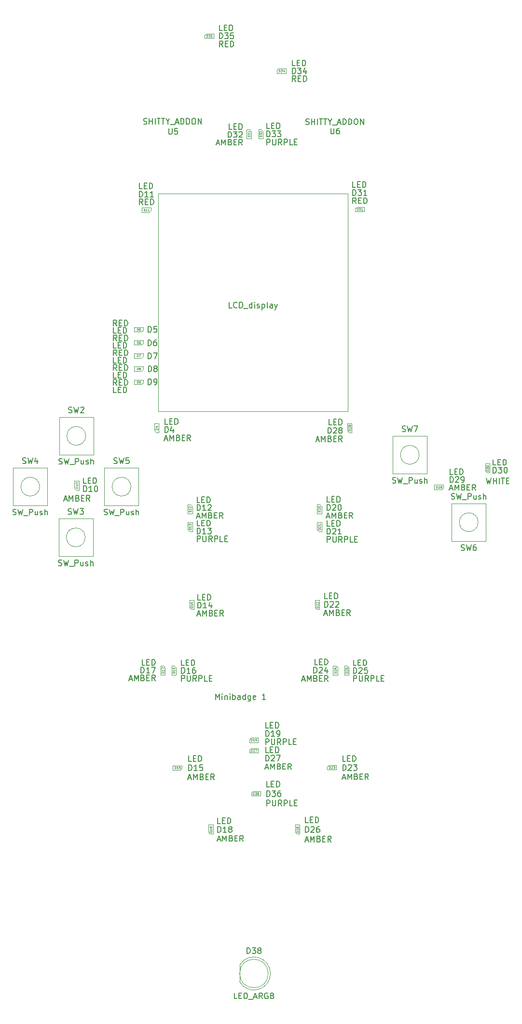
<source format=gbr>
G04 #@! TF.GenerationSoftware,KiCad,Pcbnew,(5.1.0)-1*
G04 #@! TF.CreationDate,2019-06-02T04:00:08-06:00*
G04 #@! TF.ProjectId,hcrn,6863726e-2e6b-4696-9361-645f70636258,0.1*
G04 #@! TF.SameCoordinates,Original*
G04 #@! TF.FileFunction,Other,Fab,Top*
%FSLAX46Y46*%
G04 Gerber Fmt 4.6, Leading zero omitted, Abs format (unit mm)*
G04 Created by KiCad (PCBNEW (5.1.0)-1) date 2019-06-02 04:00:08*
%MOMM*%
%LPD*%
G04 APERTURE LIST*
%ADD10C,0.150000*%
%ADD11C,0.120000*%
%ADD12C,0.100000*%
%ADD13C,0.060000*%
G04 APERTURE END LIST*
D10*
X170373333Y-164766666D02*
X170849523Y-164766666D01*
X170278095Y-165052380D02*
X170611428Y-164052380D01*
X170944761Y-165052380D01*
X171278095Y-165052380D02*
X171278095Y-164052380D01*
X171611428Y-164766666D01*
X171944761Y-164052380D01*
X171944761Y-165052380D01*
X172754285Y-164528571D02*
X172897142Y-164576190D01*
X172944761Y-164623809D01*
X172992380Y-164719047D01*
X172992380Y-164861904D01*
X172944761Y-164957142D01*
X172897142Y-165004761D01*
X172801904Y-165052380D01*
X172420952Y-165052380D01*
X172420952Y-164052380D01*
X172754285Y-164052380D01*
X172849523Y-164100000D01*
X172897142Y-164147619D01*
X172944761Y-164242857D01*
X172944761Y-164338095D01*
X172897142Y-164433333D01*
X172849523Y-164480952D01*
X172754285Y-164528571D01*
X172420952Y-164528571D01*
X173420952Y-164528571D02*
X173754285Y-164528571D01*
X173897142Y-165052380D02*
X173420952Y-165052380D01*
X173420952Y-164052380D01*
X173897142Y-164052380D01*
X174897142Y-165052380D02*
X174563809Y-164576190D01*
X174325714Y-165052380D02*
X174325714Y-164052380D01*
X174706666Y-164052380D01*
X174801904Y-164100000D01*
X174849523Y-164147619D01*
X174897142Y-164242857D01*
X174897142Y-164385714D01*
X174849523Y-164480952D01*
X174801904Y-164528571D01*
X174706666Y-164576190D01*
X174325714Y-164576190D01*
X185788095Y-164866666D02*
X186264285Y-164866666D01*
X185692857Y-165152380D02*
X186026190Y-164152380D01*
X186359523Y-165152380D01*
X186692857Y-165152380D02*
X186692857Y-164152380D01*
X187026190Y-164866666D01*
X187359523Y-164152380D01*
X187359523Y-165152380D01*
X188169047Y-164628571D02*
X188311904Y-164676190D01*
X188359523Y-164723809D01*
X188407142Y-164819047D01*
X188407142Y-164961904D01*
X188359523Y-165057142D01*
X188311904Y-165104761D01*
X188216666Y-165152380D01*
X187835714Y-165152380D01*
X187835714Y-164152380D01*
X188169047Y-164152380D01*
X188264285Y-164200000D01*
X188311904Y-164247619D01*
X188359523Y-164342857D01*
X188359523Y-164438095D01*
X188311904Y-164533333D01*
X188264285Y-164580952D01*
X188169047Y-164628571D01*
X187835714Y-164628571D01*
X188835714Y-164628571D02*
X189169047Y-164628571D01*
X189311904Y-165152380D02*
X188835714Y-165152380D01*
X188835714Y-164152380D01*
X189311904Y-164152380D01*
X190311904Y-165152380D02*
X189978571Y-164676190D01*
X189740476Y-165152380D02*
X189740476Y-164152380D01*
X190121428Y-164152380D01*
X190216666Y-164200000D01*
X190264285Y-164247619D01*
X190311904Y-164342857D01*
X190311904Y-164485714D01*
X190264285Y-164580952D01*
X190216666Y-164628571D01*
X190121428Y-164676190D01*
X189740476Y-164676190D01*
X179017142Y-158862380D02*
X179017142Y-157862380D01*
X179398095Y-157862380D01*
X179493333Y-157910000D01*
X179540952Y-157957619D01*
X179588571Y-158052857D01*
X179588571Y-158195714D01*
X179540952Y-158290952D01*
X179493333Y-158338571D01*
X179398095Y-158386190D01*
X179017142Y-158386190D01*
X180017142Y-157862380D02*
X180017142Y-158671904D01*
X180064761Y-158767142D01*
X180112380Y-158814761D01*
X180207619Y-158862380D01*
X180398095Y-158862380D01*
X180493333Y-158814761D01*
X180540952Y-158767142D01*
X180588571Y-158671904D01*
X180588571Y-157862380D01*
X181636190Y-158862380D02*
X181302857Y-158386190D01*
X181064761Y-158862380D02*
X181064761Y-157862380D01*
X181445714Y-157862380D01*
X181540952Y-157910000D01*
X181588571Y-157957619D01*
X181636190Y-158052857D01*
X181636190Y-158195714D01*
X181588571Y-158290952D01*
X181540952Y-158338571D01*
X181445714Y-158386190D01*
X181064761Y-158386190D01*
X182064761Y-158862380D02*
X182064761Y-157862380D01*
X182445714Y-157862380D01*
X182540952Y-157910000D01*
X182588571Y-157957619D01*
X182636190Y-158052857D01*
X182636190Y-158195714D01*
X182588571Y-158290952D01*
X182540952Y-158338571D01*
X182445714Y-158386190D01*
X182064761Y-158386190D01*
X183540952Y-158862380D02*
X183064761Y-158862380D01*
X183064761Y-157862380D01*
X183874285Y-158338571D02*
X184207619Y-158338571D01*
X184350476Y-158862380D02*
X183874285Y-158862380D01*
X183874285Y-157862380D01*
X184350476Y-157862380D01*
X165273333Y-153966666D02*
X165749523Y-153966666D01*
X165178095Y-154252380D02*
X165511428Y-153252380D01*
X165844761Y-154252380D01*
X166178095Y-154252380D02*
X166178095Y-153252380D01*
X166511428Y-153966666D01*
X166844761Y-153252380D01*
X166844761Y-154252380D01*
X167654285Y-153728571D02*
X167797142Y-153776190D01*
X167844761Y-153823809D01*
X167892380Y-153919047D01*
X167892380Y-154061904D01*
X167844761Y-154157142D01*
X167797142Y-154204761D01*
X167701904Y-154252380D01*
X167320952Y-154252380D01*
X167320952Y-153252380D01*
X167654285Y-153252380D01*
X167749523Y-153300000D01*
X167797142Y-153347619D01*
X167844761Y-153442857D01*
X167844761Y-153538095D01*
X167797142Y-153633333D01*
X167749523Y-153680952D01*
X167654285Y-153728571D01*
X167320952Y-153728571D01*
X168320952Y-153728571D02*
X168654285Y-153728571D01*
X168797142Y-154252380D02*
X168320952Y-154252380D01*
X168320952Y-153252380D01*
X168797142Y-153252380D01*
X169797142Y-154252380D02*
X169463809Y-153776190D01*
X169225714Y-154252380D02*
X169225714Y-153252380D01*
X169606666Y-153252380D01*
X169701904Y-153300000D01*
X169749523Y-153347619D01*
X169797142Y-153442857D01*
X169797142Y-153585714D01*
X169749523Y-153680952D01*
X169701904Y-153728571D01*
X169606666Y-153776190D01*
X169225714Y-153776190D01*
X192323333Y-153926666D02*
X192799523Y-153926666D01*
X192228095Y-154212380D02*
X192561428Y-153212380D01*
X192894761Y-154212380D01*
X193228095Y-154212380D02*
X193228095Y-153212380D01*
X193561428Y-153926666D01*
X193894761Y-153212380D01*
X193894761Y-154212380D01*
X194704285Y-153688571D02*
X194847142Y-153736190D01*
X194894761Y-153783809D01*
X194942380Y-153879047D01*
X194942380Y-154021904D01*
X194894761Y-154117142D01*
X194847142Y-154164761D01*
X194751904Y-154212380D01*
X194370952Y-154212380D01*
X194370952Y-153212380D01*
X194704285Y-153212380D01*
X194799523Y-153260000D01*
X194847142Y-153307619D01*
X194894761Y-153402857D01*
X194894761Y-153498095D01*
X194847142Y-153593333D01*
X194799523Y-153640952D01*
X194704285Y-153688571D01*
X194370952Y-153688571D01*
X195370952Y-153688571D02*
X195704285Y-153688571D01*
X195847142Y-154212380D02*
X195370952Y-154212380D01*
X195370952Y-153212380D01*
X195847142Y-153212380D01*
X196847142Y-154212380D02*
X196513809Y-153736190D01*
X196275714Y-154212380D02*
X196275714Y-153212380D01*
X196656666Y-153212380D01*
X196751904Y-153260000D01*
X196799523Y-153307619D01*
X196847142Y-153402857D01*
X196847142Y-153545714D01*
X196799523Y-153640952D01*
X196751904Y-153688571D01*
X196656666Y-153736190D01*
X196275714Y-153736190D01*
X178803333Y-152146666D02*
X179279523Y-152146666D01*
X178708095Y-152432380D02*
X179041428Y-151432380D01*
X179374761Y-152432380D01*
X179708095Y-152432380D02*
X179708095Y-151432380D01*
X180041428Y-152146666D01*
X180374761Y-151432380D01*
X180374761Y-152432380D01*
X181184285Y-151908571D02*
X181327142Y-151956190D01*
X181374761Y-152003809D01*
X181422380Y-152099047D01*
X181422380Y-152241904D01*
X181374761Y-152337142D01*
X181327142Y-152384761D01*
X181231904Y-152432380D01*
X180850952Y-152432380D01*
X180850952Y-151432380D01*
X181184285Y-151432380D01*
X181279523Y-151480000D01*
X181327142Y-151527619D01*
X181374761Y-151622857D01*
X181374761Y-151718095D01*
X181327142Y-151813333D01*
X181279523Y-151860952D01*
X181184285Y-151908571D01*
X180850952Y-151908571D01*
X181850952Y-151908571D02*
X182184285Y-151908571D01*
X182327142Y-152432380D02*
X181850952Y-152432380D01*
X181850952Y-151432380D01*
X182327142Y-151432380D01*
X183327142Y-152432380D02*
X182993809Y-151956190D01*
X182755714Y-152432380D02*
X182755714Y-151432380D01*
X183136666Y-151432380D01*
X183231904Y-151480000D01*
X183279523Y-151527619D01*
X183327142Y-151622857D01*
X183327142Y-151765714D01*
X183279523Y-151860952D01*
X183231904Y-151908571D01*
X183136666Y-151956190D01*
X182755714Y-151956190D01*
X185222857Y-136726666D02*
X185699047Y-136726666D01*
X185127619Y-137012380D02*
X185460952Y-136012380D01*
X185794285Y-137012380D01*
X186127619Y-137012380D02*
X186127619Y-136012380D01*
X186460952Y-136726666D01*
X186794285Y-136012380D01*
X186794285Y-137012380D01*
X187603809Y-136488571D02*
X187746666Y-136536190D01*
X187794285Y-136583809D01*
X187841904Y-136679047D01*
X187841904Y-136821904D01*
X187794285Y-136917142D01*
X187746666Y-136964761D01*
X187651428Y-137012380D01*
X187270476Y-137012380D01*
X187270476Y-136012380D01*
X187603809Y-136012380D01*
X187699047Y-136060000D01*
X187746666Y-136107619D01*
X187794285Y-136202857D01*
X187794285Y-136298095D01*
X187746666Y-136393333D01*
X187699047Y-136440952D01*
X187603809Y-136488571D01*
X187270476Y-136488571D01*
X188270476Y-136488571D02*
X188603809Y-136488571D01*
X188746666Y-137012380D02*
X188270476Y-137012380D01*
X188270476Y-136012380D01*
X188746666Y-136012380D01*
X189746666Y-137012380D02*
X189413333Y-136536190D01*
X189175238Y-137012380D02*
X189175238Y-136012380D01*
X189556190Y-136012380D01*
X189651428Y-136060000D01*
X189699047Y-136107619D01*
X189746666Y-136202857D01*
X189746666Y-136345714D01*
X189699047Y-136440952D01*
X189651428Y-136488571D01*
X189556190Y-136536190D01*
X189175238Y-136536190D01*
X154902857Y-136616666D02*
X155379047Y-136616666D01*
X154807619Y-136902380D02*
X155140952Y-135902380D01*
X155474285Y-136902380D01*
X155807619Y-136902380D02*
X155807619Y-135902380D01*
X156140952Y-136616666D01*
X156474285Y-135902380D01*
X156474285Y-136902380D01*
X157283809Y-136378571D02*
X157426666Y-136426190D01*
X157474285Y-136473809D01*
X157521904Y-136569047D01*
X157521904Y-136711904D01*
X157474285Y-136807142D01*
X157426666Y-136854761D01*
X157331428Y-136902380D01*
X156950476Y-136902380D01*
X156950476Y-135902380D01*
X157283809Y-135902380D01*
X157379047Y-135950000D01*
X157426666Y-135997619D01*
X157474285Y-136092857D01*
X157474285Y-136188095D01*
X157426666Y-136283333D01*
X157379047Y-136330952D01*
X157283809Y-136378571D01*
X156950476Y-136378571D01*
X157950476Y-136378571D02*
X158283809Y-136378571D01*
X158426666Y-136902380D02*
X157950476Y-136902380D01*
X157950476Y-135902380D01*
X158426666Y-135902380D01*
X159426666Y-136902380D02*
X159093333Y-136426190D01*
X158855238Y-136902380D02*
X158855238Y-135902380D01*
X159236190Y-135902380D01*
X159331428Y-135950000D01*
X159379047Y-135997619D01*
X159426666Y-136092857D01*
X159426666Y-136235714D01*
X159379047Y-136330952D01*
X159331428Y-136378571D01*
X159236190Y-136426190D01*
X158855238Y-136426190D01*
X143448095Y-105106666D02*
X143924285Y-105106666D01*
X143352857Y-105392380D02*
X143686190Y-104392380D01*
X144019523Y-105392380D01*
X144352857Y-105392380D02*
X144352857Y-104392380D01*
X144686190Y-105106666D01*
X145019523Y-104392380D01*
X145019523Y-105392380D01*
X145829047Y-104868571D02*
X145971904Y-104916190D01*
X146019523Y-104963809D01*
X146067142Y-105059047D01*
X146067142Y-105201904D01*
X146019523Y-105297142D01*
X145971904Y-105344761D01*
X145876666Y-105392380D01*
X145495714Y-105392380D01*
X145495714Y-104392380D01*
X145829047Y-104392380D01*
X145924285Y-104440000D01*
X145971904Y-104487619D01*
X146019523Y-104582857D01*
X146019523Y-104678095D01*
X145971904Y-104773333D01*
X145924285Y-104820952D01*
X145829047Y-104868571D01*
X145495714Y-104868571D01*
X146495714Y-104868571D02*
X146829047Y-104868571D01*
X146971904Y-105392380D02*
X146495714Y-105392380D01*
X146495714Y-104392380D01*
X146971904Y-104392380D01*
X147971904Y-105392380D02*
X147638571Y-104916190D01*
X147400476Y-105392380D02*
X147400476Y-104392380D01*
X147781428Y-104392380D01*
X147876666Y-104440000D01*
X147924285Y-104487619D01*
X147971904Y-104582857D01*
X147971904Y-104725714D01*
X147924285Y-104820952D01*
X147876666Y-104868571D01*
X147781428Y-104916190D01*
X147400476Y-104916190D01*
X189153333Y-125176666D02*
X189629523Y-125176666D01*
X189058095Y-125462380D02*
X189391428Y-124462380D01*
X189724761Y-125462380D01*
X190058095Y-125462380D02*
X190058095Y-124462380D01*
X190391428Y-125176666D01*
X190724761Y-124462380D01*
X190724761Y-125462380D01*
X191534285Y-124938571D02*
X191677142Y-124986190D01*
X191724761Y-125033809D01*
X191772380Y-125129047D01*
X191772380Y-125271904D01*
X191724761Y-125367142D01*
X191677142Y-125414761D01*
X191581904Y-125462380D01*
X191200952Y-125462380D01*
X191200952Y-124462380D01*
X191534285Y-124462380D01*
X191629523Y-124510000D01*
X191677142Y-124557619D01*
X191724761Y-124652857D01*
X191724761Y-124748095D01*
X191677142Y-124843333D01*
X191629523Y-124890952D01*
X191534285Y-124938571D01*
X191200952Y-124938571D01*
X192200952Y-124938571D02*
X192534285Y-124938571D01*
X192677142Y-125462380D02*
X192200952Y-125462380D01*
X192200952Y-124462380D01*
X192677142Y-124462380D01*
X193677142Y-125462380D02*
X193343809Y-124986190D01*
X193105714Y-125462380D02*
X193105714Y-124462380D01*
X193486666Y-124462380D01*
X193581904Y-124510000D01*
X193629523Y-124557619D01*
X193677142Y-124652857D01*
X193677142Y-124795714D01*
X193629523Y-124890952D01*
X193581904Y-124938571D01*
X193486666Y-124986190D01*
X193105714Y-124986190D01*
X166873333Y-125266666D02*
X167349523Y-125266666D01*
X166778095Y-125552380D02*
X167111428Y-124552380D01*
X167444761Y-125552380D01*
X167778095Y-125552380D02*
X167778095Y-124552380D01*
X168111428Y-125266666D01*
X168444761Y-124552380D01*
X168444761Y-125552380D01*
X169254285Y-125028571D02*
X169397142Y-125076190D01*
X169444761Y-125123809D01*
X169492380Y-125219047D01*
X169492380Y-125361904D01*
X169444761Y-125457142D01*
X169397142Y-125504761D01*
X169301904Y-125552380D01*
X168920952Y-125552380D01*
X168920952Y-124552380D01*
X169254285Y-124552380D01*
X169349523Y-124600000D01*
X169397142Y-124647619D01*
X169444761Y-124742857D01*
X169444761Y-124838095D01*
X169397142Y-124933333D01*
X169349523Y-124980952D01*
X169254285Y-125028571D01*
X168920952Y-125028571D01*
X169920952Y-125028571D02*
X170254285Y-125028571D01*
X170397142Y-125552380D02*
X169920952Y-125552380D01*
X169920952Y-124552380D01*
X170397142Y-124552380D01*
X171397142Y-125552380D02*
X171063809Y-125076190D01*
X170825714Y-125552380D02*
X170825714Y-124552380D01*
X171206666Y-124552380D01*
X171301904Y-124600000D01*
X171349523Y-124647619D01*
X171397142Y-124742857D01*
X171397142Y-124885714D01*
X171349523Y-124980952D01*
X171301904Y-125028571D01*
X171206666Y-125076190D01*
X170825714Y-125076190D01*
X166759524Y-108124666D02*
X167235714Y-108124666D01*
X166664286Y-108410380D02*
X166997619Y-107410380D01*
X167330952Y-108410380D01*
X167664286Y-108410380D02*
X167664286Y-107410380D01*
X167997619Y-108124666D01*
X168330952Y-107410380D01*
X168330952Y-108410380D01*
X169140476Y-107886571D02*
X169283333Y-107934190D01*
X169330952Y-107981809D01*
X169378571Y-108077047D01*
X169378571Y-108219904D01*
X169330952Y-108315142D01*
X169283333Y-108362761D01*
X169188095Y-108410380D01*
X168807143Y-108410380D01*
X168807143Y-107410380D01*
X169140476Y-107410380D01*
X169235714Y-107458000D01*
X169283333Y-107505619D01*
X169330952Y-107600857D01*
X169330952Y-107696095D01*
X169283333Y-107791333D01*
X169235714Y-107838952D01*
X169140476Y-107886571D01*
X168807143Y-107886571D01*
X169807143Y-107886571D02*
X170140476Y-107886571D01*
X170283333Y-108410380D02*
X169807143Y-108410380D01*
X169807143Y-107410380D01*
X170283333Y-107410380D01*
X171283333Y-108410380D02*
X170950000Y-107934190D01*
X170711905Y-108410380D02*
X170711905Y-107410380D01*
X171092857Y-107410380D01*
X171188095Y-107458000D01*
X171235714Y-107505619D01*
X171283333Y-107600857D01*
X171283333Y-107743714D01*
X171235714Y-107838952D01*
X171188095Y-107886571D01*
X171092857Y-107934190D01*
X170711905Y-107934190D01*
X189573333Y-108120666D02*
X190049523Y-108120666D01*
X189478095Y-108406380D02*
X189811428Y-107406380D01*
X190144761Y-108406380D01*
X190478095Y-108406380D02*
X190478095Y-107406380D01*
X190811428Y-108120666D01*
X191144761Y-107406380D01*
X191144761Y-108406380D01*
X191954285Y-107882571D02*
X192097142Y-107930190D01*
X192144761Y-107977809D01*
X192192380Y-108073047D01*
X192192380Y-108215904D01*
X192144761Y-108311142D01*
X192097142Y-108358761D01*
X192001904Y-108406380D01*
X191620952Y-108406380D01*
X191620952Y-107406380D01*
X191954285Y-107406380D01*
X192049523Y-107454000D01*
X192097142Y-107501619D01*
X192144761Y-107596857D01*
X192144761Y-107692095D01*
X192097142Y-107787333D01*
X192049523Y-107834952D01*
X191954285Y-107882571D01*
X191620952Y-107882571D01*
X192620952Y-107882571D02*
X192954285Y-107882571D01*
X193097142Y-108406380D02*
X192620952Y-108406380D01*
X192620952Y-107406380D01*
X193097142Y-107406380D01*
X194097142Y-108406380D02*
X193763809Y-107930190D01*
X193525714Y-108406380D02*
X193525714Y-107406380D01*
X193906666Y-107406380D01*
X194001904Y-107454000D01*
X194049523Y-107501619D01*
X194097142Y-107596857D01*
X194097142Y-107739714D01*
X194049523Y-107834952D01*
X194001904Y-107882571D01*
X193906666Y-107930190D01*
X193525714Y-107930190D01*
X217546190Y-101392380D02*
X217784285Y-102392380D01*
X217974761Y-101678095D01*
X218165238Y-102392380D01*
X218403333Y-101392380D01*
X218784285Y-102392380D02*
X218784285Y-101392380D01*
X218784285Y-101868571D02*
X219355714Y-101868571D01*
X219355714Y-102392380D02*
X219355714Y-101392380D01*
X219831904Y-102392380D02*
X219831904Y-101392380D01*
X220165238Y-101392380D02*
X220736666Y-101392380D01*
X220450952Y-102392380D02*
X220450952Y-101392380D01*
X221070000Y-101868571D02*
X221403333Y-101868571D01*
X221546190Y-102392380D02*
X221070000Y-102392380D01*
X221070000Y-101392380D01*
X221546190Y-101392380D01*
X211148095Y-103216666D02*
X211624285Y-103216666D01*
X211052857Y-103502380D02*
X211386190Y-102502380D01*
X211719523Y-103502380D01*
X212052857Y-103502380D02*
X212052857Y-102502380D01*
X212386190Y-103216666D01*
X212719523Y-102502380D01*
X212719523Y-103502380D01*
X213529047Y-102978571D02*
X213671904Y-103026190D01*
X213719523Y-103073809D01*
X213767142Y-103169047D01*
X213767142Y-103311904D01*
X213719523Y-103407142D01*
X213671904Y-103454761D01*
X213576666Y-103502380D01*
X213195714Y-103502380D01*
X213195714Y-102502380D01*
X213529047Y-102502380D01*
X213624285Y-102550000D01*
X213671904Y-102597619D01*
X213719523Y-102692857D01*
X213719523Y-102788095D01*
X213671904Y-102883333D01*
X213624285Y-102930952D01*
X213529047Y-102978571D01*
X213195714Y-102978571D01*
X214195714Y-102978571D02*
X214529047Y-102978571D01*
X214671904Y-103502380D02*
X214195714Y-103502380D01*
X214195714Y-102502380D01*
X214671904Y-102502380D01*
X215671904Y-103502380D02*
X215338571Y-103026190D01*
X215100476Y-103502380D02*
X215100476Y-102502380D01*
X215481428Y-102502380D01*
X215576666Y-102550000D01*
X215624285Y-102597619D01*
X215671904Y-102692857D01*
X215671904Y-102835714D01*
X215624285Y-102930952D01*
X215576666Y-102978571D01*
X215481428Y-103026190D01*
X215100476Y-103026190D01*
X187718095Y-94686666D02*
X188194285Y-94686666D01*
X187622857Y-94972380D02*
X187956190Y-93972380D01*
X188289523Y-94972380D01*
X188622857Y-94972380D02*
X188622857Y-93972380D01*
X188956190Y-94686666D01*
X189289523Y-93972380D01*
X189289523Y-94972380D01*
X190099047Y-94448571D02*
X190241904Y-94496190D01*
X190289523Y-94543809D01*
X190337142Y-94639047D01*
X190337142Y-94781904D01*
X190289523Y-94877142D01*
X190241904Y-94924761D01*
X190146666Y-94972380D01*
X189765714Y-94972380D01*
X189765714Y-93972380D01*
X190099047Y-93972380D01*
X190194285Y-94020000D01*
X190241904Y-94067619D01*
X190289523Y-94162857D01*
X190289523Y-94258095D01*
X190241904Y-94353333D01*
X190194285Y-94400952D01*
X190099047Y-94448571D01*
X189765714Y-94448571D01*
X190765714Y-94448571D02*
X191099047Y-94448571D01*
X191241904Y-94972380D02*
X190765714Y-94972380D01*
X190765714Y-93972380D01*
X191241904Y-93972380D01*
X192241904Y-94972380D02*
X191908571Y-94496190D01*
X191670476Y-94972380D02*
X191670476Y-93972380D01*
X192051428Y-93972380D01*
X192146666Y-94020000D01*
X192194285Y-94067619D01*
X192241904Y-94162857D01*
X192241904Y-94305714D01*
X192194285Y-94400952D01*
X192146666Y-94448571D01*
X192051428Y-94496190D01*
X191670476Y-94496190D01*
X161128095Y-94506666D02*
X161604285Y-94506666D01*
X161032857Y-94792380D02*
X161366190Y-93792380D01*
X161699523Y-94792380D01*
X162032857Y-94792380D02*
X162032857Y-93792380D01*
X162366190Y-94506666D01*
X162699523Y-93792380D01*
X162699523Y-94792380D01*
X163509047Y-94268571D02*
X163651904Y-94316190D01*
X163699523Y-94363809D01*
X163747142Y-94459047D01*
X163747142Y-94601904D01*
X163699523Y-94697142D01*
X163651904Y-94744761D01*
X163556666Y-94792380D01*
X163175714Y-94792380D01*
X163175714Y-93792380D01*
X163509047Y-93792380D01*
X163604285Y-93840000D01*
X163651904Y-93887619D01*
X163699523Y-93982857D01*
X163699523Y-94078095D01*
X163651904Y-94173333D01*
X163604285Y-94220952D01*
X163509047Y-94268571D01*
X163175714Y-94268571D01*
X164175714Y-94268571D02*
X164509047Y-94268571D01*
X164651904Y-94792380D02*
X164175714Y-94792380D01*
X164175714Y-93792380D01*
X164651904Y-93792380D01*
X165651904Y-94792380D02*
X165318571Y-94316190D01*
X165080476Y-94792380D02*
X165080476Y-93792380D01*
X165461428Y-93792380D01*
X165556666Y-93840000D01*
X165604285Y-93887619D01*
X165651904Y-93982857D01*
X165651904Y-94125714D01*
X165604285Y-94220952D01*
X165556666Y-94268571D01*
X165461428Y-94316190D01*
X165080476Y-94316190D01*
X152712380Y-85099044D02*
X152379047Y-84622854D01*
X152140952Y-85099044D02*
X152140952Y-84099044D01*
X152521904Y-84099044D01*
X152617142Y-84146664D01*
X152664761Y-84194283D01*
X152712380Y-84289521D01*
X152712380Y-84432378D01*
X152664761Y-84527616D01*
X152617142Y-84575235D01*
X152521904Y-84622854D01*
X152140952Y-84622854D01*
X153140952Y-84575235D02*
X153474285Y-84575235D01*
X153617142Y-85099044D02*
X153140952Y-85099044D01*
X153140952Y-84099044D01*
X153617142Y-84099044D01*
X154045714Y-85099044D02*
X154045714Y-84099044D01*
X154283809Y-84099044D01*
X154426666Y-84146664D01*
X154521904Y-84241902D01*
X154569523Y-84337140D01*
X154617142Y-84527616D01*
X154617142Y-84670473D01*
X154569523Y-84860949D01*
X154521904Y-84956187D01*
X154426666Y-85051425D01*
X154283809Y-85099044D01*
X154045714Y-85099044D01*
X152712380Y-82492378D02*
X152379047Y-82016188D01*
X152140952Y-82492378D02*
X152140952Y-81492378D01*
X152521904Y-81492378D01*
X152617142Y-81539998D01*
X152664761Y-81587617D01*
X152712380Y-81682855D01*
X152712380Y-81825712D01*
X152664761Y-81920950D01*
X152617142Y-81968569D01*
X152521904Y-82016188D01*
X152140952Y-82016188D01*
X153140952Y-81968569D02*
X153474285Y-81968569D01*
X153617142Y-82492378D02*
X153140952Y-82492378D01*
X153140952Y-81492378D01*
X153617142Y-81492378D01*
X154045714Y-82492378D02*
X154045714Y-81492378D01*
X154283809Y-81492378D01*
X154426666Y-81539998D01*
X154521904Y-81635236D01*
X154569523Y-81730474D01*
X154617142Y-81920950D01*
X154617142Y-82063807D01*
X154569523Y-82254283D01*
X154521904Y-82349521D01*
X154426666Y-82444759D01*
X154283809Y-82492378D01*
X154045714Y-82492378D01*
X152712380Y-79885712D02*
X152379047Y-79409522D01*
X152140952Y-79885712D02*
X152140952Y-78885712D01*
X152521904Y-78885712D01*
X152617142Y-78933332D01*
X152664761Y-78980951D01*
X152712380Y-79076189D01*
X152712380Y-79219046D01*
X152664761Y-79314284D01*
X152617142Y-79361903D01*
X152521904Y-79409522D01*
X152140952Y-79409522D01*
X153140952Y-79361903D02*
X153474285Y-79361903D01*
X153617142Y-79885712D02*
X153140952Y-79885712D01*
X153140952Y-78885712D01*
X153617142Y-78885712D01*
X154045714Y-79885712D02*
X154045714Y-78885712D01*
X154283809Y-78885712D01*
X154426666Y-78933332D01*
X154521904Y-79028570D01*
X154569523Y-79123808D01*
X154617142Y-79314284D01*
X154617142Y-79457141D01*
X154569523Y-79647617D01*
X154521904Y-79742855D01*
X154426666Y-79838093D01*
X154283809Y-79885712D01*
X154045714Y-79885712D01*
X152712380Y-77279046D02*
X152379047Y-76802856D01*
X152140952Y-77279046D02*
X152140952Y-76279046D01*
X152521904Y-76279046D01*
X152617142Y-76326666D01*
X152664761Y-76374285D01*
X152712380Y-76469523D01*
X152712380Y-76612380D01*
X152664761Y-76707618D01*
X152617142Y-76755237D01*
X152521904Y-76802856D01*
X152140952Y-76802856D01*
X153140952Y-76755237D02*
X153474285Y-76755237D01*
X153617142Y-77279046D02*
X153140952Y-77279046D01*
X153140952Y-76279046D01*
X153617142Y-76279046D01*
X154045714Y-77279046D02*
X154045714Y-76279046D01*
X154283809Y-76279046D01*
X154426666Y-76326666D01*
X154521904Y-76421904D01*
X154569523Y-76517142D01*
X154617142Y-76707618D01*
X154617142Y-76850475D01*
X154569523Y-77040951D01*
X154521904Y-77136189D01*
X154426666Y-77231427D01*
X154283809Y-77279046D01*
X154045714Y-77279046D01*
X152712380Y-74672380D02*
X152379047Y-74196190D01*
X152140952Y-74672380D02*
X152140952Y-73672380D01*
X152521904Y-73672380D01*
X152617142Y-73720000D01*
X152664761Y-73767619D01*
X152712380Y-73862857D01*
X152712380Y-74005714D01*
X152664761Y-74100952D01*
X152617142Y-74148571D01*
X152521904Y-74196190D01*
X152140952Y-74196190D01*
X153140952Y-74148571D02*
X153474285Y-74148571D01*
X153617142Y-74672380D02*
X153140952Y-74672380D01*
X153140952Y-73672380D01*
X153617142Y-73672380D01*
X154045714Y-74672380D02*
X154045714Y-73672380D01*
X154283809Y-73672380D01*
X154426666Y-73720000D01*
X154521904Y-73815238D01*
X154569523Y-73910476D01*
X154617142Y-74100952D01*
X154617142Y-74243809D01*
X154569523Y-74434285D01*
X154521904Y-74529523D01*
X154426666Y-74624761D01*
X154283809Y-74672380D01*
X154045714Y-74672380D01*
X194707142Y-53202380D02*
X194373809Y-52726190D01*
X194135714Y-53202380D02*
X194135714Y-52202380D01*
X194516666Y-52202380D01*
X194611904Y-52250000D01*
X194659523Y-52297619D01*
X194707142Y-52392857D01*
X194707142Y-52535714D01*
X194659523Y-52630952D01*
X194611904Y-52678571D01*
X194516666Y-52726190D01*
X194135714Y-52726190D01*
X195135714Y-52678571D02*
X195469047Y-52678571D01*
X195611904Y-53202380D02*
X195135714Y-53202380D01*
X195135714Y-52202380D01*
X195611904Y-52202380D01*
X196040476Y-53202380D02*
X196040476Y-52202380D01*
X196278571Y-52202380D01*
X196421428Y-52250000D01*
X196516666Y-52345238D01*
X196564285Y-52440476D01*
X196611904Y-52630952D01*
X196611904Y-52773809D01*
X196564285Y-52964285D01*
X196516666Y-53059523D01*
X196421428Y-53154761D01*
X196278571Y-53202380D01*
X196040476Y-53202380D01*
X157282380Y-53432380D02*
X156949047Y-52956190D01*
X156710952Y-53432380D02*
X156710952Y-52432380D01*
X157091904Y-52432380D01*
X157187142Y-52480000D01*
X157234761Y-52527619D01*
X157282380Y-52622857D01*
X157282380Y-52765714D01*
X157234761Y-52860952D01*
X157187142Y-52908571D01*
X157091904Y-52956190D01*
X156710952Y-52956190D01*
X157710952Y-52908571D02*
X158044285Y-52908571D01*
X158187142Y-53432380D02*
X157710952Y-53432380D01*
X157710952Y-52432380D01*
X158187142Y-52432380D01*
X158615714Y-53432380D02*
X158615714Y-52432380D01*
X158853809Y-52432380D01*
X158996666Y-52480000D01*
X159091904Y-52575238D01*
X159139523Y-52670476D01*
X159187142Y-52860952D01*
X159187142Y-53003809D01*
X159139523Y-53194285D01*
X159091904Y-53289523D01*
X158996666Y-53384761D01*
X158853809Y-53432380D01*
X158615714Y-53432380D01*
X178850951Y-148106380D02*
X178850951Y-147106380D01*
X179231904Y-147106380D01*
X179327142Y-147154000D01*
X179374761Y-147201619D01*
X179422380Y-147296857D01*
X179422380Y-147439714D01*
X179374761Y-147534952D01*
X179327142Y-147582571D01*
X179231904Y-147630190D01*
X178850951Y-147630190D01*
X179850951Y-147106380D02*
X179850951Y-147915904D01*
X179898570Y-148011142D01*
X179946189Y-148058761D01*
X180041428Y-148106380D01*
X180231904Y-148106380D01*
X180327142Y-148058761D01*
X180374761Y-148011142D01*
X180422380Y-147915904D01*
X180422380Y-147106380D01*
X181469999Y-148106380D02*
X181136666Y-147630190D01*
X180898570Y-148106380D02*
X180898570Y-147106380D01*
X181279523Y-147106380D01*
X181374761Y-147154000D01*
X181422380Y-147201619D01*
X181469999Y-147296857D01*
X181469999Y-147439714D01*
X181422380Y-147534952D01*
X181374761Y-147582571D01*
X181279523Y-147630190D01*
X180898570Y-147630190D01*
X181898570Y-148106380D02*
X181898570Y-147106380D01*
X182279523Y-147106380D01*
X182374761Y-147154000D01*
X182422380Y-147201619D01*
X182469999Y-147296857D01*
X182469999Y-147439714D01*
X182422380Y-147534952D01*
X182374761Y-147582571D01*
X182279523Y-147630190D01*
X181898570Y-147630190D01*
X183374761Y-148106380D02*
X182898570Y-148106380D01*
X182898570Y-147106380D01*
X183708094Y-147582571D02*
X184041428Y-147582571D01*
X184184285Y-148106380D02*
X183708094Y-148106380D01*
X183708094Y-147106380D01*
X184184285Y-147106380D01*
X194240951Y-136992380D02*
X194240951Y-135992380D01*
X194621904Y-135992380D01*
X194717142Y-136040000D01*
X194764761Y-136087619D01*
X194812380Y-136182857D01*
X194812380Y-136325714D01*
X194764761Y-136420952D01*
X194717142Y-136468571D01*
X194621904Y-136516190D01*
X194240951Y-136516190D01*
X195240951Y-135992380D02*
X195240951Y-136801904D01*
X195288570Y-136897142D01*
X195336189Y-136944761D01*
X195431428Y-136992380D01*
X195621904Y-136992380D01*
X195717142Y-136944761D01*
X195764761Y-136897142D01*
X195812380Y-136801904D01*
X195812380Y-135992380D01*
X196859999Y-136992380D02*
X196526666Y-136516190D01*
X196288570Y-136992380D02*
X196288570Y-135992380D01*
X196669523Y-135992380D01*
X196764761Y-136040000D01*
X196812380Y-136087619D01*
X196859999Y-136182857D01*
X196859999Y-136325714D01*
X196812380Y-136420952D01*
X196764761Y-136468571D01*
X196669523Y-136516190D01*
X196288570Y-136516190D01*
X197288570Y-136992380D02*
X197288570Y-135992380D01*
X197669523Y-135992380D01*
X197764761Y-136040000D01*
X197812380Y-136087619D01*
X197859999Y-136182857D01*
X197859999Y-136325714D01*
X197812380Y-136420952D01*
X197764761Y-136468571D01*
X197669523Y-136516190D01*
X197288570Y-136516190D01*
X198764761Y-136992380D02*
X198288570Y-136992380D01*
X198288570Y-135992380D01*
X199098094Y-136468571D02*
X199431428Y-136468571D01*
X199574285Y-136992380D02*
X199098094Y-136992380D01*
X199098094Y-135992380D01*
X199574285Y-135992380D01*
X164067142Y-136972380D02*
X164067142Y-135972380D01*
X164448095Y-135972380D01*
X164543333Y-136020000D01*
X164590952Y-136067619D01*
X164638571Y-136162857D01*
X164638571Y-136305714D01*
X164590952Y-136400952D01*
X164543333Y-136448571D01*
X164448095Y-136496190D01*
X164067142Y-136496190D01*
X165067142Y-135972380D02*
X165067142Y-136781904D01*
X165114761Y-136877142D01*
X165162380Y-136924761D01*
X165257619Y-136972380D01*
X165448095Y-136972380D01*
X165543333Y-136924761D01*
X165590952Y-136877142D01*
X165638571Y-136781904D01*
X165638571Y-135972380D01*
X166686190Y-136972380D02*
X166352857Y-136496190D01*
X166114761Y-136972380D02*
X166114761Y-135972380D01*
X166495714Y-135972380D01*
X166590952Y-136020000D01*
X166638571Y-136067619D01*
X166686190Y-136162857D01*
X166686190Y-136305714D01*
X166638571Y-136400952D01*
X166590952Y-136448571D01*
X166495714Y-136496190D01*
X166114761Y-136496190D01*
X167114761Y-136972380D02*
X167114761Y-135972380D01*
X167495714Y-135972380D01*
X167590952Y-136020000D01*
X167638571Y-136067619D01*
X167686190Y-136162857D01*
X167686190Y-136305714D01*
X167638571Y-136400952D01*
X167590952Y-136448571D01*
X167495714Y-136496190D01*
X167114761Y-136496190D01*
X168590952Y-136972380D02*
X168114761Y-136972380D01*
X168114761Y-135972380D01*
X168924285Y-136448571D02*
X169257619Y-136448571D01*
X169400476Y-136972380D02*
X168924285Y-136972380D01*
X168924285Y-135972380D01*
X169400476Y-135972380D01*
X166807142Y-112502380D02*
X166807142Y-111502380D01*
X167188095Y-111502380D01*
X167283333Y-111550000D01*
X167330952Y-111597619D01*
X167378571Y-111692857D01*
X167378571Y-111835714D01*
X167330952Y-111930952D01*
X167283333Y-111978571D01*
X167188095Y-112026190D01*
X166807142Y-112026190D01*
X167807142Y-111502380D02*
X167807142Y-112311904D01*
X167854761Y-112407142D01*
X167902380Y-112454761D01*
X167997619Y-112502380D01*
X168188095Y-112502380D01*
X168283333Y-112454761D01*
X168330952Y-112407142D01*
X168378571Y-112311904D01*
X168378571Y-111502380D01*
X169426190Y-112502380D02*
X169092857Y-112026190D01*
X168854761Y-112502380D02*
X168854761Y-111502380D01*
X169235714Y-111502380D01*
X169330952Y-111550000D01*
X169378571Y-111597619D01*
X169426190Y-111692857D01*
X169426190Y-111835714D01*
X169378571Y-111930952D01*
X169330952Y-111978571D01*
X169235714Y-112026190D01*
X168854761Y-112026190D01*
X169854761Y-112502380D02*
X169854761Y-111502380D01*
X170235714Y-111502380D01*
X170330952Y-111550000D01*
X170378571Y-111597619D01*
X170426190Y-111692857D01*
X170426190Y-111835714D01*
X170378571Y-111930952D01*
X170330952Y-111978571D01*
X170235714Y-112026190D01*
X169854761Y-112026190D01*
X171330952Y-112502380D02*
X170854761Y-112502380D01*
X170854761Y-111502380D01*
X171664285Y-111978571D02*
X171997619Y-111978571D01*
X172140476Y-112502380D02*
X171664285Y-112502380D01*
X171664285Y-111502380D01*
X172140476Y-111502380D01*
X189620951Y-112612380D02*
X189620951Y-111612380D01*
X190001904Y-111612380D01*
X190097142Y-111660000D01*
X190144761Y-111707619D01*
X190192380Y-111802857D01*
X190192380Y-111945714D01*
X190144761Y-112040952D01*
X190097142Y-112088571D01*
X190001904Y-112136190D01*
X189620951Y-112136190D01*
X190620951Y-111612380D02*
X190620951Y-112421904D01*
X190668570Y-112517142D01*
X190716189Y-112564761D01*
X190811428Y-112612380D01*
X191001904Y-112612380D01*
X191097142Y-112564761D01*
X191144761Y-112517142D01*
X191192380Y-112421904D01*
X191192380Y-111612380D01*
X192239999Y-112612380D02*
X191906666Y-112136190D01*
X191668570Y-112612380D02*
X191668570Y-111612380D01*
X192049523Y-111612380D01*
X192144761Y-111660000D01*
X192192380Y-111707619D01*
X192239999Y-111802857D01*
X192239999Y-111945714D01*
X192192380Y-112040952D01*
X192144761Y-112088571D01*
X192049523Y-112136190D01*
X191668570Y-112136190D01*
X192668570Y-112612380D02*
X192668570Y-111612380D01*
X193049523Y-111612380D01*
X193144761Y-111660000D01*
X193192380Y-111707619D01*
X193239999Y-111802857D01*
X193239999Y-111945714D01*
X193192380Y-112040952D01*
X193144761Y-112088571D01*
X193049523Y-112136190D01*
X192668570Y-112136190D01*
X194144761Y-112612380D02*
X193668570Y-112612380D01*
X193668570Y-111612380D01*
X194478094Y-112088571D02*
X194811428Y-112088571D01*
X194954285Y-112612380D02*
X194478094Y-112612380D01*
X194478094Y-111612380D01*
X194954285Y-111612380D01*
X179037142Y-42942380D02*
X179037142Y-41942380D01*
X179418095Y-41942380D01*
X179513333Y-41990000D01*
X179560952Y-42037619D01*
X179608571Y-42132857D01*
X179608571Y-42275714D01*
X179560952Y-42370952D01*
X179513333Y-42418571D01*
X179418095Y-42466190D01*
X179037142Y-42466190D01*
X180037142Y-41942380D02*
X180037142Y-42751904D01*
X180084761Y-42847142D01*
X180132380Y-42894761D01*
X180227619Y-42942380D01*
X180418095Y-42942380D01*
X180513333Y-42894761D01*
X180560952Y-42847142D01*
X180608571Y-42751904D01*
X180608571Y-41942380D01*
X181656190Y-42942380D02*
X181322857Y-42466190D01*
X181084761Y-42942380D02*
X181084761Y-41942380D01*
X181465714Y-41942380D01*
X181560952Y-41990000D01*
X181608571Y-42037619D01*
X181656190Y-42132857D01*
X181656190Y-42275714D01*
X181608571Y-42370952D01*
X181560952Y-42418571D01*
X181465714Y-42466190D01*
X181084761Y-42466190D01*
X182084761Y-42942380D02*
X182084761Y-41942380D01*
X182465714Y-41942380D01*
X182560952Y-41990000D01*
X182608571Y-42037619D01*
X182656190Y-42132857D01*
X182656190Y-42275714D01*
X182608571Y-42370952D01*
X182560952Y-42418571D01*
X182465714Y-42466190D01*
X182084761Y-42466190D01*
X183560952Y-42942380D02*
X183084761Y-42942380D01*
X183084761Y-41942380D01*
X183894285Y-42418571D02*
X184227619Y-42418571D01*
X184370476Y-42942380D02*
X183894285Y-42942380D01*
X183894285Y-41942380D01*
X184370476Y-41942380D01*
X170198095Y-42686666D02*
X170674285Y-42686666D01*
X170102857Y-42972380D02*
X170436190Y-41972380D01*
X170769523Y-42972380D01*
X171102857Y-42972380D02*
X171102857Y-41972380D01*
X171436190Y-42686666D01*
X171769523Y-41972380D01*
X171769523Y-42972380D01*
X172579047Y-42448571D02*
X172721904Y-42496190D01*
X172769523Y-42543809D01*
X172817142Y-42639047D01*
X172817142Y-42781904D01*
X172769523Y-42877142D01*
X172721904Y-42924761D01*
X172626666Y-42972380D01*
X172245714Y-42972380D01*
X172245714Y-41972380D01*
X172579047Y-41972380D01*
X172674285Y-42020000D01*
X172721904Y-42067619D01*
X172769523Y-42162857D01*
X172769523Y-42258095D01*
X172721904Y-42353333D01*
X172674285Y-42400952D01*
X172579047Y-42448571D01*
X172245714Y-42448571D01*
X173245714Y-42448571D02*
X173579047Y-42448571D01*
X173721904Y-42972380D02*
X173245714Y-42972380D01*
X173245714Y-41972380D01*
X173721904Y-41972380D01*
X174721904Y-42972380D02*
X174388571Y-42496190D01*
X174150476Y-42972380D02*
X174150476Y-41972380D01*
X174531428Y-41972380D01*
X174626666Y-42020000D01*
X174674285Y-42067619D01*
X174721904Y-42162857D01*
X174721904Y-42305714D01*
X174674285Y-42400952D01*
X174626666Y-42448571D01*
X174531428Y-42496190D01*
X174150476Y-42496190D01*
X184127142Y-31812380D02*
X183793809Y-31336190D01*
X183555714Y-31812380D02*
X183555714Y-30812380D01*
X183936666Y-30812380D01*
X184031904Y-30860000D01*
X184079523Y-30907619D01*
X184127142Y-31002857D01*
X184127142Y-31145714D01*
X184079523Y-31240952D01*
X184031904Y-31288571D01*
X183936666Y-31336190D01*
X183555714Y-31336190D01*
X184555714Y-31288571D02*
X184889047Y-31288571D01*
X185031904Y-31812380D02*
X184555714Y-31812380D01*
X184555714Y-30812380D01*
X185031904Y-30812380D01*
X185460476Y-31812380D02*
X185460476Y-30812380D01*
X185698571Y-30812380D01*
X185841428Y-30860000D01*
X185936666Y-30955238D01*
X185984285Y-31050476D01*
X186031904Y-31240952D01*
X186031904Y-31383809D01*
X185984285Y-31574285D01*
X185936666Y-31669523D01*
X185841428Y-31764761D01*
X185698571Y-31812380D01*
X185460476Y-31812380D01*
X171317142Y-25712380D02*
X170983809Y-25236190D01*
X170745714Y-25712380D02*
X170745714Y-24712380D01*
X171126666Y-24712380D01*
X171221904Y-24760000D01*
X171269523Y-24807619D01*
X171317142Y-24902857D01*
X171317142Y-25045714D01*
X171269523Y-25140952D01*
X171221904Y-25188571D01*
X171126666Y-25236190D01*
X170745714Y-25236190D01*
X171745714Y-25188571D02*
X172079047Y-25188571D01*
X172221904Y-25712380D02*
X171745714Y-25712380D01*
X171745714Y-24712380D01*
X172221904Y-24712380D01*
X172650476Y-25712380D02*
X172650476Y-24712380D01*
X172888571Y-24712380D01*
X173031428Y-24760000D01*
X173126666Y-24855238D01*
X173174285Y-24950476D01*
X173221904Y-25140952D01*
X173221904Y-25283809D01*
X173174285Y-25474285D01*
X173126666Y-25569523D01*
X173031428Y-25664761D01*
X172888571Y-25712380D01*
X172650476Y-25712380D01*
D11*
X193260000Y-89660000D02*
X193260000Y-51460000D01*
X159960000Y-51460000D02*
X159960000Y-89660000D01*
X193260000Y-51460000D02*
X159960000Y-51460000D01*
X193260000Y-89660000D02*
X159960000Y-89660000D01*
D12*
X139160000Y-102870000D02*
G75*
G03X139160000Y-102870000I-1650000J0D01*
G01*
X134510000Y-99570000D02*
X140510000Y-99570000D01*
X140510000Y-99570000D02*
X140510000Y-106170000D01*
X140510000Y-106170000D02*
X134510000Y-106170000D01*
X134510000Y-106170000D02*
X134510000Y-99570000D01*
X160100000Y-91760000D02*
X159300000Y-91760000D01*
X160100000Y-93360000D02*
X160100000Y-91760000D01*
X159600000Y-93360000D02*
X160100000Y-93360000D01*
X159300000Y-93060000D02*
X159600000Y-93360000D01*
X159300000Y-91760000D02*
X159300000Y-93060000D01*
X155730000Y-75710000D02*
X157030000Y-75710000D01*
X157030000Y-75710000D02*
X157330000Y-75410000D01*
X157330000Y-75410000D02*
X157330000Y-74910000D01*
X157330000Y-74910000D02*
X155730000Y-74910000D01*
X155730000Y-74910000D02*
X155730000Y-75710000D01*
X155730000Y-77216250D02*
X155730000Y-78016250D01*
X157330000Y-77216250D02*
X155730000Y-77216250D01*
X157330000Y-77716250D02*
X157330000Y-77216250D01*
X157030000Y-78016250D02*
X157330000Y-77716250D01*
X155730000Y-78016250D02*
X157030000Y-78016250D01*
X155730000Y-79522500D02*
X155730000Y-80322500D01*
X157330000Y-79522500D02*
X155730000Y-79522500D01*
X157330000Y-80022500D02*
X157330000Y-79522500D01*
X157030000Y-80322500D02*
X157330000Y-80022500D01*
X155730000Y-80322500D02*
X157030000Y-80322500D01*
X155730000Y-81828750D02*
X155730000Y-82628750D01*
X157330000Y-81828750D02*
X155730000Y-81828750D01*
X157330000Y-82328750D02*
X157330000Y-81828750D01*
X157030000Y-82628750D02*
X157330000Y-82328750D01*
X155730000Y-82628750D02*
X157030000Y-82628750D01*
X155730000Y-84935000D02*
X157030000Y-84935000D01*
X157030000Y-84935000D02*
X157330000Y-84635000D01*
X157330000Y-84635000D02*
X157330000Y-84135000D01*
X157330000Y-84135000D02*
X155730000Y-84135000D01*
X155730000Y-84135000D02*
X155730000Y-84935000D01*
X146080000Y-101830000D02*
X145280000Y-101830000D01*
X146080000Y-103430000D02*
X146080000Y-101830000D01*
X145580000Y-103430000D02*
X146080000Y-103430000D01*
X145280000Y-103130000D02*
X145580000Y-103430000D01*
X145280000Y-101830000D02*
X145280000Y-103130000D01*
X157090000Y-53970000D02*
X157090000Y-54770000D01*
X158690000Y-53970000D02*
X157090000Y-53970000D01*
X158690000Y-54470000D02*
X158690000Y-53970000D01*
X158390000Y-54770000D02*
X158690000Y-54470000D01*
X157090000Y-54770000D02*
X158390000Y-54770000D01*
X165150000Y-107610000D02*
X165950000Y-107610000D01*
X165150000Y-106010000D02*
X165150000Y-107610000D01*
X165650000Y-106010000D02*
X165150000Y-106010000D01*
X165950000Y-106310000D02*
X165650000Y-106010000D01*
X165950000Y-107610000D02*
X165950000Y-106310000D01*
X165150000Y-109120000D02*
X165150000Y-110420000D01*
X165150000Y-110420000D02*
X165450000Y-110720000D01*
X165450000Y-110720000D02*
X165950000Y-110720000D01*
X165950000Y-110720000D02*
X165950000Y-109120000D01*
X165950000Y-109120000D02*
X165150000Y-109120000D01*
X166240000Y-122810000D02*
X165440000Y-122810000D01*
X166240000Y-124410000D02*
X166240000Y-122810000D01*
X165740000Y-124410000D02*
X166240000Y-124410000D01*
X165440000Y-124110000D02*
X165740000Y-124410000D01*
X165440000Y-122810000D02*
X165440000Y-124110000D01*
X162540000Y-152570000D02*
X163840000Y-152570000D01*
X163840000Y-152570000D02*
X164140000Y-152270000D01*
X164140000Y-152270000D02*
X164140000Y-151770000D01*
X164140000Y-151770000D02*
X162540000Y-151770000D01*
X162540000Y-151770000D02*
X162540000Y-152570000D01*
X162310000Y-135900000D02*
X163110000Y-135900000D01*
X162310000Y-134300000D02*
X162310000Y-135900000D01*
X162810000Y-134300000D02*
X162310000Y-134300000D01*
X163110000Y-134600000D02*
X162810000Y-134300000D01*
X163110000Y-135900000D02*
X163110000Y-134600000D01*
X161200000Y-135900000D02*
X161200000Y-134600000D01*
X161200000Y-134600000D02*
X160900000Y-134300000D01*
X160900000Y-134300000D02*
X160400000Y-134300000D01*
X160400000Y-134300000D02*
X160400000Y-135900000D01*
X160400000Y-135900000D02*
X161200000Y-135900000D01*
X188640000Y-107630000D02*
X188640000Y-106330000D01*
X188640000Y-106330000D02*
X188340000Y-106030000D01*
X188340000Y-106030000D02*
X187840000Y-106030000D01*
X187840000Y-106030000D02*
X187840000Y-107630000D01*
X187840000Y-107630000D02*
X188640000Y-107630000D01*
X187850000Y-109120000D02*
X187850000Y-110420000D01*
X187850000Y-110420000D02*
X188150000Y-110720000D01*
X188150000Y-110720000D02*
X188650000Y-110720000D01*
X188650000Y-110720000D02*
X188650000Y-109120000D01*
X188650000Y-109120000D02*
X187850000Y-109120000D01*
X188280000Y-122800000D02*
X187480000Y-122800000D01*
X188280000Y-124400000D02*
X188280000Y-122800000D01*
X187780000Y-124400000D02*
X188280000Y-124400000D01*
X187480000Y-124100000D02*
X187780000Y-124400000D01*
X187480000Y-122800000D02*
X187480000Y-124100000D01*
X191250000Y-151710000D02*
X189950000Y-151710000D01*
X189950000Y-151710000D02*
X189650000Y-152010000D01*
X189650000Y-152010000D02*
X189650000Y-152510000D01*
X189650000Y-152510000D02*
X191250000Y-152510000D01*
X191250000Y-152510000D02*
X191250000Y-151710000D01*
X190660000Y-135880000D02*
X191460000Y-135880000D01*
X190660000Y-134280000D02*
X190660000Y-135880000D01*
X191160000Y-134280000D02*
X190660000Y-134280000D01*
X191460000Y-134580000D02*
X191160000Y-134280000D01*
X191460000Y-135880000D02*
X191460000Y-134580000D01*
X193450000Y-135870000D02*
X193450000Y-134570000D01*
X193450000Y-134570000D02*
X193150000Y-134270000D01*
X193150000Y-134270000D02*
X192650000Y-134270000D01*
X192650000Y-134270000D02*
X192650000Y-135870000D01*
X192650000Y-135870000D02*
X193450000Y-135870000D01*
X193940000Y-91760000D02*
X193140000Y-91760000D01*
X193940000Y-93360000D02*
X193940000Y-91760000D01*
X193440000Y-93360000D02*
X193940000Y-93360000D01*
X193140000Y-93060000D02*
X193440000Y-93360000D01*
X193140000Y-91760000D02*
X193140000Y-93060000D01*
X208430000Y-103370000D02*
X209730000Y-103370000D01*
X209730000Y-103370000D02*
X210030000Y-103070000D01*
X210030000Y-103070000D02*
X210030000Y-102570000D01*
X210030000Y-102570000D02*
X208430000Y-102570000D01*
X208430000Y-102570000D02*
X208430000Y-103370000D01*
X217350000Y-98850000D02*
X217350000Y-100150000D01*
X217350000Y-100150000D02*
X217650000Y-100450000D01*
X217650000Y-100450000D02*
X218150000Y-100450000D01*
X218150000Y-100450000D02*
X218150000Y-98850000D01*
X218150000Y-98850000D02*
X217350000Y-98850000D01*
X196130000Y-54640000D02*
X196130000Y-53840000D01*
X194530000Y-54640000D02*
X196130000Y-54640000D01*
X194530000Y-54140000D02*
X194530000Y-54640000D01*
X194830000Y-53840000D02*
X194530000Y-54140000D01*
X196130000Y-53840000D02*
X194830000Y-53840000D01*
X176310000Y-41820000D02*
X176310000Y-40520000D01*
X176310000Y-40520000D02*
X176010000Y-40220000D01*
X176010000Y-40220000D02*
X175510000Y-40220000D01*
X175510000Y-40220000D02*
X175510000Y-41820000D01*
X175510000Y-41820000D02*
X176310000Y-41820000D01*
X178350000Y-41840000D02*
X178350000Y-40540000D01*
X178350000Y-40540000D02*
X178050000Y-40240000D01*
X178050000Y-40240000D02*
X177550000Y-40240000D01*
X177550000Y-40240000D02*
X177550000Y-41840000D01*
X177550000Y-41840000D02*
X178350000Y-41840000D01*
X182400000Y-30360000D02*
X182400000Y-29560000D01*
X180800000Y-30360000D02*
X182400000Y-30360000D01*
X180800000Y-29860000D02*
X180800000Y-30360000D01*
X181100000Y-29560000D02*
X180800000Y-29860000D01*
X182400000Y-29560000D02*
X181100000Y-29560000D01*
X169710000Y-24240000D02*
X169710000Y-23440000D01*
X168110000Y-24240000D02*
X169710000Y-24240000D01*
X168110000Y-23740000D02*
X168110000Y-24240000D01*
X168410000Y-23440000D02*
X168110000Y-23740000D01*
X169710000Y-23440000D02*
X168410000Y-23440000D01*
X174264984Y-189719666D02*
G75*
G03X174265000Y-186780306I2500016J1469666D01*
G01*
X179265000Y-188250000D02*
G75*
G03X179265000Y-188250000I-2500000J0D01*
G01*
X174265000Y-186780306D02*
X174265000Y-189719694D01*
X142590000Y-97270000D02*
X142590000Y-90670000D01*
X148590000Y-97270000D02*
X142590000Y-97270000D01*
X148590000Y-90670000D02*
X148590000Y-97270000D01*
X142590000Y-90670000D02*
X148590000Y-90670000D01*
X147240000Y-93970000D02*
G75*
G03X147240000Y-93970000I-1650000J0D01*
G01*
X147160000Y-111770000D02*
G75*
G03X147160000Y-111770000I-1650000J0D01*
G01*
X142510000Y-108470000D02*
X148510000Y-108470000D01*
X148510000Y-108470000D02*
X148510000Y-115070000D01*
X148510000Y-115070000D02*
X142510000Y-115070000D01*
X142510000Y-115070000D02*
X142510000Y-108470000D01*
X150530000Y-106170000D02*
X150530000Y-99570000D01*
X156530000Y-106170000D02*
X150530000Y-106170000D01*
X156530000Y-99570000D02*
X156530000Y-106170000D01*
X150530000Y-99570000D02*
X156530000Y-99570000D01*
X155180000Y-102870000D02*
G75*
G03X155180000Y-102870000I-1650000J0D01*
G01*
X216120000Y-109110000D02*
G75*
G03X216120000Y-109110000I-1650000J0D01*
G01*
X217470000Y-112410000D02*
X211470000Y-112410000D01*
X211470000Y-112410000D02*
X211470000Y-105810000D01*
X211470000Y-105810000D02*
X217470000Y-105810000D01*
X217470000Y-105810000D02*
X217470000Y-112410000D01*
X201130000Y-100590000D02*
X201130000Y-93990000D01*
X207130000Y-100590000D02*
X201130000Y-100590000D01*
X207130000Y-93990000D02*
X207130000Y-100590000D01*
X201130000Y-93990000D02*
X207130000Y-93990000D01*
X205780000Y-97290000D02*
G75*
G03X205780000Y-97290000I-1650000J0D01*
G01*
X168820000Y-162170000D02*
X168820000Y-163470000D01*
X168820000Y-163470000D02*
X169120000Y-163770000D01*
X169120000Y-163770000D02*
X169620000Y-163770000D01*
X169620000Y-163770000D02*
X169620000Y-162170000D01*
X169620000Y-162170000D02*
X168820000Y-162170000D01*
X177540000Y-146920000D02*
X176240000Y-146920000D01*
X176240000Y-146920000D02*
X175940000Y-147220000D01*
X175940000Y-147220000D02*
X175940000Y-147720000D01*
X175940000Y-147720000D02*
X177540000Y-147720000D01*
X177540000Y-147720000D02*
X177540000Y-146920000D01*
X184810000Y-162170000D02*
X184010000Y-162170000D01*
X184810000Y-163770000D02*
X184810000Y-162170000D01*
X184310000Y-163770000D02*
X184810000Y-163770000D01*
X184010000Y-163470000D02*
X184310000Y-163770000D01*
X184010000Y-162170000D02*
X184010000Y-163470000D01*
X177540000Y-149560000D02*
X177540000Y-148760000D01*
X175940000Y-149560000D02*
X177540000Y-149560000D01*
X175940000Y-149060000D02*
X175940000Y-149560000D01*
X176240000Y-148760000D02*
X175940000Y-149060000D01*
X177540000Y-148760000D02*
X176240000Y-148760000D01*
X177890000Y-156290000D02*
X176590000Y-156290000D01*
X176590000Y-156290000D02*
X176290000Y-156590000D01*
X176290000Y-156590000D02*
X176290000Y-157090000D01*
X176290000Y-157090000D02*
X177890000Y-157090000D01*
X177890000Y-157090000D02*
X177890000Y-156290000D01*
D10*
X172895714Y-71512380D02*
X172419523Y-71512380D01*
X172419523Y-70512380D01*
X173800476Y-71417142D02*
X173752857Y-71464761D01*
X173610000Y-71512380D01*
X173514761Y-71512380D01*
X173371904Y-71464761D01*
X173276666Y-71369523D01*
X173229047Y-71274285D01*
X173181428Y-71083809D01*
X173181428Y-70940952D01*
X173229047Y-70750476D01*
X173276666Y-70655238D01*
X173371904Y-70560000D01*
X173514761Y-70512380D01*
X173610000Y-70512380D01*
X173752857Y-70560000D01*
X173800476Y-70607619D01*
X174229047Y-71512380D02*
X174229047Y-70512380D01*
X174467142Y-70512380D01*
X174610000Y-70560000D01*
X174705238Y-70655238D01*
X174752857Y-70750476D01*
X174800476Y-70940952D01*
X174800476Y-71083809D01*
X174752857Y-71274285D01*
X174705238Y-71369523D01*
X174610000Y-71464761D01*
X174467142Y-71512380D01*
X174229047Y-71512380D01*
X174990952Y-71607619D02*
X175752857Y-71607619D01*
X176419523Y-71512380D02*
X176419523Y-70512380D01*
X176419523Y-71464761D02*
X176324285Y-71512380D01*
X176133809Y-71512380D01*
X176038571Y-71464761D01*
X175990952Y-71417142D01*
X175943333Y-71321904D01*
X175943333Y-71036190D01*
X175990952Y-70940952D01*
X176038571Y-70893333D01*
X176133809Y-70845714D01*
X176324285Y-70845714D01*
X176419523Y-70893333D01*
X176895714Y-71512380D02*
X176895714Y-70845714D01*
X176895714Y-70512380D02*
X176848095Y-70560000D01*
X176895714Y-70607619D01*
X176943333Y-70560000D01*
X176895714Y-70512380D01*
X176895714Y-70607619D01*
X177324285Y-71464761D02*
X177419523Y-71512380D01*
X177610000Y-71512380D01*
X177705238Y-71464761D01*
X177752857Y-71369523D01*
X177752857Y-71321904D01*
X177705238Y-71226666D01*
X177610000Y-71179047D01*
X177467142Y-71179047D01*
X177371904Y-71131428D01*
X177324285Y-71036190D01*
X177324285Y-70988571D01*
X177371904Y-70893333D01*
X177467142Y-70845714D01*
X177610000Y-70845714D01*
X177705238Y-70893333D01*
X178181428Y-70845714D02*
X178181428Y-71845714D01*
X178181428Y-70893333D02*
X178276666Y-70845714D01*
X178467142Y-70845714D01*
X178562380Y-70893333D01*
X178610000Y-70940952D01*
X178657619Y-71036190D01*
X178657619Y-71321904D01*
X178610000Y-71417142D01*
X178562380Y-71464761D01*
X178467142Y-71512380D01*
X178276666Y-71512380D01*
X178181428Y-71464761D01*
X179229047Y-71512380D02*
X179133809Y-71464761D01*
X179086190Y-71369523D01*
X179086190Y-70512380D01*
X180038571Y-71512380D02*
X180038571Y-70988571D01*
X179990952Y-70893333D01*
X179895714Y-70845714D01*
X179705238Y-70845714D01*
X179610000Y-70893333D01*
X180038571Y-71464761D02*
X179943333Y-71512380D01*
X179705238Y-71512380D01*
X179610000Y-71464761D01*
X179562380Y-71369523D01*
X179562380Y-71274285D01*
X179610000Y-71179047D01*
X179705238Y-71131428D01*
X179943333Y-71131428D01*
X180038571Y-71083809D01*
X180419523Y-70845714D02*
X180657619Y-71512380D01*
X180895714Y-70845714D02*
X180657619Y-71512380D01*
X180562380Y-71750476D01*
X180514761Y-71798095D01*
X180419523Y-71845714D01*
X136176666Y-98774761D02*
X136319523Y-98822380D01*
X136557619Y-98822380D01*
X136652857Y-98774761D01*
X136700476Y-98727142D01*
X136748095Y-98631904D01*
X136748095Y-98536666D01*
X136700476Y-98441428D01*
X136652857Y-98393809D01*
X136557619Y-98346190D01*
X136367142Y-98298571D01*
X136271904Y-98250952D01*
X136224285Y-98203333D01*
X136176666Y-98108095D01*
X136176666Y-98012857D01*
X136224285Y-97917619D01*
X136271904Y-97870000D01*
X136367142Y-97822380D01*
X136605238Y-97822380D01*
X136748095Y-97870000D01*
X137081428Y-97822380D02*
X137319523Y-98822380D01*
X137510000Y-98108095D01*
X137700476Y-98822380D01*
X137938571Y-97822380D01*
X138748095Y-98155714D02*
X138748095Y-98822380D01*
X138510000Y-97774761D02*
X138271904Y-98489047D01*
X138890952Y-98489047D01*
X134462380Y-107774761D02*
X134605238Y-107822380D01*
X134843333Y-107822380D01*
X134938571Y-107774761D01*
X134986190Y-107727142D01*
X135033809Y-107631904D01*
X135033809Y-107536666D01*
X134986190Y-107441428D01*
X134938571Y-107393809D01*
X134843333Y-107346190D01*
X134652857Y-107298571D01*
X134557619Y-107250952D01*
X134510000Y-107203333D01*
X134462380Y-107108095D01*
X134462380Y-107012857D01*
X134510000Y-106917619D01*
X134557619Y-106870000D01*
X134652857Y-106822380D01*
X134890952Y-106822380D01*
X135033809Y-106870000D01*
X135367142Y-106822380D02*
X135605238Y-107822380D01*
X135795714Y-107108095D01*
X135986190Y-107822380D01*
X136224285Y-106822380D01*
X136367142Y-107917619D02*
X137129047Y-107917619D01*
X137367142Y-107822380D02*
X137367142Y-106822380D01*
X137748095Y-106822380D01*
X137843333Y-106870000D01*
X137890952Y-106917619D01*
X137938571Y-107012857D01*
X137938571Y-107155714D01*
X137890952Y-107250952D01*
X137843333Y-107298571D01*
X137748095Y-107346190D01*
X137367142Y-107346190D01*
X138795714Y-107155714D02*
X138795714Y-107822380D01*
X138367142Y-107155714D02*
X138367142Y-107679523D01*
X138414761Y-107774761D01*
X138510000Y-107822380D01*
X138652857Y-107822380D01*
X138748095Y-107774761D01*
X138795714Y-107727142D01*
X139224285Y-107774761D02*
X139319523Y-107822380D01*
X139510000Y-107822380D01*
X139605238Y-107774761D01*
X139652857Y-107679523D01*
X139652857Y-107631904D01*
X139605238Y-107536666D01*
X139510000Y-107489047D01*
X139367142Y-107489047D01*
X139271904Y-107441428D01*
X139224285Y-107346190D01*
X139224285Y-107298571D01*
X139271904Y-107203333D01*
X139367142Y-107155714D01*
X139510000Y-107155714D01*
X139605238Y-107203333D01*
X140081428Y-107822380D02*
X140081428Y-106822380D01*
X140510000Y-107822380D02*
X140510000Y-107298571D01*
X140462380Y-107203333D01*
X140367142Y-107155714D01*
X140224285Y-107155714D01*
X140129047Y-107203333D01*
X140081428Y-107250952D01*
X161175713Y-93357380D02*
X161175713Y-92357380D01*
X161413809Y-92357380D01*
X161556666Y-92405000D01*
X161651904Y-92500238D01*
X161699523Y-92595476D01*
X161747142Y-92785952D01*
X161747142Y-92928809D01*
X161699523Y-93119285D01*
X161651904Y-93214523D01*
X161556666Y-93309761D01*
X161413809Y-93357380D01*
X161175713Y-93357380D01*
X162604285Y-92690714D02*
X162604285Y-93357380D01*
X162366189Y-92309761D02*
X162128094Y-93024047D01*
X162747142Y-93024047D01*
X161651904Y-91922380D02*
X161175714Y-91922380D01*
X161175714Y-90922380D01*
X161985238Y-91398571D02*
X162318571Y-91398571D01*
X162461428Y-91922380D02*
X161985238Y-91922380D01*
X161985238Y-90922380D01*
X162461428Y-90922380D01*
X162890000Y-91922380D02*
X162890000Y-90922380D01*
X163128095Y-90922380D01*
X163270952Y-90970000D01*
X163366190Y-91065238D01*
X163413809Y-91160476D01*
X163461428Y-91350952D01*
X163461428Y-91493809D01*
X163413809Y-91684285D01*
X163366190Y-91779523D01*
X163270952Y-91874761D01*
X163128095Y-91922380D01*
X162890000Y-91922380D01*
D13*
X159880952Y-92855238D02*
X159480952Y-92855238D01*
X159480952Y-92760000D01*
X159500000Y-92702857D01*
X159538095Y-92664761D01*
X159576190Y-92645714D01*
X159652380Y-92626666D01*
X159709523Y-92626666D01*
X159785714Y-92645714D01*
X159823809Y-92664761D01*
X159861904Y-92702857D01*
X159880952Y-92760000D01*
X159880952Y-92855238D01*
X159614285Y-92283809D02*
X159880952Y-92283809D01*
X159461904Y-92379047D02*
X159747619Y-92474285D01*
X159747619Y-92226666D01*
D10*
X158221904Y-75792380D02*
X158221904Y-74792380D01*
X158460000Y-74792380D01*
X158602857Y-74840000D01*
X158698095Y-74935238D01*
X158745714Y-75030476D01*
X158793333Y-75220952D01*
X158793333Y-75363809D01*
X158745714Y-75554285D01*
X158698095Y-75649523D01*
X158602857Y-75744761D01*
X158460000Y-75792380D01*
X158221904Y-75792380D01*
X159698095Y-74792380D02*
X159221904Y-74792380D01*
X159174285Y-75268571D01*
X159221904Y-75220952D01*
X159317142Y-75173333D01*
X159555238Y-75173333D01*
X159650476Y-75220952D01*
X159698095Y-75268571D01*
X159745714Y-75363809D01*
X159745714Y-75601904D01*
X159698095Y-75697142D01*
X159650476Y-75744761D01*
X159555238Y-75792380D01*
X159317142Y-75792380D01*
X159221904Y-75744761D01*
X159174285Y-75697142D01*
X152617142Y-75975713D02*
X152140952Y-75975713D01*
X152140952Y-74975713D01*
X152950476Y-75451904D02*
X153283809Y-75451904D01*
X153426666Y-75975713D02*
X152950476Y-75975713D01*
X152950476Y-74975713D01*
X153426666Y-74975713D01*
X153855238Y-75975713D02*
X153855238Y-74975713D01*
X154093333Y-74975713D01*
X154236190Y-75023333D01*
X154331428Y-75118571D01*
X154379047Y-75213809D01*
X154426666Y-75404285D01*
X154426666Y-75547142D01*
X154379047Y-75737618D01*
X154331428Y-75832856D01*
X154236190Y-75928094D01*
X154093333Y-75975713D01*
X153855238Y-75975713D01*
D13*
X156234761Y-75490952D02*
X156234761Y-75090952D01*
X156330000Y-75090952D01*
X156387142Y-75110000D01*
X156425238Y-75148095D01*
X156444285Y-75186190D01*
X156463333Y-75262380D01*
X156463333Y-75319523D01*
X156444285Y-75395714D01*
X156425238Y-75433809D01*
X156387142Y-75471904D01*
X156330000Y-75490952D01*
X156234761Y-75490952D01*
X156825238Y-75090952D02*
X156634761Y-75090952D01*
X156615714Y-75281428D01*
X156634761Y-75262380D01*
X156672857Y-75243333D01*
X156768095Y-75243333D01*
X156806190Y-75262380D01*
X156825238Y-75281428D01*
X156844285Y-75319523D01*
X156844285Y-75414761D01*
X156825238Y-75452857D01*
X156806190Y-75471904D01*
X156768095Y-75490952D01*
X156672857Y-75490952D01*
X156634761Y-75471904D01*
X156615714Y-75452857D01*
D10*
X158191904Y-78132380D02*
X158191904Y-77132380D01*
X158430000Y-77132380D01*
X158572857Y-77180000D01*
X158668095Y-77275238D01*
X158715714Y-77370476D01*
X158763333Y-77560952D01*
X158763333Y-77703809D01*
X158715714Y-77894285D01*
X158668095Y-77989523D01*
X158572857Y-78084761D01*
X158430000Y-78132380D01*
X158191904Y-78132380D01*
X159620476Y-77132380D02*
X159430000Y-77132380D01*
X159334761Y-77180000D01*
X159287142Y-77227619D01*
X159191904Y-77370476D01*
X159144285Y-77560952D01*
X159144285Y-77941904D01*
X159191904Y-78037142D01*
X159239523Y-78084761D01*
X159334761Y-78132380D01*
X159525238Y-78132380D01*
X159620476Y-78084761D01*
X159668095Y-78037142D01*
X159715714Y-77941904D01*
X159715714Y-77703809D01*
X159668095Y-77608571D01*
X159620476Y-77560952D01*
X159525238Y-77513333D01*
X159334761Y-77513333D01*
X159239523Y-77560952D01*
X159191904Y-77608571D01*
X159144285Y-77703809D01*
X152617142Y-78582379D02*
X152140952Y-78582379D01*
X152140952Y-77582379D01*
X152950476Y-78058570D02*
X153283809Y-78058570D01*
X153426666Y-78582379D02*
X152950476Y-78582379D01*
X152950476Y-77582379D01*
X153426666Y-77582379D01*
X153855238Y-78582379D02*
X153855238Y-77582379D01*
X154093333Y-77582379D01*
X154236190Y-77629999D01*
X154331428Y-77725237D01*
X154379047Y-77820475D01*
X154426666Y-78010951D01*
X154426666Y-78153808D01*
X154379047Y-78344284D01*
X154331428Y-78439522D01*
X154236190Y-78534760D01*
X154093333Y-78582379D01*
X153855238Y-78582379D01*
D13*
X156234761Y-77797202D02*
X156234761Y-77397202D01*
X156330000Y-77397202D01*
X156387142Y-77416250D01*
X156425238Y-77454345D01*
X156444285Y-77492440D01*
X156463333Y-77568630D01*
X156463333Y-77625773D01*
X156444285Y-77701964D01*
X156425238Y-77740059D01*
X156387142Y-77778154D01*
X156330000Y-77797202D01*
X156234761Y-77797202D01*
X156806190Y-77397202D02*
X156730000Y-77397202D01*
X156691904Y-77416250D01*
X156672857Y-77435297D01*
X156634761Y-77492440D01*
X156615714Y-77568630D01*
X156615714Y-77721011D01*
X156634761Y-77759107D01*
X156653809Y-77778154D01*
X156691904Y-77797202D01*
X156768095Y-77797202D01*
X156806190Y-77778154D01*
X156825238Y-77759107D01*
X156844285Y-77721011D01*
X156844285Y-77625773D01*
X156825238Y-77587678D01*
X156806190Y-77568630D01*
X156768095Y-77549583D01*
X156691904Y-77549583D01*
X156653809Y-77568630D01*
X156634761Y-77587678D01*
X156615714Y-77625773D01*
D10*
X158221904Y-80442380D02*
X158221904Y-79442380D01*
X158460000Y-79442380D01*
X158602857Y-79490000D01*
X158698095Y-79585238D01*
X158745714Y-79680476D01*
X158793333Y-79870952D01*
X158793333Y-80013809D01*
X158745714Y-80204285D01*
X158698095Y-80299523D01*
X158602857Y-80394761D01*
X158460000Y-80442380D01*
X158221904Y-80442380D01*
X159126666Y-79442380D02*
X159793333Y-79442380D01*
X159364761Y-80442380D01*
X152617142Y-81189045D02*
X152140952Y-81189045D01*
X152140952Y-80189045D01*
X152950476Y-80665236D02*
X153283809Y-80665236D01*
X153426666Y-81189045D02*
X152950476Y-81189045D01*
X152950476Y-80189045D01*
X153426666Y-80189045D01*
X153855238Y-81189045D02*
X153855238Y-80189045D01*
X154093333Y-80189045D01*
X154236190Y-80236665D01*
X154331428Y-80331903D01*
X154379047Y-80427141D01*
X154426666Y-80617617D01*
X154426666Y-80760474D01*
X154379047Y-80950950D01*
X154331428Y-81046188D01*
X154236190Y-81141426D01*
X154093333Y-81189045D01*
X153855238Y-81189045D01*
D13*
X156234761Y-80103452D02*
X156234761Y-79703452D01*
X156330000Y-79703452D01*
X156387142Y-79722500D01*
X156425238Y-79760595D01*
X156444285Y-79798690D01*
X156463333Y-79874880D01*
X156463333Y-79932023D01*
X156444285Y-80008214D01*
X156425238Y-80046309D01*
X156387142Y-80084404D01*
X156330000Y-80103452D01*
X156234761Y-80103452D01*
X156596666Y-79703452D02*
X156863333Y-79703452D01*
X156691904Y-80103452D01*
D10*
X158241904Y-82702380D02*
X158241904Y-81702380D01*
X158480000Y-81702380D01*
X158622857Y-81750000D01*
X158718095Y-81845238D01*
X158765714Y-81940476D01*
X158813333Y-82130952D01*
X158813333Y-82273809D01*
X158765714Y-82464285D01*
X158718095Y-82559523D01*
X158622857Y-82654761D01*
X158480000Y-82702380D01*
X158241904Y-82702380D01*
X159384761Y-82130952D02*
X159289523Y-82083333D01*
X159241904Y-82035714D01*
X159194285Y-81940476D01*
X159194285Y-81892857D01*
X159241904Y-81797619D01*
X159289523Y-81750000D01*
X159384761Y-81702380D01*
X159575238Y-81702380D01*
X159670476Y-81750000D01*
X159718095Y-81797619D01*
X159765714Y-81892857D01*
X159765714Y-81940476D01*
X159718095Y-82035714D01*
X159670476Y-82083333D01*
X159575238Y-82130952D01*
X159384761Y-82130952D01*
X159289523Y-82178571D01*
X159241904Y-82226190D01*
X159194285Y-82321428D01*
X159194285Y-82511904D01*
X159241904Y-82607142D01*
X159289523Y-82654761D01*
X159384761Y-82702380D01*
X159575238Y-82702380D01*
X159670476Y-82654761D01*
X159718095Y-82607142D01*
X159765714Y-82511904D01*
X159765714Y-82321428D01*
X159718095Y-82226190D01*
X159670476Y-82178571D01*
X159575238Y-82130952D01*
X152617142Y-83795711D02*
X152140952Y-83795711D01*
X152140952Y-82795711D01*
X152950476Y-83271902D02*
X153283809Y-83271902D01*
X153426666Y-83795711D02*
X152950476Y-83795711D01*
X152950476Y-82795711D01*
X153426666Y-82795711D01*
X153855238Y-83795711D02*
X153855238Y-82795711D01*
X154093333Y-82795711D01*
X154236190Y-82843331D01*
X154331428Y-82938569D01*
X154379047Y-83033807D01*
X154426666Y-83224283D01*
X154426666Y-83367140D01*
X154379047Y-83557616D01*
X154331428Y-83652854D01*
X154236190Y-83748092D01*
X154093333Y-83795711D01*
X153855238Y-83795711D01*
D13*
X156234761Y-82409702D02*
X156234761Y-82009702D01*
X156330000Y-82009702D01*
X156387142Y-82028750D01*
X156425238Y-82066845D01*
X156444285Y-82104940D01*
X156463333Y-82181130D01*
X156463333Y-82238273D01*
X156444285Y-82314464D01*
X156425238Y-82352559D01*
X156387142Y-82390654D01*
X156330000Y-82409702D01*
X156234761Y-82409702D01*
X156691904Y-82181130D02*
X156653809Y-82162083D01*
X156634761Y-82143035D01*
X156615714Y-82104940D01*
X156615714Y-82085892D01*
X156634761Y-82047797D01*
X156653809Y-82028750D01*
X156691904Y-82009702D01*
X156768095Y-82009702D01*
X156806190Y-82028750D01*
X156825238Y-82047797D01*
X156844285Y-82085892D01*
X156844285Y-82104940D01*
X156825238Y-82143035D01*
X156806190Y-82162083D01*
X156768095Y-82181130D01*
X156691904Y-82181130D01*
X156653809Y-82200178D01*
X156634761Y-82219226D01*
X156615714Y-82257321D01*
X156615714Y-82333511D01*
X156634761Y-82371607D01*
X156653809Y-82390654D01*
X156691904Y-82409702D01*
X156768095Y-82409702D01*
X156806190Y-82390654D01*
X156825238Y-82371607D01*
X156844285Y-82333511D01*
X156844285Y-82257321D01*
X156825238Y-82219226D01*
X156806190Y-82200178D01*
X156768095Y-82181130D01*
D10*
X158221904Y-84972380D02*
X158221904Y-83972380D01*
X158460000Y-83972380D01*
X158602857Y-84020000D01*
X158698095Y-84115238D01*
X158745714Y-84210476D01*
X158793333Y-84400952D01*
X158793333Y-84543809D01*
X158745714Y-84734285D01*
X158698095Y-84829523D01*
X158602857Y-84924761D01*
X158460000Y-84972380D01*
X158221904Y-84972380D01*
X159269523Y-84972380D02*
X159460000Y-84972380D01*
X159555238Y-84924761D01*
X159602857Y-84877142D01*
X159698095Y-84734285D01*
X159745714Y-84543809D01*
X159745714Y-84162857D01*
X159698095Y-84067619D01*
X159650476Y-84020000D01*
X159555238Y-83972380D01*
X159364761Y-83972380D01*
X159269523Y-84020000D01*
X159221904Y-84067619D01*
X159174285Y-84162857D01*
X159174285Y-84400952D01*
X159221904Y-84496190D01*
X159269523Y-84543809D01*
X159364761Y-84591428D01*
X159555238Y-84591428D01*
X159650476Y-84543809D01*
X159698095Y-84496190D01*
X159745714Y-84400952D01*
X152617142Y-86402377D02*
X152140952Y-86402377D01*
X152140952Y-85402377D01*
X152950476Y-85878568D02*
X153283809Y-85878568D01*
X153426666Y-86402377D02*
X152950476Y-86402377D01*
X152950476Y-85402377D01*
X153426666Y-85402377D01*
X153855238Y-86402377D02*
X153855238Y-85402377D01*
X154093333Y-85402377D01*
X154236190Y-85449997D01*
X154331428Y-85545235D01*
X154379047Y-85640473D01*
X154426666Y-85830949D01*
X154426666Y-85973806D01*
X154379047Y-86164282D01*
X154331428Y-86259520D01*
X154236190Y-86354758D01*
X154093333Y-86402377D01*
X153855238Y-86402377D01*
D13*
X156234761Y-84715952D02*
X156234761Y-84315952D01*
X156330000Y-84315952D01*
X156387142Y-84335000D01*
X156425238Y-84373095D01*
X156444285Y-84411190D01*
X156463333Y-84487380D01*
X156463333Y-84544523D01*
X156444285Y-84620714D01*
X156425238Y-84658809D01*
X156387142Y-84696904D01*
X156330000Y-84715952D01*
X156234761Y-84715952D01*
X156653809Y-84715952D02*
X156730000Y-84715952D01*
X156768095Y-84696904D01*
X156787142Y-84677857D01*
X156825238Y-84620714D01*
X156844285Y-84544523D01*
X156844285Y-84392142D01*
X156825238Y-84354047D01*
X156806190Y-84335000D01*
X156768095Y-84315952D01*
X156691904Y-84315952D01*
X156653809Y-84335000D01*
X156634761Y-84354047D01*
X156615714Y-84392142D01*
X156615714Y-84487380D01*
X156634761Y-84525476D01*
X156653809Y-84544523D01*
X156691904Y-84563571D01*
X156768095Y-84563571D01*
X156806190Y-84544523D01*
X156825238Y-84525476D01*
X156844285Y-84487380D01*
D10*
X146855714Y-103742380D02*
X146855714Y-102742380D01*
X147093809Y-102742380D01*
X147236666Y-102790000D01*
X147331904Y-102885238D01*
X147379523Y-102980476D01*
X147427142Y-103170952D01*
X147427142Y-103313809D01*
X147379523Y-103504285D01*
X147331904Y-103599523D01*
X147236666Y-103694761D01*
X147093809Y-103742380D01*
X146855714Y-103742380D01*
X148379523Y-103742380D02*
X147808095Y-103742380D01*
X148093809Y-103742380D02*
X148093809Y-102742380D01*
X147998571Y-102885238D01*
X147903333Y-102980476D01*
X147808095Y-103028095D01*
X148998571Y-102742380D02*
X149093809Y-102742380D01*
X149189047Y-102790000D01*
X149236666Y-102837619D01*
X149284285Y-102932857D01*
X149331904Y-103123333D01*
X149331904Y-103361428D01*
X149284285Y-103551904D01*
X149236666Y-103647142D01*
X149189047Y-103694761D01*
X149093809Y-103742380D01*
X148998571Y-103742380D01*
X148903333Y-103694761D01*
X148855714Y-103647142D01*
X148808095Y-103551904D01*
X148760476Y-103361428D01*
X148760476Y-103123333D01*
X148808095Y-102932857D01*
X148855714Y-102837619D01*
X148903333Y-102790000D01*
X148998571Y-102742380D01*
X147331904Y-102322380D02*
X146855714Y-102322380D01*
X146855714Y-101322380D01*
X147665238Y-101798571D02*
X147998571Y-101798571D01*
X148141428Y-102322380D02*
X147665238Y-102322380D01*
X147665238Y-101322380D01*
X148141428Y-101322380D01*
X148570000Y-102322380D02*
X148570000Y-101322380D01*
X148808095Y-101322380D01*
X148950952Y-101370000D01*
X149046190Y-101465238D01*
X149093809Y-101560476D01*
X149141428Y-101750952D01*
X149141428Y-101893809D01*
X149093809Y-102084285D01*
X149046190Y-102179523D01*
X148950952Y-102274761D01*
X148808095Y-102322380D01*
X148570000Y-102322380D01*
D13*
X145860952Y-103115714D02*
X145460952Y-103115714D01*
X145460952Y-103020476D01*
X145480000Y-102963333D01*
X145518095Y-102925238D01*
X145556190Y-102906190D01*
X145632380Y-102887142D01*
X145689523Y-102887142D01*
X145765714Y-102906190D01*
X145803809Y-102925238D01*
X145841904Y-102963333D01*
X145860952Y-103020476D01*
X145860952Y-103115714D01*
X145860952Y-102506190D02*
X145860952Y-102734761D01*
X145860952Y-102620476D02*
X145460952Y-102620476D01*
X145518095Y-102658571D01*
X145556190Y-102696666D01*
X145575238Y-102734761D01*
X145460952Y-102258571D02*
X145460952Y-102220476D01*
X145480000Y-102182380D01*
X145499047Y-102163333D01*
X145537142Y-102144285D01*
X145613333Y-102125238D01*
X145708571Y-102125238D01*
X145784761Y-102144285D01*
X145822857Y-102163333D01*
X145841904Y-102182380D01*
X145860952Y-102220476D01*
X145860952Y-102258571D01*
X145841904Y-102296666D01*
X145822857Y-102315714D01*
X145784761Y-102334761D01*
X145708571Y-102353809D01*
X145613333Y-102353809D01*
X145537142Y-102334761D01*
X145499047Y-102315714D01*
X145480000Y-102296666D01*
X145460952Y-102258571D01*
D10*
X156665714Y-52062380D02*
X156665714Y-51062380D01*
X156903809Y-51062380D01*
X157046666Y-51110000D01*
X157141904Y-51205238D01*
X157189523Y-51300476D01*
X157237142Y-51490952D01*
X157237142Y-51633809D01*
X157189523Y-51824285D01*
X157141904Y-51919523D01*
X157046666Y-52014761D01*
X156903809Y-52062380D01*
X156665714Y-52062380D01*
X158189523Y-52062380D02*
X157618095Y-52062380D01*
X157903809Y-52062380D02*
X157903809Y-51062380D01*
X157808571Y-51205238D01*
X157713333Y-51300476D01*
X157618095Y-51348095D01*
X159141904Y-52062380D02*
X158570476Y-52062380D01*
X158856190Y-52062380D02*
X158856190Y-51062380D01*
X158760952Y-51205238D01*
X158665714Y-51300476D01*
X158570476Y-51348095D01*
X157187142Y-50622380D02*
X156710952Y-50622380D01*
X156710952Y-49622380D01*
X157520476Y-50098571D02*
X157853809Y-50098571D01*
X157996666Y-50622380D02*
X157520476Y-50622380D01*
X157520476Y-49622380D01*
X157996666Y-49622380D01*
X158425238Y-50622380D02*
X158425238Y-49622380D01*
X158663333Y-49622380D01*
X158806190Y-49670000D01*
X158901428Y-49765238D01*
X158949047Y-49860476D01*
X158996666Y-50050952D01*
X158996666Y-50193809D01*
X158949047Y-50384285D01*
X158901428Y-50479523D01*
X158806190Y-50574761D01*
X158663333Y-50622380D01*
X158425238Y-50622380D01*
D13*
X157404285Y-54550952D02*
X157404285Y-54150952D01*
X157499523Y-54150952D01*
X157556666Y-54170000D01*
X157594761Y-54208095D01*
X157613809Y-54246190D01*
X157632857Y-54322380D01*
X157632857Y-54379523D01*
X157613809Y-54455714D01*
X157594761Y-54493809D01*
X157556666Y-54531904D01*
X157499523Y-54550952D01*
X157404285Y-54550952D01*
X158013809Y-54550952D02*
X157785238Y-54550952D01*
X157899523Y-54550952D02*
X157899523Y-54150952D01*
X157861428Y-54208095D01*
X157823333Y-54246190D01*
X157785238Y-54265238D01*
X158394761Y-54550952D02*
X158166190Y-54550952D01*
X158280476Y-54550952D02*
X158280476Y-54150952D01*
X158242380Y-54208095D01*
X158204285Y-54246190D01*
X158166190Y-54265238D01*
D10*
X166807143Y-107046380D02*
X166807143Y-106046380D01*
X167045238Y-106046380D01*
X167188095Y-106094000D01*
X167283333Y-106189238D01*
X167330952Y-106284476D01*
X167378571Y-106474952D01*
X167378571Y-106617809D01*
X167330952Y-106808285D01*
X167283333Y-106903523D01*
X167188095Y-106998761D01*
X167045238Y-107046380D01*
X166807143Y-107046380D01*
X168330952Y-107046380D02*
X167759524Y-107046380D01*
X168045238Y-107046380D02*
X168045238Y-106046380D01*
X167950000Y-106189238D01*
X167854762Y-106284476D01*
X167759524Y-106332095D01*
X168711905Y-106141619D02*
X168759524Y-106094000D01*
X168854762Y-106046380D01*
X169092857Y-106046380D01*
X169188095Y-106094000D01*
X169235714Y-106141619D01*
X169283333Y-106236857D01*
X169283333Y-106332095D01*
X169235714Y-106474952D01*
X168664286Y-107046380D01*
X169283333Y-107046380D01*
X167283333Y-105682380D02*
X166807143Y-105682380D01*
X166807143Y-104682380D01*
X167616667Y-105158571D02*
X167950000Y-105158571D01*
X168092857Y-105682380D02*
X167616667Y-105682380D01*
X167616667Y-104682380D01*
X168092857Y-104682380D01*
X168521429Y-105682380D02*
X168521429Y-104682380D01*
X168759524Y-104682380D01*
X168902381Y-104730000D01*
X168997619Y-104825238D01*
X169045238Y-104920476D01*
X169092857Y-105110952D01*
X169092857Y-105253809D01*
X169045238Y-105444285D01*
X168997619Y-105539523D01*
X168902381Y-105634761D01*
X168759524Y-105682380D01*
X168521429Y-105682380D01*
D13*
X165730952Y-107295714D02*
X165330952Y-107295714D01*
X165330952Y-107200476D01*
X165350000Y-107143333D01*
X165388095Y-107105238D01*
X165426190Y-107086190D01*
X165502380Y-107067142D01*
X165559523Y-107067142D01*
X165635714Y-107086190D01*
X165673809Y-107105238D01*
X165711904Y-107143333D01*
X165730952Y-107200476D01*
X165730952Y-107295714D01*
X165730952Y-106686190D02*
X165730952Y-106914761D01*
X165730952Y-106800476D02*
X165330952Y-106800476D01*
X165388095Y-106838571D01*
X165426190Y-106876666D01*
X165445238Y-106914761D01*
X165369047Y-106533809D02*
X165350000Y-106514761D01*
X165330952Y-106476666D01*
X165330952Y-106381428D01*
X165350000Y-106343333D01*
X165369047Y-106324285D01*
X165407142Y-106305238D01*
X165445238Y-106305238D01*
X165502380Y-106324285D01*
X165730952Y-106552857D01*
X165730952Y-106305238D01*
D10*
X166807143Y-111138380D02*
X166807143Y-110138380D01*
X167045238Y-110138380D01*
X167188095Y-110186000D01*
X167283333Y-110281238D01*
X167330952Y-110376476D01*
X167378571Y-110566952D01*
X167378571Y-110709809D01*
X167330952Y-110900285D01*
X167283333Y-110995523D01*
X167188095Y-111090761D01*
X167045238Y-111138380D01*
X166807143Y-111138380D01*
X168330952Y-111138380D02*
X167759524Y-111138380D01*
X168045238Y-111138380D02*
X168045238Y-110138380D01*
X167950000Y-110281238D01*
X167854762Y-110376476D01*
X167759524Y-110424095D01*
X168664286Y-110138380D02*
X169283333Y-110138380D01*
X168950000Y-110519333D01*
X169092857Y-110519333D01*
X169188095Y-110566952D01*
X169235714Y-110614571D01*
X169283333Y-110709809D01*
X169283333Y-110947904D01*
X169235714Y-111043142D01*
X169188095Y-111090761D01*
X169092857Y-111138380D01*
X168807143Y-111138380D01*
X168711905Y-111090761D01*
X168664286Y-111043142D01*
X167283333Y-109774380D02*
X166807143Y-109774380D01*
X166807143Y-108774380D01*
X167616667Y-109250571D02*
X167950000Y-109250571D01*
X168092857Y-109774380D02*
X167616667Y-109774380D01*
X167616667Y-108774380D01*
X168092857Y-108774380D01*
X168521429Y-109774380D02*
X168521429Y-108774380D01*
X168759524Y-108774380D01*
X168902381Y-108822000D01*
X168997619Y-108917238D01*
X169045238Y-109012476D01*
X169092857Y-109202952D01*
X169092857Y-109345809D01*
X169045238Y-109536285D01*
X168997619Y-109631523D01*
X168902381Y-109726761D01*
X168759524Y-109774380D01*
X168521429Y-109774380D01*
D13*
X165730952Y-110405714D02*
X165330952Y-110405714D01*
X165330952Y-110310476D01*
X165350000Y-110253333D01*
X165388095Y-110215238D01*
X165426190Y-110196190D01*
X165502380Y-110177142D01*
X165559523Y-110177142D01*
X165635714Y-110196190D01*
X165673809Y-110215238D01*
X165711904Y-110253333D01*
X165730952Y-110310476D01*
X165730952Y-110405714D01*
X165730952Y-109796190D02*
X165730952Y-110024761D01*
X165730952Y-109910476D02*
X165330952Y-109910476D01*
X165388095Y-109948571D01*
X165426190Y-109986666D01*
X165445238Y-110024761D01*
X165330952Y-109662857D02*
X165330952Y-109415238D01*
X165483333Y-109548571D01*
X165483333Y-109491428D01*
X165502380Y-109453333D01*
X165521428Y-109434285D01*
X165559523Y-109415238D01*
X165654761Y-109415238D01*
X165692857Y-109434285D01*
X165711904Y-109453333D01*
X165730952Y-109491428D01*
X165730952Y-109605714D01*
X165711904Y-109643809D01*
X165692857Y-109662857D01*
D10*
X166920952Y-124162380D02*
X166920952Y-123162380D01*
X167159047Y-123162380D01*
X167301904Y-123210000D01*
X167397142Y-123305238D01*
X167444761Y-123400476D01*
X167492380Y-123590952D01*
X167492380Y-123733809D01*
X167444761Y-123924285D01*
X167397142Y-124019523D01*
X167301904Y-124114761D01*
X167159047Y-124162380D01*
X166920952Y-124162380D01*
X168444761Y-124162380D02*
X167873333Y-124162380D01*
X168159047Y-124162380D02*
X168159047Y-123162380D01*
X168063809Y-123305238D01*
X167968571Y-123400476D01*
X167873333Y-123448095D01*
X169301904Y-123495714D02*
X169301904Y-124162380D01*
X169063809Y-123114761D02*
X168825714Y-123829047D01*
X169444761Y-123829047D01*
X167397142Y-122772380D02*
X166920952Y-122772380D01*
X166920952Y-121772380D01*
X167730476Y-122248571D02*
X168063809Y-122248571D01*
X168206666Y-122772380D02*
X167730476Y-122772380D01*
X167730476Y-121772380D01*
X168206666Y-121772380D01*
X168635238Y-122772380D02*
X168635238Y-121772380D01*
X168873333Y-121772380D01*
X169016190Y-121820000D01*
X169111428Y-121915238D01*
X169159047Y-122010476D01*
X169206666Y-122200952D01*
X169206666Y-122343809D01*
X169159047Y-122534285D01*
X169111428Y-122629523D01*
X169016190Y-122724761D01*
X168873333Y-122772380D01*
X168635238Y-122772380D01*
D13*
X166020952Y-124095714D02*
X165620952Y-124095714D01*
X165620952Y-124000476D01*
X165640000Y-123943333D01*
X165678095Y-123905238D01*
X165716190Y-123886190D01*
X165792380Y-123867142D01*
X165849523Y-123867142D01*
X165925714Y-123886190D01*
X165963809Y-123905238D01*
X166001904Y-123943333D01*
X166020952Y-124000476D01*
X166020952Y-124095714D01*
X166020952Y-123486190D02*
X166020952Y-123714761D01*
X166020952Y-123600476D02*
X165620952Y-123600476D01*
X165678095Y-123638571D01*
X165716190Y-123676666D01*
X165735238Y-123714761D01*
X165754285Y-123143333D02*
X166020952Y-123143333D01*
X165601904Y-123238571D02*
X165887619Y-123333809D01*
X165887619Y-123086190D01*
D10*
X165320952Y-152647380D02*
X165320952Y-151647380D01*
X165559047Y-151647380D01*
X165701904Y-151695000D01*
X165797142Y-151790238D01*
X165844761Y-151885476D01*
X165892380Y-152075952D01*
X165892380Y-152218809D01*
X165844761Y-152409285D01*
X165797142Y-152504523D01*
X165701904Y-152599761D01*
X165559047Y-152647380D01*
X165320952Y-152647380D01*
X166844761Y-152647380D02*
X166273333Y-152647380D01*
X166559047Y-152647380D02*
X166559047Y-151647380D01*
X166463809Y-151790238D01*
X166368571Y-151885476D01*
X166273333Y-151933095D01*
X167749523Y-151647380D02*
X167273333Y-151647380D01*
X167225714Y-152123571D01*
X167273333Y-152075952D01*
X167368571Y-152028333D01*
X167606666Y-152028333D01*
X167701904Y-152075952D01*
X167749523Y-152123571D01*
X167797142Y-152218809D01*
X167797142Y-152456904D01*
X167749523Y-152552142D01*
X167701904Y-152599761D01*
X167606666Y-152647380D01*
X167368571Y-152647380D01*
X167273333Y-152599761D01*
X167225714Y-152552142D01*
X165797142Y-151042380D02*
X165320952Y-151042380D01*
X165320952Y-150042380D01*
X166130476Y-150518571D02*
X166463809Y-150518571D01*
X166606666Y-151042380D02*
X166130476Y-151042380D01*
X166130476Y-150042380D01*
X166606666Y-150042380D01*
X167035238Y-151042380D02*
X167035238Y-150042380D01*
X167273333Y-150042380D01*
X167416190Y-150090000D01*
X167511428Y-150185238D01*
X167559047Y-150280476D01*
X167606666Y-150470952D01*
X167606666Y-150613809D01*
X167559047Y-150804285D01*
X167511428Y-150899523D01*
X167416190Y-150994761D01*
X167273333Y-151042380D01*
X167035238Y-151042380D01*
D13*
X162854285Y-152350952D02*
X162854285Y-151950952D01*
X162949523Y-151950952D01*
X163006666Y-151970000D01*
X163044761Y-152008095D01*
X163063809Y-152046190D01*
X163082857Y-152122380D01*
X163082857Y-152179523D01*
X163063809Y-152255714D01*
X163044761Y-152293809D01*
X163006666Y-152331904D01*
X162949523Y-152350952D01*
X162854285Y-152350952D01*
X163463809Y-152350952D02*
X163235238Y-152350952D01*
X163349523Y-152350952D02*
X163349523Y-151950952D01*
X163311428Y-152008095D01*
X163273333Y-152046190D01*
X163235238Y-152065238D01*
X163825714Y-151950952D02*
X163635238Y-151950952D01*
X163616190Y-152141428D01*
X163635238Y-152122380D01*
X163673333Y-152103333D01*
X163768571Y-152103333D01*
X163806666Y-152122380D01*
X163825714Y-152141428D01*
X163844761Y-152179523D01*
X163844761Y-152274761D01*
X163825714Y-152312857D01*
X163806666Y-152331904D01*
X163768571Y-152350952D01*
X163673333Y-152350952D01*
X163635238Y-152331904D01*
X163616190Y-152312857D01*
D10*
X164067143Y-135607380D02*
X164067143Y-134607380D01*
X164305238Y-134607380D01*
X164448095Y-134655000D01*
X164543333Y-134750238D01*
X164590952Y-134845476D01*
X164638571Y-135035952D01*
X164638571Y-135178809D01*
X164590952Y-135369285D01*
X164543333Y-135464523D01*
X164448095Y-135559761D01*
X164305238Y-135607380D01*
X164067143Y-135607380D01*
X165590952Y-135607380D02*
X165019524Y-135607380D01*
X165305238Y-135607380D02*
X165305238Y-134607380D01*
X165210000Y-134750238D01*
X165114762Y-134845476D01*
X165019524Y-134893095D01*
X166448095Y-134607380D02*
X166257619Y-134607380D01*
X166162381Y-134655000D01*
X166114762Y-134702619D01*
X166019524Y-134845476D01*
X165971905Y-135035952D01*
X165971905Y-135416904D01*
X166019524Y-135512142D01*
X166067143Y-135559761D01*
X166162381Y-135607380D01*
X166352857Y-135607380D01*
X166448095Y-135559761D01*
X166495714Y-135512142D01*
X166543333Y-135416904D01*
X166543333Y-135178809D01*
X166495714Y-135083571D01*
X166448095Y-135035952D01*
X166352857Y-134988333D01*
X166162381Y-134988333D01*
X166067143Y-135035952D01*
X166019524Y-135083571D01*
X165971905Y-135178809D01*
X164543333Y-134242380D02*
X164067143Y-134242380D01*
X164067143Y-133242380D01*
X164876667Y-133718571D02*
X165210000Y-133718571D01*
X165352857Y-134242380D02*
X164876667Y-134242380D01*
X164876667Y-133242380D01*
X165352857Y-133242380D01*
X165781429Y-134242380D02*
X165781429Y-133242380D01*
X166019524Y-133242380D01*
X166162381Y-133290000D01*
X166257619Y-133385238D01*
X166305238Y-133480476D01*
X166352857Y-133670952D01*
X166352857Y-133813809D01*
X166305238Y-134004285D01*
X166257619Y-134099523D01*
X166162381Y-134194761D01*
X166019524Y-134242380D01*
X165781429Y-134242380D01*
D13*
X162890952Y-135585714D02*
X162490952Y-135585714D01*
X162490952Y-135490476D01*
X162510000Y-135433333D01*
X162548095Y-135395238D01*
X162586190Y-135376190D01*
X162662380Y-135357142D01*
X162719523Y-135357142D01*
X162795714Y-135376190D01*
X162833809Y-135395238D01*
X162871904Y-135433333D01*
X162890952Y-135490476D01*
X162890952Y-135585714D01*
X162890952Y-134976190D02*
X162890952Y-135204761D01*
X162890952Y-135090476D02*
X162490952Y-135090476D01*
X162548095Y-135128571D01*
X162586190Y-135166666D01*
X162605238Y-135204761D01*
X162490952Y-134633333D02*
X162490952Y-134709523D01*
X162510000Y-134747619D01*
X162529047Y-134766666D01*
X162586190Y-134804761D01*
X162662380Y-134823809D01*
X162814761Y-134823809D01*
X162852857Y-134804761D01*
X162871904Y-134785714D01*
X162890952Y-134747619D01*
X162890952Y-134671428D01*
X162871904Y-134633333D01*
X162852857Y-134614285D01*
X162814761Y-134595238D01*
X162719523Y-134595238D01*
X162681428Y-134614285D01*
X162662380Y-134633333D01*
X162643333Y-134671428D01*
X162643333Y-134747619D01*
X162662380Y-134785714D01*
X162681428Y-134804761D01*
X162719523Y-134823809D01*
D10*
X156950476Y-135532380D02*
X156950476Y-134532380D01*
X157188571Y-134532380D01*
X157331428Y-134580000D01*
X157426666Y-134675238D01*
X157474285Y-134770476D01*
X157521904Y-134960952D01*
X157521904Y-135103809D01*
X157474285Y-135294285D01*
X157426666Y-135389523D01*
X157331428Y-135484761D01*
X157188571Y-135532380D01*
X156950476Y-135532380D01*
X158474285Y-135532380D02*
X157902857Y-135532380D01*
X158188571Y-135532380D02*
X158188571Y-134532380D01*
X158093333Y-134675238D01*
X157998095Y-134770476D01*
X157902857Y-134818095D01*
X158807619Y-134532380D02*
X159474285Y-134532380D01*
X159045714Y-135532380D01*
X157617142Y-134162380D02*
X157140952Y-134162380D01*
X157140952Y-133162380D01*
X157950476Y-133638571D02*
X158283809Y-133638571D01*
X158426666Y-134162380D02*
X157950476Y-134162380D01*
X157950476Y-133162380D01*
X158426666Y-133162380D01*
X158855238Y-134162380D02*
X158855238Y-133162380D01*
X159093333Y-133162380D01*
X159236190Y-133210000D01*
X159331428Y-133305238D01*
X159379047Y-133400476D01*
X159426666Y-133590952D01*
X159426666Y-133733809D01*
X159379047Y-133924285D01*
X159331428Y-134019523D01*
X159236190Y-134114761D01*
X159093333Y-134162380D01*
X158855238Y-134162380D01*
D13*
X160980952Y-135585714D02*
X160580952Y-135585714D01*
X160580952Y-135490476D01*
X160600000Y-135433333D01*
X160638095Y-135395238D01*
X160676190Y-135376190D01*
X160752380Y-135357142D01*
X160809523Y-135357142D01*
X160885714Y-135376190D01*
X160923809Y-135395238D01*
X160961904Y-135433333D01*
X160980952Y-135490476D01*
X160980952Y-135585714D01*
X160980952Y-134976190D02*
X160980952Y-135204761D01*
X160980952Y-135090476D02*
X160580952Y-135090476D01*
X160638095Y-135128571D01*
X160676190Y-135166666D01*
X160695238Y-135204761D01*
X160580952Y-134842857D02*
X160580952Y-134576190D01*
X160980952Y-134747619D01*
D10*
X189620952Y-107004380D02*
X189620952Y-106004380D01*
X189859047Y-106004380D01*
X190001904Y-106052000D01*
X190097142Y-106147238D01*
X190144761Y-106242476D01*
X190192380Y-106432952D01*
X190192380Y-106575809D01*
X190144761Y-106766285D01*
X190097142Y-106861523D01*
X190001904Y-106956761D01*
X189859047Y-107004380D01*
X189620952Y-107004380D01*
X190573333Y-106099619D02*
X190620952Y-106052000D01*
X190716190Y-106004380D01*
X190954285Y-106004380D01*
X191049523Y-106052000D01*
X191097142Y-106099619D01*
X191144761Y-106194857D01*
X191144761Y-106290095D01*
X191097142Y-106432952D01*
X190525714Y-107004380D01*
X191144761Y-107004380D01*
X191763809Y-106004380D02*
X191859047Y-106004380D01*
X191954285Y-106052000D01*
X192001904Y-106099619D01*
X192049523Y-106194857D01*
X192097142Y-106385333D01*
X192097142Y-106623428D01*
X192049523Y-106813904D01*
X192001904Y-106909142D01*
X191954285Y-106956761D01*
X191859047Y-107004380D01*
X191763809Y-107004380D01*
X191668571Y-106956761D01*
X191620952Y-106909142D01*
X191573333Y-106813904D01*
X191525714Y-106623428D01*
X191525714Y-106385333D01*
X191573333Y-106194857D01*
X191620952Y-106099619D01*
X191668571Y-106052000D01*
X191763809Y-106004380D01*
X190097142Y-105602380D02*
X189620952Y-105602380D01*
X189620952Y-104602380D01*
X190430476Y-105078571D02*
X190763809Y-105078571D01*
X190906666Y-105602380D02*
X190430476Y-105602380D01*
X190430476Y-104602380D01*
X190906666Y-104602380D01*
X191335238Y-105602380D02*
X191335238Y-104602380D01*
X191573333Y-104602380D01*
X191716190Y-104650000D01*
X191811428Y-104745238D01*
X191859047Y-104840476D01*
X191906666Y-105030952D01*
X191906666Y-105173809D01*
X191859047Y-105364285D01*
X191811428Y-105459523D01*
X191716190Y-105554761D01*
X191573333Y-105602380D01*
X191335238Y-105602380D01*
D13*
X188420952Y-107315714D02*
X188020952Y-107315714D01*
X188020952Y-107220476D01*
X188040000Y-107163333D01*
X188078095Y-107125238D01*
X188116190Y-107106190D01*
X188192380Y-107087142D01*
X188249523Y-107087142D01*
X188325714Y-107106190D01*
X188363809Y-107125238D01*
X188401904Y-107163333D01*
X188420952Y-107220476D01*
X188420952Y-107315714D01*
X188059047Y-106934761D02*
X188040000Y-106915714D01*
X188020952Y-106877619D01*
X188020952Y-106782380D01*
X188040000Y-106744285D01*
X188059047Y-106725238D01*
X188097142Y-106706190D01*
X188135238Y-106706190D01*
X188192380Y-106725238D01*
X188420952Y-106953809D01*
X188420952Y-106706190D01*
X188020952Y-106458571D02*
X188020952Y-106420476D01*
X188040000Y-106382380D01*
X188059047Y-106363333D01*
X188097142Y-106344285D01*
X188173333Y-106325238D01*
X188268571Y-106325238D01*
X188344761Y-106344285D01*
X188382857Y-106363333D01*
X188401904Y-106382380D01*
X188420952Y-106420476D01*
X188420952Y-106458571D01*
X188401904Y-106496666D01*
X188382857Y-106515714D01*
X188344761Y-106534761D01*
X188268571Y-106553809D01*
X188173333Y-106553809D01*
X188097142Y-106534761D01*
X188059047Y-106515714D01*
X188040000Y-106496666D01*
X188020952Y-106458571D01*
D10*
X189620952Y-111210380D02*
X189620952Y-110210380D01*
X189859047Y-110210380D01*
X190001904Y-110258000D01*
X190097142Y-110353238D01*
X190144761Y-110448476D01*
X190192380Y-110638952D01*
X190192380Y-110781809D01*
X190144761Y-110972285D01*
X190097142Y-111067523D01*
X190001904Y-111162761D01*
X189859047Y-111210380D01*
X189620952Y-111210380D01*
X190573333Y-110305619D02*
X190620952Y-110258000D01*
X190716190Y-110210380D01*
X190954285Y-110210380D01*
X191049523Y-110258000D01*
X191097142Y-110305619D01*
X191144761Y-110400857D01*
X191144761Y-110496095D01*
X191097142Y-110638952D01*
X190525714Y-111210380D01*
X191144761Y-111210380D01*
X192097142Y-111210380D02*
X191525714Y-111210380D01*
X191811428Y-111210380D02*
X191811428Y-110210380D01*
X191716190Y-110353238D01*
X191620952Y-110448476D01*
X191525714Y-110496095D01*
X190097142Y-109808380D02*
X189620952Y-109808380D01*
X189620952Y-108808380D01*
X190430476Y-109284571D02*
X190763809Y-109284571D01*
X190906666Y-109808380D02*
X190430476Y-109808380D01*
X190430476Y-108808380D01*
X190906666Y-108808380D01*
X191335238Y-109808380D02*
X191335238Y-108808380D01*
X191573333Y-108808380D01*
X191716190Y-108856000D01*
X191811428Y-108951238D01*
X191859047Y-109046476D01*
X191906666Y-109236952D01*
X191906666Y-109379809D01*
X191859047Y-109570285D01*
X191811428Y-109665523D01*
X191716190Y-109760761D01*
X191573333Y-109808380D01*
X191335238Y-109808380D01*
D13*
X188430952Y-110405714D02*
X188030952Y-110405714D01*
X188030952Y-110310476D01*
X188050000Y-110253333D01*
X188088095Y-110215238D01*
X188126190Y-110196190D01*
X188202380Y-110177142D01*
X188259523Y-110177142D01*
X188335714Y-110196190D01*
X188373809Y-110215238D01*
X188411904Y-110253333D01*
X188430952Y-110310476D01*
X188430952Y-110405714D01*
X188069047Y-110024761D02*
X188050000Y-110005714D01*
X188030952Y-109967619D01*
X188030952Y-109872380D01*
X188050000Y-109834285D01*
X188069047Y-109815238D01*
X188107142Y-109796190D01*
X188145238Y-109796190D01*
X188202380Y-109815238D01*
X188430952Y-110043809D01*
X188430952Y-109796190D01*
X188430952Y-109415238D02*
X188430952Y-109643809D01*
X188430952Y-109529523D02*
X188030952Y-109529523D01*
X188088095Y-109567619D01*
X188126190Y-109605714D01*
X188145238Y-109643809D01*
D10*
X189200952Y-124002380D02*
X189200952Y-123002380D01*
X189439047Y-123002380D01*
X189581904Y-123050000D01*
X189677142Y-123145238D01*
X189724761Y-123240476D01*
X189772380Y-123430952D01*
X189772380Y-123573809D01*
X189724761Y-123764285D01*
X189677142Y-123859523D01*
X189581904Y-123954761D01*
X189439047Y-124002380D01*
X189200952Y-124002380D01*
X190153333Y-123097619D02*
X190200952Y-123050000D01*
X190296190Y-123002380D01*
X190534285Y-123002380D01*
X190629523Y-123050000D01*
X190677142Y-123097619D01*
X190724761Y-123192857D01*
X190724761Y-123288095D01*
X190677142Y-123430952D01*
X190105714Y-124002380D01*
X190724761Y-124002380D01*
X191105714Y-123097619D02*
X191153333Y-123050000D01*
X191248571Y-123002380D01*
X191486666Y-123002380D01*
X191581904Y-123050000D01*
X191629523Y-123097619D01*
X191677142Y-123192857D01*
X191677142Y-123288095D01*
X191629523Y-123430952D01*
X191058095Y-124002380D01*
X191677142Y-124002380D01*
X189677142Y-122542380D02*
X189200952Y-122542380D01*
X189200952Y-121542380D01*
X190010476Y-122018571D02*
X190343809Y-122018571D01*
X190486666Y-122542380D02*
X190010476Y-122542380D01*
X190010476Y-121542380D01*
X190486666Y-121542380D01*
X190915238Y-122542380D02*
X190915238Y-121542380D01*
X191153333Y-121542380D01*
X191296190Y-121590000D01*
X191391428Y-121685238D01*
X191439047Y-121780476D01*
X191486666Y-121970952D01*
X191486666Y-122113809D01*
X191439047Y-122304285D01*
X191391428Y-122399523D01*
X191296190Y-122494761D01*
X191153333Y-122542380D01*
X190915238Y-122542380D01*
D13*
X188060952Y-124085714D02*
X187660952Y-124085714D01*
X187660952Y-123990476D01*
X187680000Y-123933333D01*
X187718095Y-123895238D01*
X187756190Y-123876190D01*
X187832380Y-123857142D01*
X187889523Y-123857142D01*
X187965714Y-123876190D01*
X188003809Y-123895238D01*
X188041904Y-123933333D01*
X188060952Y-123990476D01*
X188060952Y-124085714D01*
X187699047Y-123704761D02*
X187680000Y-123685714D01*
X187660952Y-123647619D01*
X187660952Y-123552380D01*
X187680000Y-123514285D01*
X187699047Y-123495238D01*
X187737142Y-123476190D01*
X187775238Y-123476190D01*
X187832380Y-123495238D01*
X188060952Y-123723809D01*
X188060952Y-123476190D01*
X187699047Y-123323809D02*
X187680000Y-123304761D01*
X187660952Y-123266666D01*
X187660952Y-123171428D01*
X187680000Y-123133333D01*
X187699047Y-123114285D01*
X187737142Y-123095238D01*
X187775238Y-123095238D01*
X187832380Y-123114285D01*
X188060952Y-123342857D01*
X188060952Y-123095238D01*
D10*
X192370952Y-152627380D02*
X192370952Y-151627380D01*
X192609047Y-151627380D01*
X192751904Y-151675000D01*
X192847142Y-151770238D01*
X192894761Y-151865476D01*
X192942380Y-152055952D01*
X192942380Y-152198809D01*
X192894761Y-152389285D01*
X192847142Y-152484523D01*
X192751904Y-152579761D01*
X192609047Y-152627380D01*
X192370952Y-152627380D01*
X193323333Y-151722619D02*
X193370952Y-151675000D01*
X193466190Y-151627380D01*
X193704285Y-151627380D01*
X193799523Y-151675000D01*
X193847142Y-151722619D01*
X193894761Y-151817857D01*
X193894761Y-151913095D01*
X193847142Y-152055952D01*
X193275714Y-152627380D01*
X193894761Y-152627380D01*
X194228095Y-151627380D02*
X194847142Y-151627380D01*
X194513809Y-152008333D01*
X194656666Y-152008333D01*
X194751904Y-152055952D01*
X194799523Y-152103571D01*
X194847142Y-152198809D01*
X194847142Y-152436904D01*
X194799523Y-152532142D01*
X194751904Y-152579761D01*
X194656666Y-152627380D01*
X194370952Y-152627380D01*
X194275714Y-152579761D01*
X194228095Y-152532142D01*
X192847142Y-151042380D02*
X192370952Y-151042380D01*
X192370952Y-150042380D01*
X193180476Y-150518571D02*
X193513809Y-150518571D01*
X193656666Y-151042380D02*
X193180476Y-151042380D01*
X193180476Y-150042380D01*
X193656666Y-150042380D01*
X194085238Y-151042380D02*
X194085238Y-150042380D01*
X194323333Y-150042380D01*
X194466190Y-150090000D01*
X194561428Y-150185238D01*
X194609047Y-150280476D01*
X194656666Y-150470952D01*
X194656666Y-150613809D01*
X194609047Y-150804285D01*
X194561428Y-150899523D01*
X194466190Y-150994761D01*
X194323333Y-151042380D01*
X194085238Y-151042380D01*
D13*
X189964285Y-152290952D02*
X189964285Y-151890952D01*
X190059523Y-151890952D01*
X190116666Y-151910000D01*
X190154761Y-151948095D01*
X190173809Y-151986190D01*
X190192857Y-152062380D01*
X190192857Y-152119523D01*
X190173809Y-152195714D01*
X190154761Y-152233809D01*
X190116666Y-152271904D01*
X190059523Y-152290952D01*
X189964285Y-152290952D01*
X190345238Y-151929047D02*
X190364285Y-151910000D01*
X190402380Y-151890952D01*
X190497619Y-151890952D01*
X190535714Y-151910000D01*
X190554761Y-151929047D01*
X190573809Y-151967142D01*
X190573809Y-152005238D01*
X190554761Y-152062380D01*
X190326190Y-152290952D01*
X190573809Y-152290952D01*
X190707142Y-151890952D02*
X190954761Y-151890952D01*
X190821428Y-152043333D01*
X190878571Y-152043333D01*
X190916666Y-152062380D01*
X190935714Y-152081428D01*
X190954761Y-152119523D01*
X190954761Y-152214761D01*
X190935714Y-152252857D01*
X190916666Y-152271904D01*
X190878571Y-152290952D01*
X190764285Y-152290952D01*
X190726190Y-152271904D01*
X190707142Y-152252857D01*
D10*
X187270476Y-135552380D02*
X187270476Y-134552380D01*
X187508571Y-134552380D01*
X187651428Y-134600000D01*
X187746666Y-134695238D01*
X187794285Y-134790476D01*
X187841904Y-134980952D01*
X187841904Y-135123809D01*
X187794285Y-135314285D01*
X187746666Y-135409523D01*
X187651428Y-135504761D01*
X187508571Y-135552380D01*
X187270476Y-135552380D01*
X188222857Y-134647619D02*
X188270476Y-134600000D01*
X188365714Y-134552380D01*
X188603809Y-134552380D01*
X188699047Y-134600000D01*
X188746666Y-134647619D01*
X188794285Y-134742857D01*
X188794285Y-134838095D01*
X188746666Y-134980952D01*
X188175238Y-135552380D01*
X188794285Y-135552380D01*
X189651428Y-134885714D02*
X189651428Y-135552380D01*
X189413333Y-134504761D02*
X189175238Y-135219047D01*
X189794285Y-135219047D01*
X187937142Y-134092380D02*
X187460952Y-134092380D01*
X187460952Y-133092380D01*
X188270476Y-133568571D02*
X188603809Y-133568571D01*
X188746666Y-134092380D02*
X188270476Y-134092380D01*
X188270476Y-133092380D01*
X188746666Y-133092380D01*
X189175238Y-134092380D02*
X189175238Y-133092380D01*
X189413333Y-133092380D01*
X189556190Y-133140000D01*
X189651428Y-133235238D01*
X189699047Y-133330476D01*
X189746666Y-133520952D01*
X189746666Y-133663809D01*
X189699047Y-133854285D01*
X189651428Y-133949523D01*
X189556190Y-134044761D01*
X189413333Y-134092380D01*
X189175238Y-134092380D01*
D13*
X191240952Y-135565714D02*
X190840952Y-135565714D01*
X190840952Y-135470476D01*
X190860000Y-135413333D01*
X190898095Y-135375238D01*
X190936190Y-135356190D01*
X191012380Y-135337142D01*
X191069523Y-135337142D01*
X191145714Y-135356190D01*
X191183809Y-135375238D01*
X191221904Y-135413333D01*
X191240952Y-135470476D01*
X191240952Y-135565714D01*
X190879047Y-135184761D02*
X190860000Y-135165714D01*
X190840952Y-135127619D01*
X190840952Y-135032380D01*
X190860000Y-134994285D01*
X190879047Y-134975238D01*
X190917142Y-134956190D01*
X190955238Y-134956190D01*
X191012380Y-134975238D01*
X191240952Y-135203809D01*
X191240952Y-134956190D01*
X190974285Y-134613333D02*
X191240952Y-134613333D01*
X190821904Y-134708571D02*
X191107619Y-134803809D01*
X191107619Y-134556190D01*
D10*
X194240952Y-135612380D02*
X194240952Y-134612380D01*
X194479047Y-134612380D01*
X194621904Y-134660000D01*
X194717142Y-134755238D01*
X194764761Y-134850476D01*
X194812380Y-135040952D01*
X194812380Y-135183809D01*
X194764761Y-135374285D01*
X194717142Y-135469523D01*
X194621904Y-135564761D01*
X194479047Y-135612380D01*
X194240952Y-135612380D01*
X195193333Y-134707619D02*
X195240952Y-134660000D01*
X195336190Y-134612380D01*
X195574285Y-134612380D01*
X195669523Y-134660000D01*
X195717142Y-134707619D01*
X195764761Y-134802857D01*
X195764761Y-134898095D01*
X195717142Y-135040952D01*
X195145714Y-135612380D01*
X195764761Y-135612380D01*
X196669523Y-134612380D02*
X196193333Y-134612380D01*
X196145714Y-135088571D01*
X196193333Y-135040952D01*
X196288571Y-134993333D01*
X196526666Y-134993333D01*
X196621904Y-135040952D01*
X196669523Y-135088571D01*
X196717142Y-135183809D01*
X196717142Y-135421904D01*
X196669523Y-135517142D01*
X196621904Y-135564761D01*
X196526666Y-135612380D01*
X196288571Y-135612380D01*
X196193333Y-135564761D01*
X196145714Y-135517142D01*
X194717142Y-134232380D02*
X194240952Y-134232380D01*
X194240952Y-133232380D01*
X195050476Y-133708571D02*
X195383809Y-133708571D01*
X195526666Y-134232380D02*
X195050476Y-134232380D01*
X195050476Y-133232380D01*
X195526666Y-133232380D01*
X195955238Y-134232380D02*
X195955238Y-133232380D01*
X196193333Y-133232380D01*
X196336190Y-133280000D01*
X196431428Y-133375238D01*
X196479047Y-133470476D01*
X196526666Y-133660952D01*
X196526666Y-133803809D01*
X196479047Y-133994285D01*
X196431428Y-134089523D01*
X196336190Y-134184761D01*
X196193333Y-134232380D01*
X195955238Y-134232380D01*
D13*
X193230952Y-135555714D02*
X192830952Y-135555714D01*
X192830952Y-135460476D01*
X192850000Y-135403333D01*
X192888095Y-135365238D01*
X192926190Y-135346190D01*
X193002380Y-135327142D01*
X193059523Y-135327142D01*
X193135714Y-135346190D01*
X193173809Y-135365238D01*
X193211904Y-135403333D01*
X193230952Y-135460476D01*
X193230952Y-135555714D01*
X192869047Y-135174761D02*
X192850000Y-135155714D01*
X192830952Y-135117619D01*
X192830952Y-135022380D01*
X192850000Y-134984285D01*
X192869047Y-134965238D01*
X192907142Y-134946190D01*
X192945238Y-134946190D01*
X193002380Y-134965238D01*
X193230952Y-135193809D01*
X193230952Y-134946190D01*
X192830952Y-134584285D02*
X192830952Y-134774761D01*
X193021428Y-134793809D01*
X193002380Y-134774761D01*
X192983333Y-134736666D01*
X192983333Y-134641428D01*
X193002380Y-134603333D01*
X193021428Y-134584285D01*
X193059523Y-134565238D01*
X193154761Y-134565238D01*
X193192857Y-134584285D01*
X193211904Y-134603333D01*
X193230952Y-134641428D01*
X193230952Y-134736666D01*
X193211904Y-134774761D01*
X193192857Y-134793809D01*
D10*
X189765714Y-93507380D02*
X189765714Y-92507380D01*
X190003809Y-92507380D01*
X190146666Y-92555000D01*
X190241904Y-92650238D01*
X190289523Y-92745476D01*
X190337142Y-92935952D01*
X190337142Y-93078809D01*
X190289523Y-93269285D01*
X190241904Y-93364523D01*
X190146666Y-93459761D01*
X190003809Y-93507380D01*
X189765714Y-93507380D01*
X190718095Y-92602619D02*
X190765714Y-92555000D01*
X190860952Y-92507380D01*
X191099047Y-92507380D01*
X191194285Y-92555000D01*
X191241904Y-92602619D01*
X191289523Y-92697857D01*
X191289523Y-92793095D01*
X191241904Y-92935952D01*
X190670476Y-93507380D01*
X191289523Y-93507380D01*
X191860952Y-92935952D02*
X191765714Y-92888333D01*
X191718095Y-92840714D01*
X191670476Y-92745476D01*
X191670476Y-92697857D01*
X191718095Y-92602619D01*
X191765714Y-92555000D01*
X191860952Y-92507380D01*
X192051428Y-92507380D01*
X192146666Y-92555000D01*
X192194285Y-92602619D01*
X192241904Y-92697857D01*
X192241904Y-92745476D01*
X192194285Y-92840714D01*
X192146666Y-92888333D01*
X192051428Y-92935952D01*
X191860952Y-92935952D01*
X191765714Y-92983571D01*
X191718095Y-93031190D01*
X191670476Y-93126428D01*
X191670476Y-93316904D01*
X191718095Y-93412142D01*
X191765714Y-93459761D01*
X191860952Y-93507380D01*
X192051428Y-93507380D01*
X192146666Y-93459761D01*
X192194285Y-93412142D01*
X192241904Y-93316904D01*
X192241904Y-93126428D01*
X192194285Y-93031190D01*
X192146666Y-92983571D01*
X192051428Y-92935952D01*
X190432380Y-92042380D02*
X189956190Y-92042380D01*
X189956190Y-91042380D01*
X190765714Y-91518571D02*
X191099047Y-91518571D01*
X191241904Y-92042380D02*
X190765714Y-92042380D01*
X190765714Y-91042380D01*
X191241904Y-91042380D01*
X191670476Y-92042380D02*
X191670476Y-91042380D01*
X191908571Y-91042380D01*
X192051428Y-91090000D01*
X192146666Y-91185238D01*
X192194285Y-91280476D01*
X192241904Y-91470952D01*
X192241904Y-91613809D01*
X192194285Y-91804285D01*
X192146666Y-91899523D01*
X192051428Y-91994761D01*
X191908571Y-92042380D01*
X191670476Y-92042380D01*
D13*
X193720952Y-93045714D02*
X193320952Y-93045714D01*
X193320952Y-92950476D01*
X193340000Y-92893333D01*
X193378095Y-92855238D01*
X193416190Y-92836190D01*
X193492380Y-92817142D01*
X193549523Y-92817142D01*
X193625714Y-92836190D01*
X193663809Y-92855238D01*
X193701904Y-92893333D01*
X193720952Y-92950476D01*
X193720952Y-93045714D01*
X193359047Y-92664761D02*
X193340000Y-92645714D01*
X193320952Y-92607619D01*
X193320952Y-92512380D01*
X193340000Y-92474285D01*
X193359047Y-92455238D01*
X193397142Y-92436190D01*
X193435238Y-92436190D01*
X193492380Y-92455238D01*
X193720952Y-92683809D01*
X193720952Y-92436190D01*
X193492380Y-92207619D02*
X193473333Y-92245714D01*
X193454285Y-92264761D01*
X193416190Y-92283809D01*
X193397142Y-92283809D01*
X193359047Y-92264761D01*
X193340000Y-92245714D01*
X193320952Y-92207619D01*
X193320952Y-92131428D01*
X193340000Y-92093333D01*
X193359047Y-92074285D01*
X193397142Y-92055238D01*
X193416190Y-92055238D01*
X193454285Y-92074285D01*
X193473333Y-92093333D01*
X193492380Y-92131428D01*
X193492380Y-92207619D01*
X193511428Y-92245714D01*
X193530476Y-92264761D01*
X193568571Y-92283809D01*
X193644761Y-92283809D01*
X193682857Y-92264761D01*
X193701904Y-92245714D01*
X193720952Y-92207619D01*
X193720952Y-92131428D01*
X193701904Y-92093333D01*
X193682857Y-92074285D01*
X193644761Y-92055238D01*
X193568571Y-92055238D01*
X193530476Y-92074285D01*
X193511428Y-92093333D01*
X193492380Y-92131428D01*
D10*
X211195714Y-102132380D02*
X211195714Y-101132380D01*
X211433809Y-101132380D01*
X211576666Y-101180000D01*
X211671904Y-101275238D01*
X211719523Y-101370476D01*
X211767142Y-101560952D01*
X211767142Y-101703809D01*
X211719523Y-101894285D01*
X211671904Y-101989523D01*
X211576666Y-102084761D01*
X211433809Y-102132380D01*
X211195714Y-102132380D01*
X212148095Y-101227619D02*
X212195714Y-101180000D01*
X212290952Y-101132380D01*
X212529047Y-101132380D01*
X212624285Y-101180000D01*
X212671904Y-101227619D01*
X212719523Y-101322857D01*
X212719523Y-101418095D01*
X212671904Y-101560952D01*
X212100476Y-102132380D01*
X212719523Y-102132380D01*
X213195714Y-102132380D02*
X213386190Y-102132380D01*
X213481428Y-102084761D01*
X213529047Y-102037142D01*
X213624285Y-101894285D01*
X213671904Y-101703809D01*
X213671904Y-101322857D01*
X213624285Y-101227619D01*
X213576666Y-101180000D01*
X213481428Y-101132380D01*
X213290952Y-101132380D01*
X213195714Y-101180000D01*
X213148095Y-101227619D01*
X213100476Y-101322857D01*
X213100476Y-101560952D01*
X213148095Y-101656190D01*
X213195714Y-101703809D01*
X213290952Y-101751428D01*
X213481428Y-101751428D01*
X213576666Y-101703809D01*
X213624285Y-101656190D01*
X213671904Y-101560952D01*
X211671904Y-100762380D02*
X211195714Y-100762380D01*
X211195714Y-99762380D01*
X212005238Y-100238571D02*
X212338571Y-100238571D01*
X212481428Y-100762380D02*
X212005238Y-100762380D01*
X212005238Y-99762380D01*
X212481428Y-99762380D01*
X212910000Y-100762380D02*
X212910000Y-99762380D01*
X213148095Y-99762380D01*
X213290952Y-99810000D01*
X213386190Y-99905238D01*
X213433809Y-100000476D01*
X213481428Y-100190952D01*
X213481428Y-100333809D01*
X213433809Y-100524285D01*
X213386190Y-100619523D01*
X213290952Y-100714761D01*
X213148095Y-100762380D01*
X212910000Y-100762380D01*
D13*
X208744285Y-103150952D02*
X208744285Y-102750952D01*
X208839523Y-102750952D01*
X208896666Y-102770000D01*
X208934761Y-102808095D01*
X208953809Y-102846190D01*
X208972857Y-102922380D01*
X208972857Y-102979523D01*
X208953809Y-103055714D01*
X208934761Y-103093809D01*
X208896666Y-103131904D01*
X208839523Y-103150952D01*
X208744285Y-103150952D01*
X209125238Y-102789047D02*
X209144285Y-102770000D01*
X209182380Y-102750952D01*
X209277619Y-102750952D01*
X209315714Y-102770000D01*
X209334761Y-102789047D01*
X209353809Y-102827142D01*
X209353809Y-102865238D01*
X209334761Y-102922380D01*
X209106190Y-103150952D01*
X209353809Y-103150952D01*
X209544285Y-103150952D02*
X209620476Y-103150952D01*
X209658571Y-103131904D01*
X209677619Y-103112857D01*
X209715714Y-103055714D01*
X209734761Y-102979523D01*
X209734761Y-102827142D01*
X209715714Y-102789047D01*
X209696666Y-102770000D01*
X209658571Y-102750952D01*
X209582380Y-102750952D01*
X209544285Y-102770000D01*
X209525238Y-102789047D01*
X209506190Y-102827142D01*
X209506190Y-102922380D01*
X209525238Y-102960476D01*
X209544285Y-102979523D01*
X209582380Y-102998571D01*
X209658571Y-102998571D01*
X209696666Y-102979523D01*
X209715714Y-102960476D01*
X209734761Y-102922380D01*
D10*
X218755714Y-100462380D02*
X218755714Y-99462380D01*
X218993809Y-99462380D01*
X219136666Y-99510000D01*
X219231904Y-99605238D01*
X219279523Y-99700476D01*
X219327142Y-99890952D01*
X219327142Y-100033809D01*
X219279523Y-100224285D01*
X219231904Y-100319523D01*
X219136666Y-100414761D01*
X218993809Y-100462380D01*
X218755714Y-100462380D01*
X219660476Y-99462380D02*
X220279523Y-99462380D01*
X219946190Y-99843333D01*
X220089047Y-99843333D01*
X220184285Y-99890952D01*
X220231904Y-99938571D01*
X220279523Y-100033809D01*
X220279523Y-100271904D01*
X220231904Y-100367142D01*
X220184285Y-100414761D01*
X220089047Y-100462380D01*
X219803333Y-100462380D01*
X219708095Y-100414761D01*
X219660476Y-100367142D01*
X220898571Y-99462380D02*
X220993809Y-99462380D01*
X221089047Y-99510000D01*
X221136666Y-99557619D01*
X221184285Y-99652857D01*
X221231904Y-99843333D01*
X221231904Y-100081428D01*
X221184285Y-100271904D01*
X221136666Y-100367142D01*
X221089047Y-100414761D01*
X220993809Y-100462380D01*
X220898571Y-100462380D01*
X220803333Y-100414761D01*
X220755714Y-100367142D01*
X220708095Y-100271904D01*
X220660476Y-100081428D01*
X220660476Y-99843333D01*
X220708095Y-99652857D01*
X220755714Y-99557619D01*
X220803333Y-99510000D01*
X220898571Y-99462380D01*
X219247142Y-99092380D02*
X218770952Y-99092380D01*
X218770952Y-98092380D01*
X219580476Y-98568571D02*
X219913809Y-98568571D01*
X220056666Y-99092380D02*
X219580476Y-99092380D01*
X219580476Y-98092380D01*
X220056666Y-98092380D01*
X220485238Y-99092380D02*
X220485238Y-98092380D01*
X220723333Y-98092380D01*
X220866190Y-98140000D01*
X220961428Y-98235238D01*
X221009047Y-98330476D01*
X221056666Y-98520952D01*
X221056666Y-98663809D01*
X221009047Y-98854285D01*
X220961428Y-98949523D01*
X220866190Y-99044761D01*
X220723333Y-99092380D01*
X220485238Y-99092380D01*
D13*
X217930952Y-100135714D02*
X217530952Y-100135714D01*
X217530952Y-100040476D01*
X217550000Y-99983333D01*
X217588095Y-99945238D01*
X217626190Y-99926190D01*
X217702380Y-99907142D01*
X217759523Y-99907142D01*
X217835714Y-99926190D01*
X217873809Y-99945238D01*
X217911904Y-99983333D01*
X217930952Y-100040476D01*
X217930952Y-100135714D01*
X217530952Y-99773809D02*
X217530952Y-99526190D01*
X217683333Y-99659523D01*
X217683333Y-99602380D01*
X217702380Y-99564285D01*
X217721428Y-99545238D01*
X217759523Y-99526190D01*
X217854761Y-99526190D01*
X217892857Y-99545238D01*
X217911904Y-99564285D01*
X217930952Y-99602380D01*
X217930952Y-99716666D01*
X217911904Y-99754761D01*
X217892857Y-99773809D01*
X217530952Y-99278571D02*
X217530952Y-99240476D01*
X217550000Y-99202380D01*
X217569047Y-99183333D01*
X217607142Y-99164285D01*
X217683333Y-99145238D01*
X217778571Y-99145238D01*
X217854761Y-99164285D01*
X217892857Y-99183333D01*
X217911904Y-99202380D01*
X217930952Y-99240476D01*
X217930952Y-99278571D01*
X217911904Y-99316666D01*
X217892857Y-99335714D01*
X217854761Y-99354761D01*
X217778571Y-99373809D01*
X217683333Y-99373809D01*
X217607142Y-99354761D01*
X217569047Y-99335714D01*
X217550000Y-99316666D01*
X217530952Y-99278571D01*
D10*
X194115714Y-51792380D02*
X194115714Y-50792380D01*
X194353809Y-50792380D01*
X194496666Y-50840000D01*
X194591904Y-50935238D01*
X194639523Y-51030476D01*
X194687142Y-51220952D01*
X194687142Y-51363809D01*
X194639523Y-51554285D01*
X194591904Y-51649523D01*
X194496666Y-51744761D01*
X194353809Y-51792380D01*
X194115714Y-51792380D01*
X195020476Y-50792380D02*
X195639523Y-50792380D01*
X195306190Y-51173333D01*
X195449047Y-51173333D01*
X195544285Y-51220952D01*
X195591904Y-51268571D01*
X195639523Y-51363809D01*
X195639523Y-51601904D01*
X195591904Y-51697142D01*
X195544285Y-51744761D01*
X195449047Y-51792380D01*
X195163333Y-51792380D01*
X195068095Y-51744761D01*
X195020476Y-51697142D01*
X196591904Y-51792380D02*
X196020476Y-51792380D01*
X196306190Y-51792380D02*
X196306190Y-50792380D01*
X196210952Y-50935238D01*
X196115714Y-51030476D01*
X196020476Y-51078095D01*
X194607142Y-50392380D02*
X194130952Y-50392380D01*
X194130952Y-49392380D01*
X194940476Y-49868571D02*
X195273809Y-49868571D01*
X195416666Y-50392380D02*
X194940476Y-50392380D01*
X194940476Y-49392380D01*
X195416666Y-49392380D01*
X195845238Y-50392380D02*
X195845238Y-49392380D01*
X196083333Y-49392380D01*
X196226190Y-49440000D01*
X196321428Y-49535238D01*
X196369047Y-49630476D01*
X196416666Y-49820952D01*
X196416666Y-49963809D01*
X196369047Y-50154285D01*
X196321428Y-50249523D01*
X196226190Y-50344761D01*
X196083333Y-50392380D01*
X195845238Y-50392380D01*
D13*
X194844285Y-54420952D02*
X194844285Y-54020952D01*
X194939523Y-54020952D01*
X194996666Y-54040000D01*
X195034761Y-54078095D01*
X195053809Y-54116190D01*
X195072857Y-54192380D01*
X195072857Y-54249523D01*
X195053809Y-54325714D01*
X195034761Y-54363809D01*
X194996666Y-54401904D01*
X194939523Y-54420952D01*
X194844285Y-54420952D01*
X195206190Y-54020952D02*
X195453809Y-54020952D01*
X195320476Y-54173333D01*
X195377619Y-54173333D01*
X195415714Y-54192380D01*
X195434761Y-54211428D01*
X195453809Y-54249523D01*
X195453809Y-54344761D01*
X195434761Y-54382857D01*
X195415714Y-54401904D01*
X195377619Y-54420952D01*
X195263333Y-54420952D01*
X195225238Y-54401904D01*
X195206190Y-54382857D01*
X195834761Y-54420952D02*
X195606190Y-54420952D01*
X195720476Y-54420952D02*
X195720476Y-54020952D01*
X195682380Y-54078095D01*
X195644285Y-54116190D01*
X195606190Y-54135238D01*
D10*
X172245714Y-41607380D02*
X172245714Y-40607380D01*
X172483809Y-40607380D01*
X172626666Y-40655000D01*
X172721904Y-40750238D01*
X172769523Y-40845476D01*
X172817142Y-41035952D01*
X172817142Y-41178809D01*
X172769523Y-41369285D01*
X172721904Y-41464523D01*
X172626666Y-41559761D01*
X172483809Y-41607380D01*
X172245714Y-41607380D01*
X173150476Y-40607380D02*
X173769523Y-40607380D01*
X173436190Y-40988333D01*
X173579047Y-40988333D01*
X173674285Y-41035952D01*
X173721904Y-41083571D01*
X173769523Y-41178809D01*
X173769523Y-41416904D01*
X173721904Y-41512142D01*
X173674285Y-41559761D01*
X173579047Y-41607380D01*
X173293333Y-41607380D01*
X173198095Y-41559761D01*
X173150476Y-41512142D01*
X174150476Y-40702619D02*
X174198095Y-40655000D01*
X174293333Y-40607380D01*
X174531428Y-40607380D01*
X174626666Y-40655000D01*
X174674285Y-40702619D01*
X174721904Y-40797857D01*
X174721904Y-40893095D01*
X174674285Y-41035952D01*
X174102857Y-41607380D01*
X174721904Y-41607380D01*
X172912380Y-40242380D02*
X172436190Y-40242380D01*
X172436190Y-39242380D01*
X173245714Y-39718571D02*
X173579047Y-39718571D01*
X173721904Y-40242380D02*
X173245714Y-40242380D01*
X173245714Y-39242380D01*
X173721904Y-39242380D01*
X174150476Y-40242380D02*
X174150476Y-39242380D01*
X174388571Y-39242380D01*
X174531428Y-39290000D01*
X174626666Y-39385238D01*
X174674285Y-39480476D01*
X174721904Y-39670952D01*
X174721904Y-39813809D01*
X174674285Y-40004285D01*
X174626666Y-40099523D01*
X174531428Y-40194761D01*
X174388571Y-40242380D01*
X174150476Y-40242380D01*
D13*
X176090952Y-41505714D02*
X175690952Y-41505714D01*
X175690952Y-41410476D01*
X175710000Y-41353333D01*
X175748095Y-41315238D01*
X175786190Y-41296190D01*
X175862380Y-41277142D01*
X175919523Y-41277142D01*
X175995714Y-41296190D01*
X176033809Y-41315238D01*
X176071904Y-41353333D01*
X176090952Y-41410476D01*
X176090952Y-41505714D01*
X175690952Y-41143809D02*
X175690952Y-40896190D01*
X175843333Y-41029523D01*
X175843333Y-40972380D01*
X175862380Y-40934285D01*
X175881428Y-40915238D01*
X175919523Y-40896190D01*
X176014761Y-40896190D01*
X176052857Y-40915238D01*
X176071904Y-40934285D01*
X176090952Y-40972380D01*
X176090952Y-41086666D01*
X176071904Y-41124761D01*
X176052857Y-41143809D01*
X175729047Y-40743809D02*
X175710000Y-40724761D01*
X175690952Y-40686666D01*
X175690952Y-40591428D01*
X175710000Y-40553333D01*
X175729047Y-40534285D01*
X175767142Y-40515238D01*
X175805238Y-40515238D01*
X175862380Y-40534285D01*
X176090952Y-40762857D01*
X176090952Y-40515238D01*
D10*
X179037143Y-41512380D02*
X179037143Y-40512380D01*
X179275238Y-40512380D01*
X179418095Y-40560000D01*
X179513333Y-40655238D01*
X179560952Y-40750476D01*
X179608571Y-40940952D01*
X179608571Y-41083809D01*
X179560952Y-41274285D01*
X179513333Y-41369523D01*
X179418095Y-41464761D01*
X179275238Y-41512380D01*
X179037143Y-41512380D01*
X179941905Y-40512380D02*
X180560952Y-40512380D01*
X180227619Y-40893333D01*
X180370476Y-40893333D01*
X180465714Y-40940952D01*
X180513333Y-40988571D01*
X180560952Y-41083809D01*
X180560952Y-41321904D01*
X180513333Y-41417142D01*
X180465714Y-41464761D01*
X180370476Y-41512380D01*
X180084762Y-41512380D01*
X179989524Y-41464761D01*
X179941905Y-41417142D01*
X180894286Y-40512380D02*
X181513333Y-40512380D01*
X181180000Y-40893333D01*
X181322857Y-40893333D01*
X181418095Y-40940952D01*
X181465714Y-40988571D01*
X181513333Y-41083809D01*
X181513333Y-41321904D01*
X181465714Y-41417142D01*
X181418095Y-41464761D01*
X181322857Y-41512380D01*
X181037143Y-41512380D01*
X180941905Y-41464761D01*
X180894286Y-41417142D01*
X179513333Y-40082380D02*
X179037143Y-40082380D01*
X179037143Y-39082380D01*
X179846667Y-39558571D02*
X180180000Y-39558571D01*
X180322857Y-40082380D02*
X179846667Y-40082380D01*
X179846667Y-39082380D01*
X180322857Y-39082380D01*
X180751429Y-40082380D02*
X180751429Y-39082380D01*
X180989524Y-39082380D01*
X181132381Y-39130000D01*
X181227619Y-39225238D01*
X181275238Y-39320476D01*
X181322857Y-39510952D01*
X181322857Y-39653809D01*
X181275238Y-39844285D01*
X181227619Y-39939523D01*
X181132381Y-40034761D01*
X180989524Y-40082380D01*
X180751429Y-40082380D01*
D13*
X178130952Y-41525714D02*
X177730952Y-41525714D01*
X177730952Y-41430476D01*
X177750000Y-41373333D01*
X177788095Y-41335238D01*
X177826190Y-41316190D01*
X177902380Y-41297142D01*
X177959523Y-41297142D01*
X178035714Y-41316190D01*
X178073809Y-41335238D01*
X178111904Y-41373333D01*
X178130952Y-41430476D01*
X178130952Y-41525714D01*
X177730952Y-41163809D02*
X177730952Y-40916190D01*
X177883333Y-41049523D01*
X177883333Y-40992380D01*
X177902380Y-40954285D01*
X177921428Y-40935238D01*
X177959523Y-40916190D01*
X178054761Y-40916190D01*
X178092857Y-40935238D01*
X178111904Y-40954285D01*
X178130952Y-40992380D01*
X178130952Y-41106666D01*
X178111904Y-41144761D01*
X178092857Y-41163809D01*
X177730952Y-40782857D02*
X177730952Y-40535238D01*
X177883333Y-40668571D01*
X177883333Y-40611428D01*
X177902380Y-40573333D01*
X177921428Y-40554285D01*
X177959523Y-40535238D01*
X178054761Y-40535238D01*
X178092857Y-40554285D01*
X178111904Y-40573333D01*
X178130952Y-40611428D01*
X178130952Y-40725714D01*
X178111904Y-40763809D01*
X178092857Y-40782857D01*
D10*
X183535714Y-30452380D02*
X183535714Y-29452380D01*
X183773809Y-29452380D01*
X183916666Y-29500000D01*
X184011904Y-29595238D01*
X184059523Y-29690476D01*
X184107142Y-29880952D01*
X184107142Y-30023809D01*
X184059523Y-30214285D01*
X184011904Y-30309523D01*
X183916666Y-30404761D01*
X183773809Y-30452380D01*
X183535714Y-30452380D01*
X184440476Y-29452380D02*
X185059523Y-29452380D01*
X184726190Y-29833333D01*
X184869047Y-29833333D01*
X184964285Y-29880952D01*
X185011904Y-29928571D01*
X185059523Y-30023809D01*
X185059523Y-30261904D01*
X185011904Y-30357142D01*
X184964285Y-30404761D01*
X184869047Y-30452380D01*
X184583333Y-30452380D01*
X184488095Y-30404761D01*
X184440476Y-30357142D01*
X185916666Y-29785714D02*
X185916666Y-30452380D01*
X185678571Y-29404761D02*
X185440476Y-30119047D01*
X186059523Y-30119047D01*
X184011904Y-29082380D02*
X183535714Y-29082380D01*
X183535714Y-28082380D01*
X184345238Y-28558571D02*
X184678571Y-28558571D01*
X184821428Y-29082380D02*
X184345238Y-29082380D01*
X184345238Y-28082380D01*
X184821428Y-28082380D01*
X185250000Y-29082380D02*
X185250000Y-28082380D01*
X185488095Y-28082380D01*
X185630952Y-28130000D01*
X185726190Y-28225238D01*
X185773809Y-28320476D01*
X185821428Y-28510952D01*
X185821428Y-28653809D01*
X185773809Y-28844285D01*
X185726190Y-28939523D01*
X185630952Y-29034761D01*
X185488095Y-29082380D01*
X185250000Y-29082380D01*
D13*
X181114285Y-30140952D02*
X181114285Y-29740952D01*
X181209523Y-29740952D01*
X181266666Y-29760000D01*
X181304761Y-29798095D01*
X181323809Y-29836190D01*
X181342857Y-29912380D01*
X181342857Y-29969523D01*
X181323809Y-30045714D01*
X181304761Y-30083809D01*
X181266666Y-30121904D01*
X181209523Y-30140952D01*
X181114285Y-30140952D01*
X181476190Y-29740952D02*
X181723809Y-29740952D01*
X181590476Y-29893333D01*
X181647619Y-29893333D01*
X181685714Y-29912380D01*
X181704761Y-29931428D01*
X181723809Y-29969523D01*
X181723809Y-30064761D01*
X181704761Y-30102857D01*
X181685714Y-30121904D01*
X181647619Y-30140952D01*
X181533333Y-30140952D01*
X181495238Y-30121904D01*
X181476190Y-30102857D01*
X182066666Y-29874285D02*
X182066666Y-30140952D01*
X181971428Y-29721904D02*
X181876190Y-30007619D01*
X182123809Y-30007619D01*
D10*
X170715714Y-24312380D02*
X170715714Y-23312380D01*
X170953809Y-23312380D01*
X171096666Y-23360000D01*
X171191904Y-23455238D01*
X171239523Y-23550476D01*
X171287142Y-23740952D01*
X171287142Y-23883809D01*
X171239523Y-24074285D01*
X171191904Y-24169523D01*
X171096666Y-24264761D01*
X170953809Y-24312380D01*
X170715714Y-24312380D01*
X171620476Y-23312380D02*
X172239523Y-23312380D01*
X171906190Y-23693333D01*
X172049047Y-23693333D01*
X172144285Y-23740952D01*
X172191904Y-23788571D01*
X172239523Y-23883809D01*
X172239523Y-24121904D01*
X172191904Y-24217142D01*
X172144285Y-24264761D01*
X172049047Y-24312380D01*
X171763333Y-24312380D01*
X171668095Y-24264761D01*
X171620476Y-24217142D01*
X173144285Y-23312380D02*
X172668095Y-23312380D01*
X172620476Y-23788571D01*
X172668095Y-23740952D01*
X172763333Y-23693333D01*
X173001428Y-23693333D01*
X173096666Y-23740952D01*
X173144285Y-23788571D01*
X173191904Y-23883809D01*
X173191904Y-24121904D01*
X173144285Y-24217142D01*
X173096666Y-24264761D01*
X173001428Y-24312380D01*
X172763333Y-24312380D01*
X172668095Y-24264761D01*
X172620476Y-24217142D01*
X171211904Y-22902380D02*
X170735714Y-22902380D01*
X170735714Y-21902380D01*
X171545238Y-22378571D02*
X171878571Y-22378571D01*
X172021428Y-22902380D02*
X171545238Y-22902380D01*
X171545238Y-21902380D01*
X172021428Y-21902380D01*
X172450000Y-22902380D02*
X172450000Y-21902380D01*
X172688095Y-21902380D01*
X172830952Y-21950000D01*
X172926190Y-22045238D01*
X172973809Y-22140476D01*
X173021428Y-22330952D01*
X173021428Y-22473809D01*
X172973809Y-22664285D01*
X172926190Y-22759523D01*
X172830952Y-22854761D01*
X172688095Y-22902380D01*
X172450000Y-22902380D01*
D13*
X168424285Y-24020952D02*
X168424285Y-23620952D01*
X168519523Y-23620952D01*
X168576666Y-23640000D01*
X168614761Y-23678095D01*
X168633809Y-23716190D01*
X168652857Y-23792380D01*
X168652857Y-23849523D01*
X168633809Y-23925714D01*
X168614761Y-23963809D01*
X168576666Y-24001904D01*
X168519523Y-24020952D01*
X168424285Y-24020952D01*
X168786190Y-23620952D02*
X169033809Y-23620952D01*
X168900476Y-23773333D01*
X168957619Y-23773333D01*
X168995714Y-23792380D01*
X169014761Y-23811428D01*
X169033809Y-23849523D01*
X169033809Y-23944761D01*
X169014761Y-23982857D01*
X168995714Y-24001904D01*
X168957619Y-24020952D01*
X168843333Y-24020952D01*
X168805238Y-24001904D01*
X168786190Y-23982857D01*
X169395714Y-23620952D02*
X169205238Y-23620952D01*
X169186190Y-23811428D01*
X169205238Y-23792380D01*
X169243333Y-23773333D01*
X169338571Y-23773333D01*
X169376666Y-23792380D01*
X169395714Y-23811428D01*
X169414761Y-23849523D01*
X169414761Y-23944761D01*
X169395714Y-23982857D01*
X169376666Y-24001904D01*
X169338571Y-24020952D01*
X169243333Y-24020952D01*
X169205238Y-24001904D01*
X169186190Y-23982857D01*
D10*
X173812619Y-192662380D02*
X173336428Y-192662380D01*
X173336428Y-191662380D01*
X174145952Y-192138571D02*
X174479285Y-192138571D01*
X174622142Y-192662380D02*
X174145952Y-192662380D01*
X174145952Y-191662380D01*
X174622142Y-191662380D01*
X175050714Y-192662380D02*
X175050714Y-191662380D01*
X175288809Y-191662380D01*
X175431666Y-191710000D01*
X175526904Y-191805238D01*
X175574523Y-191900476D01*
X175622142Y-192090952D01*
X175622142Y-192233809D01*
X175574523Y-192424285D01*
X175526904Y-192519523D01*
X175431666Y-192614761D01*
X175288809Y-192662380D01*
X175050714Y-192662380D01*
X175812619Y-192757619D02*
X176574523Y-192757619D01*
X176765000Y-192376666D02*
X177241190Y-192376666D01*
X176669761Y-192662380D02*
X177003095Y-191662380D01*
X177336428Y-192662380D01*
X178241190Y-192662380D02*
X177907857Y-192186190D01*
X177669761Y-192662380D02*
X177669761Y-191662380D01*
X178050714Y-191662380D01*
X178145952Y-191710000D01*
X178193571Y-191757619D01*
X178241190Y-191852857D01*
X178241190Y-191995714D01*
X178193571Y-192090952D01*
X178145952Y-192138571D01*
X178050714Y-192186190D01*
X177669761Y-192186190D01*
X179193571Y-191710000D02*
X179098333Y-191662380D01*
X178955476Y-191662380D01*
X178812619Y-191710000D01*
X178717380Y-191805238D01*
X178669761Y-191900476D01*
X178622142Y-192090952D01*
X178622142Y-192233809D01*
X178669761Y-192424285D01*
X178717380Y-192519523D01*
X178812619Y-192614761D01*
X178955476Y-192662380D01*
X179050714Y-192662380D01*
X179193571Y-192614761D01*
X179241190Y-192567142D01*
X179241190Y-192233809D01*
X179050714Y-192233809D01*
X180003095Y-192138571D02*
X180145952Y-192186190D01*
X180193571Y-192233809D01*
X180241190Y-192329047D01*
X180241190Y-192471904D01*
X180193571Y-192567142D01*
X180145952Y-192614761D01*
X180050714Y-192662380D01*
X179669761Y-192662380D01*
X179669761Y-191662380D01*
X180003095Y-191662380D01*
X180098333Y-191710000D01*
X180145952Y-191757619D01*
X180193571Y-191852857D01*
X180193571Y-191948095D01*
X180145952Y-192043333D01*
X180098333Y-192090952D01*
X180003095Y-192138571D01*
X179669761Y-192138571D01*
X175550714Y-184742380D02*
X175550714Y-183742380D01*
X175788809Y-183742380D01*
X175931666Y-183790000D01*
X176026904Y-183885238D01*
X176074523Y-183980476D01*
X176122142Y-184170952D01*
X176122142Y-184313809D01*
X176074523Y-184504285D01*
X176026904Y-184599523D01*
X175931666Y-184694761D01*
X175788809Y-184742380D01*
X175550714Y-184742380D01*
X176455476Y-183742380D02*
X177074523Y-183742380D01*
X176741190Y-184123333D01*
X176884047Y-184123333D01*
X176979285Y-184170952D01*
X177026904Y-184218571D01*
X177074523Y-184313809D01*
X177074523Y-184551904D01*
X177026904Y-184647142D01*
X176979285Y-184694761D01*
X176884047Y-184742380D01*
X176598333Y-184742380D01*
X176503095Y-184694761D01*
X176455476Y-184647142D01*
X177645952Y-184170952D02*
X177550714Y-184123333D01*
X177503095Y-184075714D01*
X177455476Y-183980476D01*
X177455476Y-183932857D01*
X177503095Y-183837619D01*
X177550714Y-183790000D01*
X177645952Y-183742380D01*
X177836428Y-183742380D01*
X177931666Y-183790000D01*
X177979285Y-183837619D01*
X178026904Y-183932857D01*
X178026904Y-183980476D01*
X177979285Y-184075714D01*
X177931666Y-184123333D01*
X177836428Y-184170952D01*
X177645952Y-184170952D01*
X177550714Y-184218571D01*
X177503095Y-184266190D01*
X177455476Y-184361428D01*
X177455476Y-184551904D01*
X177503095Y-184647142D01*
X177550714Y-184694761D01*
X177645952Y-184742380D01*
X177836428Y-184742380D01*
X177931666Y-184694761D01*
X177979285Y-184647142D01*
X178026904Y-184551904D01*
X178026904Y-184361428D01*
X177979285Y-184266190D01*
X177931666Y-184218571D01*
X177836428Y-184170952D01*
X144256666Y-89874761D02*
X144399523Y-89922380D01*
X144637619Y-89922380D01*
X144732857Y-89874761D01*
X144780476Y-89827142D01*
X144828095Y-89731904D01*
X144828095Y-89636666D01*
X144780476Y-89541428D01*
X144732857Y-89493809D01*
X144637619Y-89446190D01*
X144447142Y-89398571D01*
X144351904Y-89350952D01*
X144304285Y-89303333D01*
X144256666Y-89208095D01*
X144256666Y-89112857D01*
X144304285Y-89017619D01*
X144351904Y-88970000D01*
X144447142Y-88922380D01*
X144685238Y-88922380D01*
X144828095Y-88970000D01*
X145161428Y-88922380D02*
X145399523Y-89922380D01*
X145590000Y-89208095D01*
X145780476Y-89922380D01*
X146018571Y-88922380D01*
X146351904Y-89017619D02*
X146399523Y-88970000D01*
X146494761Y-88922380D01*
X146732857Y-88922380D01*
X146828095Y-88970000D01*
X146875714Y-89017619D01*
X146923333Y-89112857D01*
X146923333Y-89208095D01*
X146875714Y-89350952D01*
X146304285Y-89922380D01*
X146923333Y-89922380D01*
X142542380Y-98874761D02*
X142685238Y-98922380D01*
X142923333Y-98922380D01*
X143018571Y-98874761D01*
X143066190Y-98827142D01*
X143113809Y-98731904D01*
X143113809Y-98636666D01*
X143066190Y-98541428D01*
X143018571Y-98493809D01*
X142923333Y-98446190D01*
X142732857Y-98398571D01*
X142637619Y-98350952D01*
X142590000Y-98303333D01*
X142542380Y-98208095D01*
X142542380Y-98112857D01*
X142590000Y-98017619D01*
X142637619Y-97970000D01*
X142732857Y-97922380D01*
X142970952Y-97922380D01*
X143113809Y-97970000D01*
X143447142Y-97922380D02*
X143685238Y-98922380D01*
X143875714Y-98208095D01*
X144066190Y-98922380D01*
X144304285Y-97922380D01*
X144447142Y-99017619D02*
X145209047Y-99017619D01*
X145447142Y-98922380D02*
X145447142Y-97922380D01*
X145828095Y-97922380D01*
X145923333Y-97970000D01*
X145970952Y-98017619D01*
X146018571Y-98112857D01*
X146018571Y-98255714D01*
X145970952Y-98350952D01*
X145923333Y-98398571D01*
X145828095Y-98446190D01*
X145447142Y-98446190D01*
X146875714Y-98255714D02*
X146875714Y-98922380D01*
X146447142Y-98255714D02*
X146447142Y-98779523D01*
X146494761Y-98874761D01*
X146590000Y-98922380D01*
X146732857Y-98922380D01*
X146828095Y-98874761D01*
X146875714Y-98827142D01*
X147304285Y-98874761D02*
X147399523Y-98922380D01*
X147590000Y-98922380D01*
X147685238Y-98874761D01*
X147732857Y-98779523D01*
X147732857Y-98731904D01*
X147685238Y-98636666D01*
X147590000Y-98589047D01*
X147447142Y-98589047D01*
X147351904Y-98541428D01*
X147304285Y-98446190D01*
X147304285Y-98398571D01*
X147351904Y-98303333D01*
X147447142Y-98255714D01*
X147590000Y-98255714D01*
X147685238Y-98303333D01*
X148161428Y-98922380D02*
X148161428Y-97922380D01*
X148590000Y-98922380D02*
X148590000Y-98398571D01*
X148542380Y-98303333D01*
X148447142Y-98255714D01*
X148304285Y-98255714D01*
X148209047Y-98303333D01*
X148161428Y-98350952D01*
X144176666Y-107674761D02*
X144319523Y-107722380D01*
X144557619Y-107722380D01*
X144652857Y-107674761D01*
X144700476Y-107627142D01*
X144748095Y-107531904D01*
X144748095Y-107436666D01*
X144700476Y-107341428D01*
X144652857Y-107293809D01*
X144557619Y-107246190D01*
X144367142Y-107198571D01*
X144271904Y-107150952D01*
X144224285Y-107103333D01*
X144176666Y-107008095D01*
X144176666Y-106912857D01*
X144224285Y-106817619D01*
X144271904Y-106770000D01*
X144367142Y-106722380D01*
X144605238Y-106722380D01*
X144748095Y-106770000D01*
X145081428Y-106722380D02*
X145319523Y-107722380D01*
X145510000Y-107008095D01*
X145700476Y-107722380D01*
X145938571Y-106722380D01*
X146224285Y-106722380D02*
X146843333Y-106722380D01*
X146510000Y-107103333D01*
X146652857Y-107103333D01*
X146748095Y-107150952D01*
X146795714Y-107198571D01*
X146843333Y-107293809D01*
X146843333Y-107531904D01*
X146795714Y-107627142D01*
X146748095Y-107674761D01*
X146652857Y-107722380D01*
X146367142Y-107722380D01*
X146271904Y-107674761D01*
X146224285Y-107627142D01*
X142462380Y-116674761D02*
X142605238Y-116722380D01*
X142843333Y-116722380D01*
X142938571Y-116674761D01*
X142986190Y-116627142D01*
X143033809Y-116531904D01*
X143033809Y-116436666D01*
X142986190Y-116341428D01*
X142938571Y-116293809D01*
X142843333Y-116246190D01*
X142652857Y-116198571D01*
X142557619Y-116150952D01*
X142510000Y-116103333D01*
X142462380Y-116008095D01*
X142462380Y-115912857D01*
X142510000Y-115817619D01*
X142557619Y-115770000D01*
X142652857Y-115722380D01*
X142890952Y-115722380D01*
X143033809Y-115770000D01*
X143367142Y-115722380D02*
X143605238Y-116722380D01*
X143795714Y-116008095D01*
X143986190Y-116722380D01*
X144224285Y-115722380D01*
X144367142Y-116817619D02*
X145129047Y-116817619D01*
X145367142Y-116722380D02*
X145367142Y-115722380D01*
X145748095Y-115722380D01*
X145843333Y-115770000D01*
X145890952Y-115817619D01*
X145938571Y-115912857D01*
X145938571Y-116055714D01*
X145890952Y-116150952D01*
X145843333Y-116198571D01*
X145748095Y-116246190D01*
X145367142Y-116246190D01*
X146795714Y-116055714D02*
X146795714Y-116722380D01*
X146367142Y-116055714D02*
X146367142Y-116579523D01*
X146414761Y-116674761D01*
X146510000Y-116722380D01*
X146652857Y-116722380D01*
X146748095Y-116674761D01*
X146795714Y-116627142D01*
X147224285Y-116674761D02*
X147319523Y-116722380D01*
X147510000Y-116722380D01*
X147605238Y-116674761D01*
X147652857Y-116579523D01*
X147652857Y-116531904D01*
X147605238Y-116436666D01*
X147510000Y-116389047D01*
X147367142Y-116389047D01*
X147271904Y-116341428D01*
X147224285Y-116246190D01*
X147224285Y-116198571D01*
X147271904Y-116103333D01*
X147367142Y-116055714D01*
X147510000Y-116055714D01*
X147605238Y-116103333D01*
X148081428Y-116722380D02*
X148081428Y-115722380D01*
X148510000Y-116722380D02*
X148510000Y-116198571D01*
X148462380Y-116103333D01*
X148367142Y-116055714D01*
X148224285Y-116055714D01*
X148129047Y-116103333D01*
X148081428Y-116150952D01*
X152196666Y-98774761D02*
X152339523Y-98822380D01*
X152577619Y-98822380D01*
X152672857Y-98774761D01*
X152720476Y-98727142D01*
X152768095Y-98631904D01*
X152768095Y-98536666D01*
X152720476Y-98441428D01*
X152672857Y-98393809D01*
X152577619Y-98346190D01*
X152387142Y-98298571D01*
X152291904Y-98250952D01*
X152244285Y-98203333D01*
X152196666Y-98108095D01*
X152196666Y-98012857D01*
X152244285Y-97917619D01*
X152291904Y-97870000D01*
X152387142Y-97822380D01*
X152625238Y-97822380D01*
X152768095Y-97870000D01*
X153101428Y-97822380D02*
X153339523Y-98822380D01*
X153530000Y-98108095D01*
X153720476Y-98822380D01*
X153958571Y-97822380D01*
X154815714Y-97822380D02*
X154339523Y-97822380D01*
X154291904Y-98298571D01*
X154339523Y-98250952D01*
X154434761Y-98203333D01*
X154672857Y-98203333D01*
X154768095Y-98250952D01*
X154815714Y-98298571D01*
X154863333Y-98393809D01*
X154863333Y-98631904D01*
X154815714Y-98727142D01*
X154768095Y-98774761D01*
X154672857Y-98822380D01*
X154434761Y-98822380D01*
X154339523Y-98774761D01*
X154291904Y-98727142D01*
X150482380Y-107774761D02*
X150625238Y-107822380D01*
X150863333Y-107822380D01*
X150958571Y-107774761D01*
X151006190Y-107727142D01*
X151053809Y-107631904D01*
X151053809Y-107536666D01*
X151006190Y-107441428D01*
X150958571Y-107393809D01*
X150863333Y-107346190D01*
X150672857Y-107298571D01*
X150577619Y-107250952D01*
X150530000Y-107203333D01*
X150482380Y-107108095D01*
X150482380Y-107012857D01*
X150530000Y-106917619D01*
X150577619Y-106870000D01*
X150672857Y-106822380D01*
X150910952Y-106822380D01*
X151053809Y-106870000D01*
X151387142Y-106822380D02*
X151625238Y-107822380D01*
X151815714Y-107108095D01*
X152006190Y-107822380D01*
X152244285Y-106822380D01*
X152387142Y-107917619D02*
X153149047Y-107917619D01*
X153387142Y-107822380D02*
X153387142Y-106822380D01*
X153768095Y-106822380D01*
X153863333Y-106870000D01*
X153910952Y-106917619D01*
X153958571Y-107012857D01*
X153958571Y-107155714D01*
X153910952Y-107250952D01*
X153863333Y-107298571D01*
X153768095Y-107346190D01*
X153387142Y-107346190D01*
X154815714Y-107155714D02*
X154815714Y-107822380D01*
X154387142Y-107155714D02*
X154387142Y-107679523D01*
X154434761Y-107774761D01*
X154530000Y-107822380D01*
X154672857Y-107822380D01*
X154768095Y-107774761D01*
X154815714Y-107727142D01*
X155244285Y-107774761D02*
X155339523Y-107822380D01*
X155530000Y-107822380D01*
X155625238Y-107774761D01*
X155672857Y-107679523D01*
X155672857Y-107631904D01*
X155625238Y-107536666D01*
X155530000Y-107489047D01*
X155387142Y-107489047D01*
X155291904Y-107441428D01*
X155244285Y-107346190D01*
X155244285Y-107298571D01*
X155291904Y-107203333D01*
X155387142Y-107155714D01*
X155530000Y-107155714D01*
X155625238Y-107203333D01*
X156101428Y-107822380D02*
X156101428Y-106822380D01*
X156530000Y-107822380D02*
X156530000Y-107298571D01*
X156482380Y-107203333D01*
X156387142Y-107155714D01*
X156244285Y-107155714D01*
X156149047Y-107203333D01*
X156101428Y-107250952D01*
X213136666Y-114014761D02*
X213279523Y-114062380D01*
X213517619Y-114062380D01*
X213612857Y-114014761D01*
X213660476Y-113967142D01*
X213708095Y-113871904D01*
X213708095Y-113776666D01*
X213660476Y-113681428D01*
X213612857Y-113633809D01*
X213517619Y-113586190D01*
X213327142Y-113538571D01*
X213231904Y-113490952D01*
X213184285Y-113443333D01*
X213136666Y-113348095D01*
X213136666Y-113252857D01*
X213184285Y-113157619D01*
X213231904Y-113110000D01*
X213327142Y-113062380D01*
X213565238Y-113062380D01*
X213708095Y-113110000D01*
X214041428Y-113062380D02*
X214279523Y-114062380D01*
X214470000Y-113348095D01*
X214660476Y-114062380D01*
X214898571Y-113062380D01*
X215708095Y-113062380D02*
X215517619Y-113062380D01*
X215422380Y-113110000D01*
X215374761Y-113157619D01*
X215279523Y-113300476D01*
X215231904Y-113490952D01*
X215231904Y-113871904D01*
X215279523Y-113967142D01*
X215327142Y-114014761D01*
X215422380Y-114062380D01*
X215612857Y-114062380D01*
X215708095Y-114014761D01*
X215755714Y-113967142D01*
X215803333Y-113871904D01*
X215803333Y-113633809D01*
X215755714Y-113538571D01*
X215708095Y-113490952D01*
X215612857Y-113443333D01*
X215422380Y-113443333D01*
X215327142Y-113490952D01*
X215279523Y-113538571D01*
X215231904Y-113633809D01*
X211422380Y-105014761D02*
X211565238Y-105062380D01*
X211803333Y-105062380D01*
X211898571Y-105014761D01*
X211946190Y-104967142D01*
X211993809Y-104871904D01*
X211993809Y-104776666D01*
X211946190Y-104681428D01*
X211898571Y-104633809D01*
X211803333Y-104586190D01*
X211612857Y-104538571D01*
X211517619Y-104490952D01*
X211470000Y-104443333D01*
X211422380Y-104348095D01*
X211422380Y-104252857D01*
X211470000Y-104157619D01*
X211517619Y-104110000D01*
X211612857Y-104062380D01*
X211850952Y-104062380D01*
X211993809Y-104110000D01*
X212327142Y-104062380D02*
X212565238Y-105062380D01*
X212755714Y-104348095D01*
X212946190Y-105062380D01*
X213184285Y-104062380D01*
X213327142Y-105157619D02*
X214089047Y-105157619D01*
X214327142Y-105062380D02*
X214327142Y-104062380D01*
X214708095Y-104062380D01*
X214803333Y-104110000D01*
X214850952Y-104157619D01*
X214898571Y-104252857D01*
X214898571Y-104395714D01*
X214850952Y-104490952D01*
X214803333Y-104538571D01*
X214708095Y-104586190D01*
X214327142Y-104586190D01*
X215755714Y-104395714D02*
X215755714Y-105062380D01*
X215327142Y-104395714D02*
X215327142Y-104919523D01*
X215374761Y-105014761D01*
X215470000Y-105062380D01*
X215612857Y-105062380D01*
X215708095Y-105014761D01*
X215755714Y-104967142D01*
X216184285Y-105014761D02*
X216279523Y-105062380D01*
X216470000Y-105062380D01*
X216565238Y-105014761D01*
X216612857Y-104919523D01*
X216612857Y-104871904D01*
X216565238Y-104776666D01*
X216470000Y-104729047D01*
X216327142Y-104729047D01*
X216231904Y-104681428D01*
X216184285Y-104586190D01*
X216184285Y-104538571D01*
X216231904Y-104443333D01*
X216327142Y-104395714D01*
X216470000Y-104395714D01*
X216565238Y-104443333D01*
X217041428Y-105062380D02*
X217041428Y-104062380D01*
X217470000Y-105062380D02*
X217470000Y-104538571D01*
X217422380Y-104443333D01*
X217327142Y-104395714D01*
X217184285Y-104395714D01*
X217089047Y-104443333D01*
X217041428Y-104490952D01*
X202796666Y-93194761D02*
X202939523Y-93242380D01*
X203177619Y-93242380D01*
X203272857Y-93194761D01*
X203320476Y-93147142D01*
X203368095Y-93051904D01*
X203368095Y-92956666D01*
X203320476Y-92861428D01*
X203272857Y-92813809D01*
X203177619Y-92766190D01*
X202987142Y-92718571D01*
X202891904Y-92670952D01*
X202844285Y-92623333D01*
X202796666Y-92528095D01*
X202796666Y-92432857D01*
X202844285Y-92337619D01*
X202891904Y-92290000D01*
X202987142Y-92242380D01*
X203225238Y-92242380D01*
X203368095Y-92290000D01*
X203701428Y-92242380D02*
X203939523Y-93242380D01*
X204130000Y-92528095D01*
X204320476Y-93242380D01*
X204558571Y-92242380D01*
X204844285Y-92242380D02*
X205510952Y-92242380D01*
X205082380Y-93242380D01*
X201082380Y-102194761D02*
X201225238Y-102242380D01*
X201463333Y-102242380D01*
X201558571Y-102194761D01*
X201606190Y-102147142D01*
X201653809Y-102051904D01*
X201653809Y-101956666D01*
X201606190Y-101861428D01*
X201558571Y-101813809D01*
X201463333Y-101766190D01*
X201272857Y-101718571D01*
X201177619Y-101670952D01*
X201130000Y-101623333D01*
X201082380Y-101528095D01*
X201082380Y-101432857D01*
X201130000Y-101337619D01*
X201177619Y-101290000D01*
X201272857Y-101242380D01*
X201510952Y-101242380D01*
X201653809Y-101290000D01*
X201987142Y-101242380D02*
X202225238Y-102242380D01*
X202415714Y-101528095D01*
X202606190Y-102242380D01*
X202844285Y-101242380D01*
X202987142Y-102337619D02*
X203749047Y-102337619D01*
X203987142Y-102242380D02*
X203987142Y-101242380D01*
X204368095Y-101242380D01*
X204463333Y-101290000D01*
X204510952Y-101337619D01*
X204558571Y-101432857D01*
X204558571Y-101575714D01*
X204510952Y-101670952D01*
X204463333Y-101718571D01*
X204368095Y-101766190D01*
X203987142Y-101766190D01*
X205415714Y-101575714D02*
X205415714Y-102242380D01*
X204987142Y-101575714D02*
X204987142Y-102099523D01*
X205034761Y-102194761D01*
X205130000Y-102242380D01*
X205272857Y-102242380D01*
X205368095Y-102194761D01*
X205415714Y-102147142D01*
X205844285Y-102194761D02*
X205939523Y-102242380D01*
X206130000Y-102242380D01*
X206225238Y-102194761D01*
X206272857Y-102099523D01*
X206272857Y-102051904D01*
X206225238Y-101956666D01*
X206130000Y-101909047D01*
X205987142Y-101909047D01*
X205891904Y-101861428D01*
X205844285Y-101766190D01*
X205844285Y-101718571D01*
X205891904Y-101623333D01*
X205987142Y-101575714D01*
X206130000Y-101575714D01*
X206225238Y-101623333D01*
X206701428Y-102242380D02*
X206701428Y-101242380D01*
X207130000Y-102242380D02*
X207130000Y-101718571D01*
X207082380Y-101623333D01*
X206987142Y-101575714D01*
X206844285Y-101575714D01*
X206749047Y-101623333D01*
X206701428Y-101670952D01*
X170420952Y-163497380D02*
X170420952Y-162497380D01*
X170659047Y-162497380D01*
X170801904Y-162545000D01*
X170897142Y-162640238D01*
X170944761Y-162735476D01*
X170992380Y-162925952D01*
X170992380Y-163068809D01*
X170944761Y-163259285D01*
X170897142Y-163354523D01*
X170801904Y-163449761D01*
X170659047Y-163497380D01*
X170420952Y-163497380D01*
X171944761Y-163497380D02*
X171373333Y-163497380D01*
X171659047Y-163497380D02*
X171659047Y-162497380D01*
X171563809Y-162640238D01*
X171468571Y-162735476D01*
X171373333Y-162783095D01*
X172516190Y-162925952D02*
X172420952Y-162878333D01*
X172373333Y-162830714D01*
X172325714Y-162735476D01*
X172325714Y-162687857D01*
X172373333Y-162592619D01*
X172420952Y-162545000D01*
X172516190Y-162497380D01*
X172706666Y-162497380D01*
X172801904Y-162545000D01*
X172849523Y-162592619D01*
X172897142Y-162687857D01*
X172897142Y-162735476D01*
X172849523Y-162830714D01*
X172801904Y-162878333D01*
X172706666Y-162925952D01*
X172516190Y-162925952D01*
X172420952Y-162973571D01*
X172373333Y-163021190D01*
X172325714Y-163116428D01*
X172325714Y-163306904D01*
X172373333Y-163402142D01*
X172420952Y-163449761D01*
X172516190Y-163497380D01*
X172706666Y-163497380D01*
X172801904Y-163449761D01*
X172849523Y-163402142D01*
X172897142Y-163306904D01*
X172897142Y-163116428D01*
X172849523Y-163021190D01*
X172801904Y-162973571D01*
X172706666Y-162925952D01*
X170897142Y-161942380D02*
X170420952Y-161942380D01*
X170420952Y-160942380D01*
X171230476Y-161418571D02*
X171563809Y-161418571D01*
X171706666Y-161942380D02*
X171230476Y-161942380D01*
X171230476Y-160942380D01*
X171706666Y-160942380D01*
X172135238Y-161942380D02*
X172135238Y-160942380D01*
X172373333Y-160942380D01*
X172516190Y-160990000D01*
X172611428Y-161085238D01*
X172659047Y-161180476D01*
X172706666Y-161370952D01*
X172706666Y-161513809D01*
X172659047Y-161704285D01*
X172611428Y-161799523D01*
X172516190Y-161894761D01*
X172373333Y-161942380D01*
X172135238Y-161942380D01*
D13*
X169400952Y-163455714D02*
X169000952Y-163455714D01*
X169000952Y-163360476D01*
X169020000Y-163303333D01*
X169058095Y-163265238D01*
X169096190Y-163246190D01*
X169172380Y-163227142D01*
X169229523Y-163227142D01*
X169305714Y-163246190D01*
X169343809Y-163265238D01*
X169381904Y-163303333D01*
X169400952Y-163360476D01*
X169400952Y-163455714D01*
X169400952Y-162846190D02*
X169400952Y-163074761D01*
X169400952Y-162960476D02*
X169000952Y-162960476D01*
X169058095Y-162998571D01*
X169096190Y-163036666D01*
X169115238Y-163074761D01*
X169172380Y-162617619D02*
X169153333Y-162655714D01*
X169134285Y-162674761D01*
X169096190Y-162693809D01*
X169077142Y-162693809D01*
X169039047Y-162674761D01*
X169020000Y-162655714D01*
X169000952Y-162617619D01*
X169000952Y-162541428D01*
X169020000Y-162503333D01*
X169039047Y-162484285D01*
X169077142Y-162465238D01*
X169096190Y-162465238D01*
X169134285Y-162484285D01*
X169153333Y-162503333D01*
X169172380Y-162541428D01*
X169172380Y-162617619D01*
X169191428Y-162655714D01*
X169210476Y-162674761D01*
X169248571Y-162693809D01*
X169324761Y-162693809D01*
X169362857Y-162674761D01*
X169381904Y-162655714D01*
X169400952Y-162617619D01*
X169400952Y-162541428D01*
X169381904Y-162503333D01*
X169362857Y-162484285D01*
X169324761Y-162465238D01*
X169248571Y-162465238D01*
X169210476Y-162484285D01*
X169191428Y-162503333D01*
X169172380Y-162541428D01*
D10*
X178850952Y-146664380D02*
X178850952Y-145664380D01*
X179089047Y-145664380D01*
X179231904Y-145712000D01*
X179327142Y-145807238D01*
X179374761Y-145902476D01*
X179422380Y-146092952D01*
X179422380Y-146235809D01*
X179374761Y-146426285D01*
X179327142Y-146521523D01*
X179231904Y-146616761D01*
X179089047Y-146664380D01*
X178850952Y-146664380D01*
X180374761Y-146664380D02*
X179803333Y-146664380D01*
X180089047Y-146664380D02*
X180089047Y-145664380D01*
X179993809Y-145807238D01*
X179898571Y-145902476D01*
X179803333Y-145950095D01*
X180850952Y-146664380D02*
X181041428Y-146664380D01*
X181136666Y-146616761D01*
X181184285Y-146569142D01*
X181279523Y-146426285D01*
X181327142Y-146235809D01*
X181327142Y-145854857D01*
X181279523Y-145759619D01*
X181231904Y-145712000D01*
X181136666Y-145664380D01*
X180946190Y-145664380D01*
X180850952Y-145712000D01*
X180803333Y-145759619D01*
X180755714Y-145854857D01*
X180755714Y-146092952D01*
X180803333Y-146188190D01*
X180850952Y-146235809D01*
X180946190Y-146283428D01*
X181136666Y-146283428D01*
X181231904Y-146235809D01*
X181279523Y-146188190D01*
X181327142Y-146092952D01*
X179327142Y-145222380D02*
X178850952Y-145222380D01*
X178850952Y-144222380D01*
X179660476Y-144698571D02*
X179993809Y-144698571D01*
X180136666Y-145222380D02*
X179660476Y-145222380D01*
X179660476Y-144222380D01*
X180136666Y-144222380D01*
X180565238Y-145222380D02*
X180565238Y-144222380D01*
X180803333Y-144222380D01*
X180946190Y-144270000D01*
X181041428Y-144365238D01*
X181089047Y-144460476D01*
X181136666Y-144650952D01*
X181136666Y-144793809D01*
X181089047Y-144984285D01*
X181041428Y-145079523D01*
X180946190Y-145174761D01*
X180803333Y-145222380D01*
X180565238Y-145222380D01*
D13*
X176254285Y-147500952D02*
X176254285Y-147100952D01*
X176349523Y-147100952D01*
X176406666Y-147120000D01*
X176444761Y-147158095D01*
X176463809Y-147196190D01*
X176482857Y-147272380D01*
X176482857Y-147329523D01*
X176463809Y-147405714D01*
X176444761Y-147443809D01*
X176406666Y-147481904D01*
X176349523Y-147500952D01*
X176254285Y-147500952D01*
X176863809Y-147500952D02*
X176635238Y-147500952D01*
X176749523Y-147500952D02*
X176749523Y-147100952D01*
X176711428Y-147158095D01*
X176673333Y-147196190D01*
X176635238Y-147215238D01*
X177054285Y-147500952D02*
X177130476Y-147500952D01*
X177168571Y-147481904D01*
X177187619Y-147462857D01*
X177225714Y-147405714D01*
X177244761Y-147329523D01*
X177244761Y-147177142D01*
X177225714Y-147139047D01*
X177206666Y-147120000D01*
X177168571Y-147100952D01*
X177092380Y-147100952D01*
X177054285Y-147120000D01*
X177035238Y-147139047D01*
X177016190Y-147177142D01*
X177016190Y-147272380D01*
X177035238Y-147310476D01*
X177054285Y-147329523D01*
X177092380Y-147348571D01*
X177168571Y-147348571D01*
X177206666Y-147329523D01*
X177225714Y-147310476D01*
X177244761Y-147272380D01*
D10*
X185835714Y-163482380D02*
X185835714Y-162482380D01*
X186073809Y-162482380D01*
X186216666Y-162530000D01*
X186311904Y-162625238D01*
X186359523Y-162720476D01*
X186407142Y-162910952D01*
X186407142Y-163053809D01*
X186359523Y-163244285D01*
X186311904Y-163339523D01*
X186216666Y-163434761D01*
X186073809Y-163482380D01*
X185835714Y-163482380D01*
X186788095Y-162577619D02*
X186835714Y-162530000D01*
X186930952Y-162482380D01*
X187169047Y-162482380D01*
X187264285Y-162530000D01*
X187311904Y-162577619D01*
X187359523Y-162672857D01*
X187359523Y-162768095D01*
X187311904Y-162910952D01*
X186740476Y-163482380D01*
X187359523Y-163482380D01*
X188216666Y-162482380D02*
X188026190Y-162482380D01*
X187930952Y-162530000D01*
X187883333Y-162577619D01*
X187788095Y-162720476D01*
X187740476Y-162910952D01*
X187740476Y-163291904D01*
X187788095Y-163387142D01*
X187835714Y-163434761D01*
X187930952Y-163482380D01*
X188121428Y-163482380D01*
X188216666Y-163434761D01*
X188264285Y-163387142D01*
X188311904Y-163291904D01*
X188311904Y-163053809D01*
X188264285Y-162958571D01*
X188216666Y-162910952D01*
X188121428Y-162863333D01*
X187930952Y-162863333D01*
X187835714Y-162910952D01*
X187788095Y-162958571D01*
X187740476Y-163053809D01*
X186311904Y-161812380D02*
X185835714Y-161812380D01*
X185835714Y-160812380D01*
X186645238Y-161288571D02*
X186978571Y-161288571D01*
X187121428Y-161812380D02*
X186645238Y-161812380D01*
X186645238Y-160812380D01*
X187121428Y-160812380D01*
X187550000Y-161812380D02*
X187550000Y-160812380D01*
X187788095Y-160812380D01*
X187930952Y-160860000D01*
X188026190Y-160955238D01*
X188073809Y-161050476D01*
X188121428Y-161240952D01*
X188121428Y-161383809D01*
X188073809Y-161574285D01*
X188026190Y-161669523D01*
X187930952Y-161764761D01*
X187788095Y-161812380D01*
X187550000Y-161812380D01*
D13*
X184590952Y-163455714D02*
X184190952Y-163455714D01*
X184190952Y-163360476D01*
X184210000Y-163303333D01*
X184248095Y-163265238D01*
X184286190Y-163246190D01*
X184362380Y-163227142D01*
X184419523Y-163227142D01*
X184495714Y-163246190D01*
X184533809Y-163265238D01*
X184571904Y-163303333D01*
X184590952Y-163360476D01*
X184590952Y-163455714D01*
X184229047Y-163074761D02*
X184210000Y-163055714D01*
X184190952Y-163017619D01*
X184190952Y-162922380D01*
X184210000Y-162884285D01*
X184229047Y-162865238D01*
X184267142Y-162846190D01*
X184305238Y-162846190D01*
X184362380Y-162865238D01*
X184590952Y-163093809D01*
X184590952Y-162846190D01*
X184190952Y-162503333D02*
X184190952Y-162579523D01*
X184210000Y-162617619D01*
X184229047Y-162636666D01*
X184286190Y-162674761D01*
X184362380Y-162693809D01*
X184514761Y-162693809D01*
X184552857Y-162674761D01*
X184571904Y-162655714D01*
X184590952Y-162617619D01*
X184590952Y-162541428D01*
X184571904Y-162503333D01*
X184552857Y-162484285D01*
X184514761Y-162465238D01*
X184419523Y-162465238D01*
X184381428Y-162484285D01*
X184362380Y-162503333D01*
X184343333Y-162541428D01*
X184343333Y-162617619D01*
X184362380Y-162655714D01*
X184381428Y-162674761D01*
X184419523Y-162693809D01*
D10*
X178850952Y-150990380D02*
X178850952Y-149990380D01*
X179089047Y-149990380D01*
X179231904Y-150038000D01*
X179327142Y-150133238D01*
X179374761Y-150228476D01*
X179422380Y-150418952D01*
X179422380Y-150561809D01*
X179374761Y-150752285D01*
X179327142Y-150847523D01*
X179231904Y-150942761D01*
X179089047Y-150990380D01*
X178850952Y-150990380D01*
X179803333Y-150085619D02*
X179850952Y-150038000D01*
X179946190Y-149990380D01*
X180184285Y-149990380D01*
X180279523Y-150038000D01*
X180327142Y-150085619D01*
X180374761Y-150180857D01*
X180374761Y-150276095D01*
X180327142Y-150418952D01*
X179755714Y-150990380D01*
X180374761Y-150990380D01*
X180708095Y-149990380D02*
X181374761Y-149990380D01*
X180946190Y-150990380D01*
X179327142Y-149548380D02*
X178850952Y-149548380D01*
X178850952Y-148548380D01*
X179660476Y-149024571D02*
X179993809Y-149024571D01*
X180136666Y-149548380D02*
X179660476Y-149548380D01*
X179660476Y-148548380D01*
X180136666Y-148548380D01*
X180565238Y-149548380D02*
X180565238Y-148548380D01*
X180803333Y-148548380D01*
X180946190Y-148596000D01*
X181041428Y-148691238D01*
X181089047Y-148786476D01*
X181136666Y-148976952D01*
X181136666Y-149119809D01*
X181089047Y-149310285D01*
X181041428Y-149405523D01*
X180946190Y-149500761D01*
X180803333Y-149548380D01*
X180565238Y-149548380D01*
D13*
X176254285Y-149340952D02*
X176254285Y-148940952D01*
X176349523Y-148940952D01*
X176406666Y-148960000D01*
X176444761Y-148998095D01*
X176463809Y-149036190D01*
X176482857Y-149112380D01*
X176482857Y-149169523D01*
X176463809Y-149245714D01*
X176444761Y-149283809D01*
X176406666Y-149321904D01*
X176349523Y-149340952D01*
X176254285Y-149340952D01*
X176635238Y-148979047D02*
X176654285Y-148960000D01*
X176692380Y-148940952D01*
X176787619Y-148940952D01*
X176825714Y-148960000D01*
X176844761Y-148979047D01*
X176863809Y-149017142D01*
X176863809Y-149055238D01*
X176844761Y-149112380D01*
X176616190Y-149340952D01*
X176863809Y-149340952D01*
X176997142Y-148940952D02*
X177263809Y-148940952D01*
X177092380Y-149340952D01*
D10*
X179017143Y-157192380D02*
X179017143Y-156192380D01*
X179255238Y-156192380D01*
X179398095Y-156240000D01*
X179493333Y-156335238D01*
X179540952Y-156430476D01*
X179588571Y-156620952D01*
X179588571Y-156763809D01*
X179540952Y-156954285D01*
X179493333Y-157049523D01*
X179398095Y-157144761D01*
X179255238Y-157192380D01*
X179017143Y-157192380D01*
X179921905Y-156192380D02*
X180540952Y-156192380D01*
X180207619Y-156573333D01*
X180350476Y-156573333D01*
X180445714Y-156620952D01*
X180493333Y-156668571D01*
X180540952Y-156763809D01*
X180540952Y-157001904D01*
X180493333Y-157097142D01*
X180445714Y-157144761D01*
X180350476Y-157192380D01*
X180064762Y-157192380D01*
X179969524Y-157144761D01*
X179921905Y-157097142D01*
X181398095Y-156192380D02*
X181207619Y-156192380D01*
X181112381Y-156240000D01*
X181064762Y-156287619D01*
X180969524Y-156430476D01*
X180921905Y-156620952D01*
X180921905Y-157001904D01*
X180969524Y-157097142D01*
X181017143Y-157144761D01*
X181112381Y-157192380D01*
X181302857Y-157192380D01*
X181398095Y-157144761D01*
X181445714Y-157097142D01*
X181493333Y-157001904D01*
X181493333Y-156763809D01*
X181445714Y-156668571D01*
X181398095Y-156620952D01*
X181302857Y-156573333D01*
X181112381Y-156573333D01*
X181017143Y-156620952D01*
X180969524Y-156668571D01*
X180921905Y-156763809D01*
X179493333Y-155522380D02*
X179017143Y-155522380D01*
X179017143Y-154522380D01*
X179826667Y-154998571D02*
X180160000Y-154998571D01*
X180302857Y-155522380D02*
X179826667Y-155522380D01*
X179826667Y-154522380D01*
X180302857Y-154522380D01*
X180731429Y-155522380D02*
X180731429Y-154522380D01*
X180969524Y-154522380D01*
X181112381Y-154570000D01*
X181207619Y-154665238D01*
X181255238Y-154760476D01*
X181302857Y-154950952D01*
X181302857Y-155093809D01*
X181255238Y-155284285D01*
X181207619Y-155379523D01*
X181112381Y-155474761D01*
X180969524Y-155522380D01*
X180731429Y-155522380D01*
D13*
X176604285Y-156870952D02*
X176604285Y-156470952D01*
X176699523Y-156470952D01*
X176756666Y-156490000D01*
X176794761Y-156528095D01*
X176813809Y-156566190D01*
X176832857Y-156642380D01*
X176832857Y-156699523D01*
X176813809Y-156775714D01*
X176794761Y-156813809D01*
X176756666Y-156851904D01*
X176699523Y-156870952D01*
X176604285Y-156870952D01*
X176966190Y-156470952D02*
X177213809Y-156470952D01*
X177080476Y-156623333D01*
X177137619Y-156623333D01*
X177175714Y-156642380D01*
X177194761Y-156661428D01*
X177213809Y-156699523D01*
X177213809Y-156794761D01*
X177194761Y-156832857D01*
X177175714Y-156851904D01*
X177137619Y-156870952D01*
X177023333Y-156870952D01*
X176985238Y-156851904D01*
X176966190Y-156832857D01*
X177556666Y-156470952D02*
X177480476Y-156470952D01*
X177442380Y-156490000D01*
X177423333Y-156509047D01*
X177385238Y-156566190D01*
X177366190Y-156642380D01*
X177366190Y-156794761D01*
X177385238Y-156832857D01*
X177404285Y-156851904D01*
X177442380Y-156870952D01*
X177518571Y-156870952D01*
X177556666Y-156851904D01*
X177575714Y-156832857D01*
X177594761Y-156794761D01*
X177594761Y-156699523D01*
X177575714Y-156661428D01*
X177556666Y-156642380D01*
X177518571Y-156623333D01*
X177442380Y-156623333D01*
X177404285Y-156642380D01*
X177385238Y-156661428D01*
X177366190Y-156699523D01*
D10*
X170042857Y-140172380D02*
X170042857Y-139172380D01*
X170376190Y-139886666D01*
X170709523Y-139172380D01*
X170709523Y-140172380D01*
X171185714Y-140172380D02*
X171185714Y-139505714D01*
X171185714Y-139172380D02*
X171138095Y-139220000D01*
X171185714Y-139267619D01*
X171233333Y-139220000D01*
X171185714Y-139172380D01*
X171185714Y-139267619D01*
X171661904Y-139505714D02*
X171661904Y-140172380D01*
X171661904Y-139600952D02*
X171709523Y-139553333D01*
X171804761Y-139505714D01*
X171947619Y-139505714D01*
X172042857Y-139553333D01*
X172090476Y-139648571D01*
X172090476Y-140172380D01*
X172566666Y-140172380D02*
X172566666Y-139505714D01*
X172566666Y-139172380D02*
X172519047Y-139220000D01*
X172566666Y-139267619D01*
X172614285Y-139220000D01*
X172566666Y-139172380D01*
X172566666Y-139267619D01*
X173042857Y-140172380D02*
X173042857Y-139172380D01*
X173042857Y-139553333D02*
X173138095Y-139505714D01*
X173328571Y-139505714D01*
X173423809Y-139553333D01*
X173471428Y-139600952D01*
X173519047Y-139696190D01*
X173519047Y-139981904D01*
X173471428Y-140077142D01*
X173423809Y-140124761D01*
X173328571Y-140172380D01*
X173138095Y-140172380D01*
X173042857Y-140124761D01*
X174376190Y-140172380D02*
X174376190Y-139648571D01*
X174328571Y-139553333D01*
X174233333Y-139505714D01*
X174042857Y-139505714D01*
X173947619Y-139553333D01*
X174376190Y-140124761D02*
X174280952Y-140172380D01*
X174042857Y-140172380D01*
X173947619Y-140124761D01*
X173900000Y-140029523D01*
X173900000Y-139934285D01*
X173947619Y-139839047D01*
X174042857Y-139791428D01*
X174280952Y-139791428D01*
X174376190Y-139743809D01*
X175280952Y-140172380D02*
X175280952Y-139172380D01*
X175280952Y-140124761D02*
X175185714Y-140172380D01*
X174995238Y-140172380D01*
X174900000Y-140124761D01*
X174852380Y-140077142D01*
X174804761Y-139981904D01*
X174804761Y-139696190D01*
X174852380Y-139600952D01*
X174900000Y-139553333D01*
X174995238Y-139505714D01*
X175185714Y-139505714D01*
X175280952Y-139553333D01*
X176185714Y-139505714D02*
X176185714Y-140315238D01*
X176138095Y-140410476D01*
X176090476Y-140458095D01*
X175995238Y-140505714D01*
X175852380Y-140505714D01*
X175757142Y-140458095D01*
X176185714Y-140124761D02*
X176090476Y-140172380D01*
X175900000Y-140172380D01*
X175804761Y-140124761D01*
X175757142Y-140077142D01*
X175709523Y-139981904D01*
X175709523Y-139696190D01*
X175757142Y-139600952D01*
X175804761Y-139553333D01*
X175900000Y-139505714D01*
X176090476Y-139505714D01*
X176185714Y-139553333D01*
X177042857Y-140124761D02*
X176947619Y-140172380D01*
X176757142Y-140172380D01*
X176661904Y-140124761D01*
X176614285Y-140029523D01*
X176614285Y-139648571D01*
X176661904Y-139553333D01*
X176757142Y-139505714D01*
X176947619Y-139505714D01*
X177042857Y-139553333D01*
X177090476Y-139648571D01*
X177090476Y-139743809D01*
X176614285Y-139839047D01*
X178804761Y-140172380D02*
X178233333Y-140172380D01*
X178519047Y-140172380D02*
X178519047Y-139172380D01*
X178423809Y-139315238D01*
X178328571Y-139410476D01*
X178233333Y-139458095D01*
X157394761Y-39264761D02*
X157537619Y-39312380D01*
X157775714Y-39312380D01*
X157870952Y-39264761D01*
X157918571Y-39217142D01*
X157966190Y-39121904D01*
X157966190Y-39026666D01*
X157918571Y-38931428D01*
X157870952Y-38883809D01*
X157775714Y-38836190D01*
X157585238Y-38788571D01*
X157490000Y-38740952D01*
X157442380Y-38693333D01*
X157394761Y-38598095D01*
X157394761Y-38502857D01*
X157442380Y-38407619D01*
X157490000Y-38360000D01*
X157585238Y-38312380D01*
X157823333Y-38312380D01*
X157966190Y-38360000D01*
X158394761Y-39312380D02*
X158394761Y-38312380D01*
X158394761Y-38788571D02*
X158966190Y-38788571D01*
X158966190Y-39312380D02*
X158966190Y-38312380D01*
X159442380Y-39312380D02*
X159442380Y-38312380D01*
X159775714Y-38312380D02*
X160347142Y-38312380D01*
X160061428Y-39312380D02*
X160061428Y-38312380D01*
X160537619Y-38312380D02*
X161109047Y-38312380D01*
X160823333Y-39312380D02*
X160823333Y-38312380D01*
X161632857Y-38836190D02*
X161632857Y-39312380D01*
X161299523Y-38312380D02*
X161632857Y-38836190D01*
X161966190Y-38312380D01*
X162061428Y-39407619D02*
X162823333Y-39407619D01*
X163013809Y-39026666D02*
X163490000Y-39026666D01*
X162918571Y-39312380D02*
X163251904Y-38312380D01*
X163585238Y-39312380D01*
X163918571Y-39312380D02*
X163918571Y-38312380D01*
X164156666Y-38312380D01*
X164299523Y-38360000D01*
X164394761Y-38455238D01*
X164442380Y-38550476D01*
X164490000Y-38740952D01*
X164490000Y-38883809D01*
X164442380Y-39074285D01*
X164394761Y-39169523D01*
X164299523Y-39264761D01*
X164156666Y-39312380D01*
X163918571Y-39312380D01*
X164918571Y-39312380D02*
X164918571Y-38312380D01*
X165156666Y-38312380D01*
X165299523Y-38360000D01*
X165394761Y-38455238D01*
X165442380Y-38550476D01*
X165490000Y-38740952D01*
X165490000Y-38883809D01*
X165442380Y-39074285D01*
X165394761Y-39169523D01*
X165299523Y-39264761D01*
X165156666Y-39312380D01*
X164918571Y-39312380D01*
X166109047Y-38312380D02*
X166299523Y-38312380D01*
X166394761Y-38360000D01*
X166490000Y-38455238D01*
X166537619Y-38645714D01*
X166537619Y-38979047D01*
X166490000Y-39169523D01*
X166394761Y-39264761D01*
X166299523Y-39312380D01*
X166109047Y-39312380D01*
X166013809Y-39264761D01*
X165918571Y-39169523D01*
X165870952Y-38979047D01*
X165870952Y-38645714D01*
X165918571Y-38455238D01*
X166013809Y-38360000D01*
X166109047Y-38312380D01*
X166966190Y-39312380D02*
X166966190Y-38312380D01*
X167537619Y-39312380D01*
X167537619Y-38312380D01*
X161828095Y-40072380D02*
X161828095Y-40881904D01*
X161875714Y-40977142D01*
X161923333Y-41024761D01*
X162018571Y-41072380D01*
X162209047Y-41072380D01*
X162304285Y-41024761D01*
X162351904Y-40977142D01*
X162399523Y-40881904D01*
X162399523Y-40072380D01*
X163351904Y-40072380D02*
X162875714Y-40072380D01*
X162828095Y-40548571D01*
X162875714Y-40500952D01*
X162970952Y-40453333D01*
X163209047Y-40453333D01*
X163304285Y-40500952D01*
X163351904Y-40548571D01*
X163399523Y-40643809D01*
X163399523Y-40881904D01*
X163351904Y-40977142D01*
X163304285Y-41024761D01*
X163209047Y-41072380D01*
X162970952Y-41072380D01*
X162875714Y-41024761D01*
X162828095Y-40977142D01*
X185864761Y-39314761D02*
X186007619Y-39362380D01*
X186245714Y-39362380D01*
X186340952Y-39314761D01*
X186388571Y-39267142D01*
X186436190Y-39171904D01*
X186436190Y-39076666D01*
X186388571Y-38981428D01*
X186340952Y-38933809D01*
X186245714Y-38886190D01*
X186055238Y-38838571D01*
X185960000Y-38790952D01*
X185912380Y-38743333D01*
X185864761Y-38648095D01*
X185864761Y-38552857D01*
X185912380Y-38457619D01*
X185960000Y-38410000D01*
X186055238Y-38362380D01*
X186293333Y-38362380D01*
X186436190Y-38410000D01*
X186864761Y-39362380D02*
X186864761Y-38362380D01*
X186864761Y-38838571D02*
X187436190Y-38838571D01*
X187436190Y-39362380D02*
X187436190Y-38362380D01*
X187912380Y-39362380D02*
X187912380Y-38362380D01*
X188245714Y-38362380D02*
X188817142Y-38362380D01*
X188531428Y-39362380D02*
X188531428Y-38362380D01*
X189007619Y-38362380D02*
X189579047Y-38362380D01*
X189293333Y-39362380D02*
X189293333Y-38362380D01*
X190102857Y-38886190D02*
X190102857Y-39362380D01*
X189769523Y-38362380D02*
X190102857Y-38886190D01*
X190436190Y-38362380D01*
X190531428Y-39457619D02*
X191293333Y-39457619D01*
X191483809Y-39076666D02*
X191960000Y-39076666D01*
X191388571Y-39362380D02*
X191721904Y-38362380D01*
X192055238Y-39362380D01*
X192388571Y-39362380D02*
X192388571Y-38362380D01*
X192626666Y-38362380D01*
X192769523Y-38410000D01*
X192864761Y-38505238D01*
X192912380Y-38600476D01*
X192960000Y-38790952D01*
X192960000Y-38933809D01*
X192912380Y-39124285D01*
X192864761Y-39219523D01*
X192769523Y-39314761D01*
X192626666Y-39362380D01*
X192388571Y-39362380D01*
X193388571Y-39362380D02*
X193388571Y-38362380D01*
X193626666Y-38362380D01*
X193769523Y-38410000D01*
X193864761Y-38505238D01*
X193912380Y-38600476D01*
X193960000Y-38790952D01*
X193960000Y-38933809D01*
X193912380Y-39124285D01*
X193864761Y-39219523D01*
X193769523Y-39314761D01*
X193626666Y-39362380D01*
X193388571Y-39362380D01*
X194579047Y-38362380D02*
X194769523Y-38362380D01*
X194864761Y-38410000D01*
X194960000Y-38505238D01*
X195007619Y-38695714D01*
X195007619Y-39029047D01*
X194960000Y-39219523D01*
X194864761Y-39314761D01*
X194769523Y-39362380D01*
X194579047Y-39362380D01*
X194483809Y-39314761D01*
X194388571Y-39219523D01*
X194340952Y-39029047D01*
X194340952Y-38695714D01*
X194388571Y-38505238D01*
X194483809Y-38410000D01*
X194579047Y-38362380D01*
X195436190Y-39362380D02*
X195436190Y-38362380D01*
X196007619Y-39362380D01*
X196007619Y-38362380D01*
X190248095Y-40012380D02*
X190248095Y-40821904D01*
X190295714Y-40917142D01*
X190343333Y-40964761D01*
X190438571Y-41012380D01*
X190629047Y-41012380D01*
X190724285Y-40964761D01*
X190771904Y-40917142D01*
X190819523Y-40821904D01*
X190819523Y-40012380D01*
X191724285Y-40012380D02*
X191533809Y-40012380D01*
X191438571Y-40060000D01*
X191390952Y-40107619D01*
X191295714Y-40250476D01*
X191248095Y-40440952D01*
X191248095Y-40821904D01*
X191295714Y-40917142D01*
X191343333Y-40964761D01*
X191438571Y-41012380D01*
X191629047Y-41012380D01*
X191724285Y-40964761D01*
X191771904Y-40917142D01*
X191819523Y-40821904D01*
X191819523Y-40583809D01*
X191771904Y-40488571D01*
X191724285Y-40440952D01*
X191629047Y-40393333D01*
X191438571Y-40393333D01*
X191343333Y-40440952D01*
X191295714Y-40488571D01*
X191248095Y-40583809D01*
M02*

</source>
